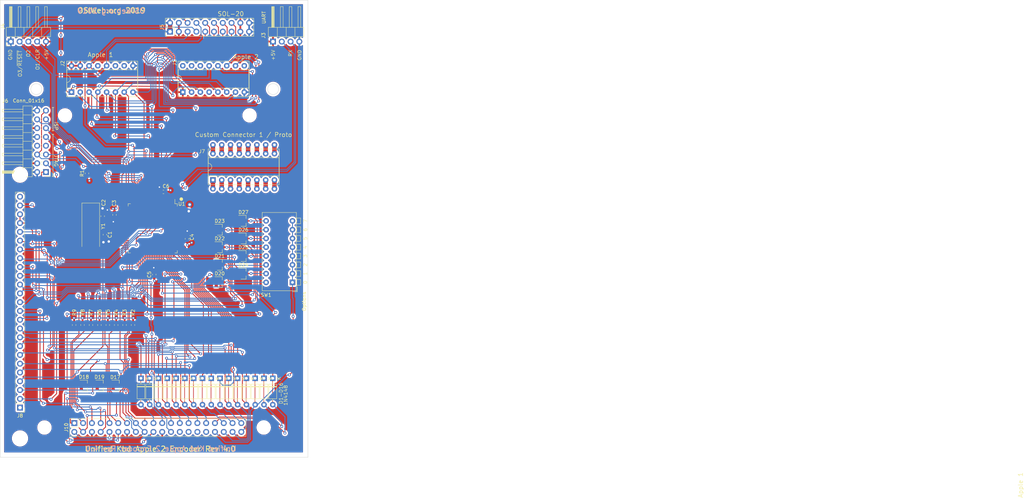
<source format=kicad_pcb>
(kicad_pcb (version 20171130) (host pcbnew "(5.1.6-0-10_14)")
  (title_block (title "Unified Retro Keyboard Apple 2 Encoder") (date 2020-06-23) (rev 4.0))
  (layers (0 F.Cu signal) (31 B.Cu signal) (34 B.Paste user) (35 F.Paste user) (36 B.SilkS user) (37 F.SilkS user) (38 B.Mask user) (39 F.Mask user) (44 Edge.Cuts user))
  (net 0 "")
  (net 1 GND)
  (net 2 /Row3)
  (net 3 /Row0)
  (net 4 /Row1)
  (net 5 /Row4)
  (net 6 /Row5)
  (net 7 /Row7)
  (net 8 /D7)
  (net 9 /D1)
  (net 10 /D2)
  (net 11 /D3)
  (net 12 /D4)
  (net 13 /D5)
  (net 14 /D6)
  (net 15 /Col0)
  (net 16 /Col1)
  (net 17 /Col2)
  (net 18 /Col3)
  (net 19 /Col4)
  (net 20 /Col5)
  (net 21 /Col6)
  (net 22 /Col7)
  (net 23 /Row6)
  (net 24 /Row2)
  (net 25 /D0)
  (net 26 /~STROBE)
  (net 27 /Row10)
  (net 28 /Row9)
  (net 29 /Row8)
  (net 30 /Row15)
  (net 31 /Row14)
  (net 32 /Row13)
  (net 33 /Row12)
  (net 34 /Row11)
  (net 35 /Tx)
  (net 36 /Rx)
  (net 37 "Net-(D11-Pad1)")
  (net 38 "Net-(D12-Pad1)")
  (net 39 "Net-(D13-Pad1)")
  (net 40 "Net-(D14-Pad1)")
  (net 41 "Net-(D15-Pad1)")
  (net 42 "Net-(D16-Pad1)")
  (net 43 "Net-(D20-Pad1)")
  (net 44 "Net-(D24-Pad1)")
  (net 45 "Net-(D25-Pad1)")
  (net 46 "Net-(D26-Pad1)")
  (net 47 "Net-(D4-Pad1)")
  (net 48 "Net-(D5-Pad1)")
  (net 49 "Net-(D6-Pad1)")
  (net 50 "Net-(D7-Pad1)")
  (net 51 "Net-(D8-Pad1)")
  (net 52 "Net-(D9-Pad1)")
  (net 53 "Net-(D10-Pad1)")
  (net 54 "Net-(D27-Pad1)")
  (net 55 /LED1)
  (net 56 /OUT1)
  (net 57 /OUT2)
  (net 58 /OUT3)
  (net 59 /LED3)
  (net 60 /LED2)
  (net 61 "Net-(C1-Pad1)")
  (net 62 "Net-(C2-Pad1)")
  (net 63 "Net-(D21-Pad1)")
  (net 64 "Net-(D22-Pad1)")
  (net 65 "Net-(D23-Pad1)")
  (net 66 "Net-(J1-Pad9)")
  (net 67 "Net-(J1-Pad4)")
  (net 68 "Net-(J1-Pad14)")
  (net 69 "Net-(J1-Pad15)")
  (net 70 "Net-(J1-Pad16)")
  (net 71 "Net-(J2-Pad10)")
  (net 72 "Net-(J2-Pad11)")
  (net 73 "Net-(J2-Pad13)")
  (net 74 "Net-(U1-Pad98)")
  (net 75 "Net-(U1-Pad97)")
  (net 76 "Net-(U1-Pad96)")
  (net 77 "Net-(U1-Pad95)")
  (net 78 "Net-(U1-Pad94)")
  (net 79 "Net-(U1-Pad89)")
  (net 80 "Net-(U1-Pad88)")
  (net 81 "Net-(U1-Pad87)")
  (net 82 "Net-(U1-Pad86)")
  (net 83 "Net-(U1-Pad85)")
  (net 84 "Net-(U1-Pad84)")
  (net 85 "Net-(U1-Pad83)")
  (net 86 "Net-(U1-Pad82)")
  (net 87 "Net-(U1-Pad70)")
  (net 88 "Net-(U1-Pad52)")
  (net 89 "Net-(U1-Pad51)")
  (net 90 "Net-(U1-Pad47)")
  (net 91 "Net-(U1-Pad46)")
  (net 92 "Net-(U1-Pad45)")
  (net 93 "Net-(U1-Pad44)")
  (net 94 "Net-(U1-Pad43)")
  (net 95 "Net-(U1-Pad42)")
  (net 96 "Net-(U1-Pad41)")
  (net 97 "Net-(U1-Pad40)")
  (net 98 "Net-(U1-Pad39)")
  (net 99 "Net-(U1-Pad38)")
  (net 100 "Net-(U1-Pad37)")
  (net 101 "Net-(U1-Pad36)")
  (net 102 "Net-(U1-Pad35)")
  (net 103 "Net-(U1-Pad29)")
  (net 104 "Net-(U1-Pad28)")
  (net 105 "Net-(U1-Pad19)")
  (net 106 "Net-(U1-Pad9)")
  (net 107 "Net-(U1-Pad8)")
  (net 108 "Net-(U1-Pad7)")
  (net 109 "Net-(U1-Pad6)")
  (net 110 "Net-(U1-Pad5)")
  (net 111 "Net-(U1-Pad4)")
  (net 112 "Net-(U1-Pad1)")
  (net 113 VCC)
  (net 114 "Net-(J8-Pad1)")
  (net 115 /TDI)
  (net 116 "Net-(J6-Pad8)")
  (net 117 "Net-(J6-Pad7)")
  (net 118 /~RESET)
  (net 119 /TMS)
  (net 120 /TDO)
  (net 121 /TCK)
  (net 122 "Net-(D1-Pad1)")
  (net 123 "Net-(D2-Pad1)")
  (net 124 "Net-(D3-Pad1)")
  (net 125 "Net-(D17-Pad2)")
  (net 126 "Net-(D18-Pad2)")
  (net 127 "Net-(D19-Pad2)")
  (net 128 "Net-(J7-Pad1)")
  (net 129 "Net-(J7-Pad9)")
  (net 130 "Net-(J7-Pad2)")
  (net 131 "Net-(J7-Pad10)")
  (net 132 "Net-(J7-Pad3)")
  (net 133 "Net-(J7-Pad11)")
  (net 134 "Net-(J7-Pad4)")
  (net 135 "Net-(J7-Pad12)")
  (net 136 "Net-(J7-Pad5)")
  (net 137 "Net-(J7-Pad13)")
  (net 138 "Net-(J7-Pad6)")
  (net 139 "Net-(J7-Pad14)")
  (net 140 "Net-(J7-Pad7)")
  (net 141 "Net-(J7-Pad15)")
  (net 142 "Net-(J7-Pad8)")
  (net 143 "Net-(J7-Pad16)")
  (net 144 "Net-(J10-Pad32)")
  (net 145 "Net-(J10-Pad30)")
  (net 146 "Net-(J10-Pad28)")
  (net 147 "Net-(J10-Pad26)")
  (net 148 "Net-(J8-Pad25)")
  (net 149 /MOSI)
  (net 150 /SCK)
  (net 151 /MISO)
  (module Diode_SMD:D_SOT-23_ANK (layer F.Cu) (at 188.2394 162.179)
    (fp_text reference D18 (at -0.254 -2.5) (layer F.SilkS))
    (fp_text value 1N4148)
    (pad 1 smd rect (at 1 0) (size 0.9 0.8) (layers F.Cu F.Paste F.Mask) (net 7 /Row7))
    (pad "" smd rect (at -1 0.95) (size 0.9 0.8) (layers F.Cu F.Paste F.Mask))
    (pad 2 smd rect (at -1 -0.95) (size 0.9 0.8) (layers F.Cu F.Paste F.Mask) (net 126 "Net-(D18-Pad2)"))
  )
  (module Diode_SMD:D_SOT-23_ANK (layer F.Cu) (at 192.8368 162.179)
    (fp_text reference D19 (at -0.3556 -2.4892) (layer F.SilkS))
    (fp_text value 1N4148)
    (pad 1 smd rect (at 1 0) (size 0.9 0.8) (layers F.Cu F.Paste F.Mask) (net 4 /Row1))
    (pad "" smd rect (at -1 0.95) (size 0.9 0.8) (layers F.Cu F.Paste F.Mask))
    (pad 2 smd rect (at -1 -0.95) (size 0.9 0.8) (layers F.Cu F.Paste F.Mask) (net 127 "Net-(D19-Pad2)"))
  )
  (module unikbd:D_DO-35_SOD27_P7.62mm_Horizontal_bypassed (layer F.Cu) (at 227.33 160.0724 270)
    (fp_text reference D15 hide)
    (fp_text value 1N4148)
    (fp_text user K (at 0 -1.8 90) (layer F.SilkS))
    (fp_poly (pts (xy 7.239 0.127) (xy 0.381 0.127) (xy 0.381 0) (xy 7.239 0)) (layer F.Cu) (width 0.0508))
    (pad 1 thru_hole rect (at 0 0 270) (size 1.6 1.6) (drill 0.8) (layers *.Cu *.Mask) (net 41 "Net-(D15-Pad1)"))
    (pad 2 thru_hole oval (at 7.62 0 270) (size 1.6 1.6) (drill 0.8) (layers *.Cu *.Mask) (net 33 /Row12))
  )
  (module unikbd:D_DO-35_SOD27_P7.62mm_Horizontal_bypassed (layer F.Cu) (at 229.87 160.0724 270)
    (fp_text reference D6 hide)
    (fp_text value 1N4148)
    (fp_text user K (at 0 -1.8 90) (layer F.SilkS))
    (fp_poly (pts (xy 7.239 0.127) (xy 0.381 0.127) (xy 0.381 0) (xy 7.239 0)) (layer F.Cu) (width 0.0508))
    (pad 1 thru_hole rect (at 0 0 270) (size 1.6 1.6) (drill 0.8) (layers *.Cu *.Mask) (net 49 "Net-(D6-Pad1)"))
    (pad 2 thru_hole oval (at 7.62 0 270) (size 1.6 1.6) (drill 0.8) (layers *.Cu *.Mask) (net 34 /Row11))
  )
  (module unikbd:D_DO-35_SOD27_P7.62mm_Horizontal_bypassed (layer F.Cu) (at 232.41 160.0724 270)
    (fp_text reference D14 hide)
    (fp_text value 1N4148)
    (fp_text user K (at 0 -1.8 90) (layer F.SilkS))
    (fp_poly (pts (xy 7.239 0.127) (xy 0.381 0.127) (xy 0.381 0) (xy 7.239 0)) (layer F.Cu) (width 0.0508))
    (pad 1 thru_hole rect (at 0 0 270) (size 1.6 1.6) (drill 0.8) (layers *.Cu *.Mask) (net 40 "Net-(D14-Pad1)"))
    (pad 2 thru_hole oval (at 7.62 0 270) (size 1.6 1.6) (drill 0.8) (layers *.Cu *.Mask) (net 27 /Row10))
  )
  (module unikbd:D_DO-35_SOD27_P7.62mm_Horizontal_bypassed (layer F.Cu) (at 234.95 160.0724 270)
    (fp_text reference D5 hide)
    (fp_text value 1N4148)
    (fp_text user K (at 0 -1.8 90) (layer F.SilkS))
    (fp_poly (pts (xy 7.239 0.127) (xy 0.381 0.127) (xy 0.381 0) (xy 7.239 0)) (layer F.Cu) (width 0.0508))
    (pad 1 thru_hole rect (at 0 0 270) (size 1.6 1.6) (drill 0.8) (layers *.Cu *.Mask) (net 48 "Net-(D5-Pad1)"))
    (pad 2 thru_hole oval (at 7.62 0 270) (size 1.6 1.6) (drill 0.8) (layers *.Cu *.Mask) (net 28 /Row9))
  )
  (module unikbd:D_DO-35_SOD27_P7.62mm_Horizontal_bypassed (layer F.Cu) (at 237.49 160.0724 270)
    (fp_text reference D13 hide)
    (fp_text value 1N4148)
    (fp_text user K (at 0 -1.8 90) (layer F.SilkS))
    (fp_poly (pts (xy 7.239 0.127) (xy 0.381 0.127) (xy 0.381 0) (xy 7.239 0)) (layer F.Cu) (width 0.0508))
    (pad 1 thru_hole rect (at 0 0 270) (size 1.6 1.6) (drill 0.8) (layers *.Cu *.Mask) (net 39 "Net-(D13-Pad1)"))
    (pad 2 thru_hole oval (at 7.62 0 270) (size 1.6 1.6) (drill 0.8) (layers *.Cu *.Mask) (net 29 /Row8))
  )
  (module unikbd:D_DO-35_SOD27_P7.62mm_Horizontal_bypassed (layer F.Cu) (at 242.57 160.0724 270)
    (fp_text reference D8 hide)
    (fp_text value 1N4148)
    (fp_text user K (at 0 -1.8 90) (layer F.SilkS))
    (fp_poly (pts (xy 7.239 0.127) (xy 0.381 0.127) (xy 0.381 0) (xy 7.239 0)) (layer F.Cu) (width 0.0508))
    (pad 1 thru_hole rect (at 0 0 270) (size 1.6 1.6) (drill 0.8) (layers *.Cu *.Mask) (net 51 "Net-(D8-Pad1)"))
    (pad 2 thru_hole oval (at 7.62 0 270) (size 1.6 1.6) (drill 0.8) (layers *.Cu *.Mask) (net 30 /Row15))
  )
  (module unikbd:D_DO-35_SOD27_P7.62mm_Horizontal_bypassed (layer F.Cu) (at 224.79 160.0724 270)
    (fp_text reference D7 hide)
    (fp_text value 1N4148)
    (fp_text user K (at 0 -1.8 90) (layer F.SilkS))
    (fp_poly (pts (xy 7.239 0.127) (xy 0.381 0.127) (xy 0.381 0) (xy 7.239 0)) (layer F.Cu) (width 0.0508))
    (pad 1 thru_hole rect (at 0 0 270) (size 1.6 1.6) (drill 0.8) (layers *.Cu *.Mask) (net 50 "Net-(D7-Pad1)"))
    (pad 2 thru_hole oval (at 7.62 0 270) (size 1.6 1.6) (drill 0.8) (layers *.Cu *.Mask) (net 32 /Row13))
  )
  (module unikbd:D_DO-35_SOD27_P7.62mm_Horizontal_bypassed (layer F.Cu) (at 222.25 160.0724 270)
    (fp_text reference D16 hide)
    (fp_text value 1N4148)
    (fp_text user K (at 0 -1.8 90) (layer F.SilkS))
    (fp_poly (pts (xy 7.239 0.127) (xy 0.381 0.127) (xy 0.381 0) (xy 7.239 0)) (layer F.Cu) (width 0.0508))
    (pad 1 thru_hole rect (at 0 0 270) (size 1.6 1.6) (drill 0.8) (layers *.Cu *.Mask) (net 42 "Net-(D16-Pad1)"))
    (pad 2 thru_hole oval (at 7.62 0 270) (size 1.6 1.6) (drill 0.8) (layers *.Cu *.Mask) (net 31 /Row14))
  )
  (module unikbd:D_DO-35_SOD27_P7.62mm_Horizontal_bypassed (layer F.Cu) (at 240.03 160.0724 270)
    (fp_text reference D4 hide)
    (fp_text value 1N4148)
    (fp_text user K (at 0 -1.8 90) (layer F.SilkS))
    (fp_poly (pts (xy 7.239 0.127) (xy 0.381 0.127) (xy 0.381 0) (xy 7.239 0)) (layer F.Cu) (width 0.0508))
    (pad 1 thru_hole rect (at 0 0 270) (size 1.6 1.6) (drill 0.8) (layers *.Cu *.Mask) (net 47 "Net-(D4-Pad1)"))
    (pad 2 thru_hole oval (at 7.62 0 270) (size 1.6 1.6) (drill 0.8) (layers *.Cu *.Mask) (net 7 /Row7))
  )
  (module unikbd:D_DO-35_SOD27_P7.62mm_Horizontal_bypassed (layer F.Cu) (at 204.47 160.0724 270)
    (fp_text reference D12 hide)
    (fp_text value 1N4148)
    (fp_text user K (at 0 -1.8 90) (layer F.SilkS))
    (fp_poly (pts (xy 7.239 0.127) (xy 0.381 0.127) (xy 0.381 0) (xy 7.239 0)) (layer F.Cu) (width 0.0508))
    (pad 1 thru_hole rect (at 0 0 270) (size 1.6 1.6) (drill 0.8) (layers *.Cu *.Mask) (net 38 "Net-(D12-Pad1)"))
    (pad 2 thru_hole oval (at 7.62 0 270) (size 1.6 1.6) (drill 0.8) (layers *.Cu *.Mask) (net 23 /Row6))
  )
  (module unikbd:D_DO-35_SOD27_P7.62mm_Horizontal_bypassed (layer F.Cu) (at 209.55 160.0724 270)
    (fp_text reference D11 hide)
    (fp_text value 1N4148)
    (fp_text user K (at 0 -1.8 90) (layer F.SilkS))
    (fp_poly (pts (xy 7.239 0.127) (xy 0.381 0.127) (xy 0.381 0) (xy 7.239 0)) (layer F.Cu) (width 0.0508))
    (pad 1 thru_hole rect (at 0 0 270) (size 1.6 1.6) (drill 0.8) (layers *.Cu *.Mask) (net 37 "Net-(D11-Pad1)"))
    (pad 2 thru_hole oval (at 7.62 0 270) (size 1.6 1.6) (drill 0.8) (layers *.Cu *.Mask) (net 5 /Row4))
  )
  (module unikbd:D_DO-35_SOD27_P7.62mm_Horizontal_bypassed (layer F.Cu) (at 214.63 160.0724 270)
    (fp_text reference D10 hide)
    (fp_text value 1N4148)
    (fp_text user K (at 0 -1.8 90) (layer F.SilkS))
    (fp_poly (pts (xy 7.239 0.127) (xy 0.381 0.127) (xy 0.381 0) (xy 7.239 0)) (layer F.Cu) (width 0.0508))
    (pad 1 thru_hole rect (at 0 0 270) (size 1.6 1.6) (drill 0.8) (layers *.Cu *.Mask) (net 53 "Net-(D10-Pad1)"))
    (pad 2 thru_hole oval (at 7.62 0 270) (size 1.6 1.6) (drill 0.8) (layers *.Cu *.Mask) (net 24 /Row2))
  )
  (module unikbd:D_DO-35_SOD27_P7.62mm_Horizontal_bypassed (layer F.Cu) (at 219.71 160.0724 270)
    (fp_text reference D9 hide)
    (fp_text value 1N4148)
    (fp_text user K (at 0 -1.8 90) (layer F.SilkS))
    (fp_poly (pts (xy 7.239 0.127) (xy 0.381 0.127) (xy 0.381 0) (xy 7.239 0)) (layer F.Cu) (width 0.0508))
    (pad 1 thru_hole rect (at 0 0 270) (size 1.6 1.6) (drill 0.8) (layers *.Cu *.Mask) (net 52 "Net-(D9-Pad1)"))
    (pad 2 thru_hole oval (at 7.62 0 270) (size 1.6 1.6) (drill 0.8) (layers *.Cu *.Mask) (net 3 /Row0))
  )
  (module unikbd:D_DO-35_SOD27_P7.62mm_Horizontal_bypassed (layer F.Cu) (at 207.01 160.0724 270)
    (fp_text reference D3 hide)
    (fp_text value 1N4148)
    (fp_text user K (at 0 -1.8 90) (layer F.SilkS))
    (fp_poly (pts (xy 7.239 0.127) (xy 0.381 0.127) (xy 0.381 0) (xy 7.239 0)) (layer F.Cu) (width 0.0508))
    (pad 1 thru_hole rect (at 0 0 270) (size 1.6 1.6) (drill 0.8) (layers *.Cu *.Mask) (net 124 "Net-(D3-Pad1)"))
    (pad 2 thru_hole oval (at 7.62 0 270) (size 1.6 1.6) (drill 0.8) (layers *.Cu *.Mask) (net 6 /Row5))
  )
  (module unikbd:D_DO-35_SOD27_P7.62mm_Horizontal_bypassed (layer F.Cu) (at 212.09 160.0724 270)
    (fp_text reference D2 hide)
    (fp_text value 1N4148)
    (fp_text user K (at 0 -1.8 90) (layer F.SilkS))
    (fp_poly (pts (xy 7.239 0.127) (xy 0.381 0.127) (xy 0.381 0) (xy 7.239 0)) (layer F.Cu) (width 0.0508))
    (pad 1 thru_hole rect (at 0 0 270) (size 1.6 1.6) (drill 0.8) (layers *.Cu *.Mask) (net 123 "Net-(D2-Pad1)"))
    (pad 2 thru_hole oval (at 7.62 0 270) (size 1.6 1.6) (drill 0.8) (layers *.Cu *.Mask) (net 2 /Row3))
  )
  (module unikbd:D_DO-35_SOD27_P7.62mm_Horizontal_bypassed (layer F.Cu) (at 217.17 160.0724 270)
    (fp_text reference D1 hide)
    (fp_text value 1N4148)
    (fp_text user K (at 0 -1.8 90) (layer F.SilkS))
    (fp_poly (pts (xy 7.239 0.127) (xy 0.381 0.127) (xy 0.381 0) (xy 7.239 0)) (layer F.Cu) (width 0.0508))
    (pad 1 thru_hole rect (at 0 0 270) (size 1.6 1.6) (drill 0.8) (layers *.Cu *.Mask) (net 122 "Net-(D1-Pad1)"))
    (pad 2 thru_hole oval (at 7.62 0 270) (size 1.6 1.6) (drill 0.8) (layers *.Cu *.Mask) (net 4 /Row1))
  )
  (module Diode_SMD:D_SOT-23_ANK (layer F.Cu) (at 197.4342 162.179)
    (fp_text reference D17 (at -0.381 -2.4384) (layer F.SilkS))
    (fp_text value 1N4148)
    (pad 1 smd rect (at 1 0) (size 0.9 0.8) (layers F.Cu F.Paste F.Mask) (net 3 /Row0))
    (pad "" smd rect (at -1 0.95) (size 0.9 0.8) (layers F.Cu F.Paste F.Mask))
    (pad 2 smd rect (at -1 -0.95) (size 0.9 0.8) (layers F.Cu F.Paste F.Mask) (net 125 "Net-(D17-Pad2)"))
  )
  (module Crystal:Crystal_SMD_HC49-SD (layer F.Cu) (at 189.9666 116.1288 270)
    (fp_text reference Y1 (at 0 -3.55 90) (layer F.SilkS))
    (fp_text value "16.000 MHz")
    (pad 1 smd rect (at -4.25 0 270) (size 4.5 2) (layers F.Cu F.Paste F.Mask) (net 62 "Net-(C2-Pad1)"))
    (pad 2 smd rect (at 4.25 0 270) (size 4.5 2) (layers F.Cu F.Paste F.Mask) (net 61 "Net-(C1-Pad1)"))
  )
  (module Capacitor_SMD:C_0603_1608Metric (layer F.Cu) (at 196.8246 112.8522 270)
    (fp_text reference C3 (at -3.3274 0.1016 90) (layer F.SilkS))
    (fp_text value "0.1 uF")
    (pad 1 smd roundrect (at -0.7875 0 270) (size 0.875 0.95) (layers F.Cu F.Paste F.Mask) (net 113 VCC))
    (pad 2 smd roundrect (at 0.7875 0 270) (size 0.875 0.95) (layers F.Cu F.Paste F.Mask) (net 1 GND))
  )
  (module Resistor_SMD:R_0603_1608Metric (layer F.Cu) (at 188.8744 100.8634 90)
    (fp_text reference R1 (at 0 -1.43 90) (layer F.SilkS))
    (fp_text value 10k)
    (pad 2 smd roundrect (at 0.7875 0 90) (size 0.875 0.95) (layers F.Cu F.Paste F.Mask) (net 118 /~RESET))
    (pad 1 smd roundrect (at -0.7875 0 90) (size 0.875 0.95) (layers F.Cu F.Paste F.Mask) (net 113 VCC))
  )
  (module Capacitor_SMD:C_0603_1608Metric (layer F.Cu) (at 210.9724 106.1974 180)
    (fp_text reference C6 (at -0.7366 1.6256) (layer F.SilkS))
    (fp_text value "0.1 uF")
    (pad 2 smd roundrect (at 0.7875 0 180) (size 0.875 0.95) (layers F.Cu F.Paste F.Mask) (net 1 GND))
    (pad 1 smd roundrect (at -0.7875 0 180) (size 0.875 0.95) (layers F.Cu F.Paste F.Mask) (net 113 VCC))
  )
  (module Capacitor_SMD:C_0603_1608Metric (layer F.Cu) (at 208.3054 130.0988 90)
    (fp_text reference C5 (at 0 -1.43 90) (layer F.SilkS))
    (fp_text value "0.1 uF")
    (pad 2 smd roundrect (at 0.7875 0 90) (size 0.875 0.95) (layers F.Cu F.Paste F.Mask) (net 1 GND))
    (pad 1 smd roundrect (at -0.7875 0 90) (size 0.875 0.95) (layers F.Cu F.Paste F.Mask) (net 113 VCC))
  )
  (module Capacitor_SMD:C_0603_1608Metric (layer F.Cu) (at 217.7542 119.761 90)
    (fp_text reference C4 (at 0.4826 1.4478 90) (layer F.SilkS))
    (fp_text value "0.1 uF")
    (pad 2 smd roundrect (at 0.7875 0 90) (size 0.875 0.95) (layers F.Cu F.Paste F.Mask) (net 1 GND))
    (pad 1 smd roundrect (at -0.7875 0 90) (size 0.875 0.95) (layers F.Cu F.Paste F.Mask) (net 113 VCC))
  )
  (module Capacitor_SMD:C_0603_1608Metric (layer F.Cu) (at 193.421 113.2331 90)
    (fp_text reference C2 (at 3.8861 0.254 90) (layer F.SilkS))
    (fp_text value 36pf)
    (pad 2 smd roundrect (at 0.7875 0 90) (size 0.875 0.95) (layers F.Cu F.Paste F.Mask) (net 1 GND))
    (pad 1 smd roundrect (at -0.7875 0 90) (size 0.875 0.95) (layers F.Cu F.Paste F.Mask) (net 62 "Net-(C2-Pad1)"))
  )
  (module Capacitor_SMD:C_0603_1608Metric (layer F.Cu) (at 194.056 118.5672 270)
    (fp_text reference C1 (at 0 -1.43 90) (layer F.SilkS))
    (fp_text value 36pf)
    (pad 2 smd roundrect (at 0.7875 0 270) (size 0.875 0.95) (layers F.Cu F.Paste F.Mask) (net 1 GND))
    (pad 1 smd roundrect (at -0.7875 0 270) (size 0.875 0.95) (layers F.Cu F.Paste F.Mask) (net 61 "Net-(C1-Pad1)"))
  )
  (module Resistor_SMD:R_0603_1608Metric (layer F.Cu) (at 185.166 144.6784 270)
    (fp_text reference R9 (at -3.6068 -0.0508 90) (layer F.SilkS))
    (fp_text value 10k)
    (pad 2 smd roundrect (at 0.7875 0 270) (size 0.875 0.95) (layers F.Cu F.Paste F.Mask) (net 22 /Col7))
    (pad 1 smd roundrect (at -0.7875 0 270) (size 0.875 0.95) (layers F.Cu F.Paste F.Mask) (net 113 VCC))
  )
  (module Resistor_SMD:R_0603_1608Metric (layer F.Cu) (at 187.597142 144.6784 270)
    (fp_text reference R8 (at -3.6068 -0.043543 90) (layer F.SilkS))
    (fp_text value 10k)
    (pad 2 smd roundrect (at 0.7875 0 270) (size 0.875 0.95) (layers F.Cu F.Paste F.Mask) (net 21 /Col6))
    (pad 1 smd roundrect (at -0.7875 0 270) (size 0.875 0.95) (layers F.Cu F.Paste F.Mask) (net 113 VCC))
  )
  (module Resistor_SMD:R_0603_1608Metric (layer F.Cu) (at 190.028284 144.6784 270)
    (fp_text reference R7 (at -3.6068 -0.036286 90) (layer F.SilkS))
    (fp_text value 10k)
    (pad 2 smd roundrect (at 0.7875 0 270) (size 0.875 0.95) (layers F.Cu F.Paste F.Mask) (net 20 /Col5))
    (pad 1 smd roundrect (at -0.7875 0 270) (size 0.875 0.95) (layers F.Cu F.Paste F.Mask) (net 113 VCC))
  )
  (module Resistor_SMD:R_0603_1608Metric (layer F.Cu) (at 192.459426 144.6784 270)
    (fp_text reference R6 (at -3.6068 -0.029029 90) (layer F.SilkS))
    (fp_text value 10k)
    (pad 2 smd roundrect (at 0.7875 0 270) (size 0.875 0.95) (layers F.Cu F.Paste F.Mask) (net 19 /Col4))
    (pad 1 smd roundrect (at -0.7875 0 270) (size 0.875 0.95) (layers F.Cu F.Paste F.Mask) (net 113 VCC))
  )
  (module Resistor_SMD:R_0603_1608Metric (layer F.Cu) (at 194.890568 144.6784 270)
    (fp_text reference R5 (at -3.6068 -0.021772 90) (layer F.SilkS))
    (fp_text value 10k)
    (pad 2 smd roundrect (at 0.7875 0 270) (size 0.875 0.95) (layers F.Cu F.Paste F.Mask) (net 18 /Col3))
    (pad 1 smd roundrect (at -0.7875 0 270) (size 0.875 0.95) (layers F.Cu F.Paste F.Mask) (net 113 VCC))
  )
  (module Resistor_SMD:R_0603_1608Metric (layer F.Cu) (at 197.32171 144.6784 270)
    (fp_text reference R4 (at -3.6068 -0.014515 90) (layer F.SilkS))
    (fp_text value 10k)
    (pad 2 smd roundrect (at 0.7875 0 270) (size 0.875 0.95) (layers F.Cu F.Paste F.Mask) (net 17 /Col2))
    (pad 1 smd roundrect (at -0.7875 0 270) (size 0.875 0.95) (layers F.Cu F.Paste F.Mask) (net 113 VCC))
  )
  (module Resistor_SMD:R_0603_1608Metric (layer F.Cu) (at 199.752852 144.6784 270)
    (fp_text reference R3 (at -3.6068 -0.007258 90) (layer F.SilkS))
    (fp_text value 10k)
    (pad 2 smd roundrect (at 0.7875 0 270) (size 0.875 0.95) (layers F.Cu F.Paste F.Mask) (net 16 /Col1))
    (pad 1 smd roundrect (at -0.7875 0 270) (size 0.875 0.95) (layers F.Cu F.Paste F.Mask) (net 113 VCC))
  )
  (module Resistor_SMD:R_0603_1608Metric (layer F.Cu) (at 202.184 144.6784 270)
    (fp_text reference R2 (at -3.6068 0 90) (layer F.SilkS))
    (fp_text value 10k)
    (pad 2 smd roundrect (at 0.7875 0 270) (size 0.875 0.95) (layers F.Cu F.Paste F.Mask) (net 15 /Col0))
    (pad 1 smd roundrect (at -0.7875 0 270) (size 0.875 0.95) (layers F.Cu F.Paste F.Mask) (net 113 VCC))
  )
  (module Diode_SMD:D_SOT-23_ANK (layer F.Cu) (at 234.0888 114.581)
    (fp_text reference D27 (at 0 -2.5) (layer F.SilkS))
    (fp_text value 1N4148)
    (pad 2 smd rect (at -1 -0.95) (size 0.9 0.8) (layers F.Cu F.Paste F.Mask) (net 22 /Col7))
    (pad "" smd rect (at -1 0.95) (size 0.9 0.8) (layers F.Cu F.Paste F.Mask))
    (pad 1 smd rect (at 1 0) (size 0.9 0.8) (layers F.Cu F.Paste F.Mask) (net 54 "Net-(D27-Pad1)"))
  )
  (module Diode_SMD:D_SOT-23_ANK (layer F.Cu) (at 234.0888 119.661)
    (fp_text reference D26 (at 0 -2.5) (layer F.SilkS))
    (fp_text value 1N4148)
    (pad 2 smd rect (at -1 -0.95) (size 0.9 0.8) (layers F.Cu F.Paste F.Mask) (net 20 /Col5))
    (pad "" smd rect (at -1 0.95) (size 0.9 0.8) (layers F.Cu F.Paste F.Mask))
    (pad 1 smd rect (at 1 0) (size 0.9 0.8) (layers F.Cu F.Paste F.Mask) (net 46 "Net-(D26-Pad1)"))
  )
  (module Diode_SMD:D_SOT-23_ANK (layer F.Cu) (at 234.0888 124.741)
    (fp_text reference D25 (at 0 -2.5) (layer F.SilkS))
    (fp_text value 1N4148)
    (pad 2 smd rect (at -1 -0.95) (size 0.9 0.8) (layers F.Cu F.Paste F.Mask) (net 18 /Col3))
    (pad "" smd rect (at -1 0.95) (size 0.9 0.8) (layers F.Cu F.Paste F.Mask))
    (pad 1 smd rect (at 1 0) (size 0.9 0.8) (layers F.Cu F.Paste F.Mask) (net 45 "Net-(D25-Pad1)"))
  )
  (module Diode_SMD:D_SOT-23_ANK (layer F.Cu) (at 234.0888 129.821)
    (fp_text reference D24 (at 0 -2.5) (layer F.SilkS))
    (fp_text value 1N4148)
    (pad 2 smd rect (at -1 -0.95) (size 0.9 0.8) (layers F.Cu F.Paste F.Mask) (net 16 /Col1))
    (pad "" smd rect (at -1 0.95) (size 0.9 0.8) (layers F.Cu F.Paste F.Mask))
    (pad 1 smd rect (at 1 0) (size 0.9 0.8) (layers F.Cu F.Paste F.Mask) (net 44 "Net-(D24-Pad1)"))
  )
  (module Diode_SMD:D_SOT-23_ANK (layer F.Cu) (at 227.2308 117.121)
    (fp_text reference D23 (at 0 -2.5) (layer F.SilkS))
    (fp_text value 1N4148)
    (pad 2 smd rect (at -1 -0.95) (size 0.9 0.8) (layers F.Cu F.Paste F.Mask) (net 21 /Col6))
    (pad "" smd rect (at -1 0.95) (size 0.9 0.8) (layers F.Cu F.Paste F.Mask))
    (pad 1 smd rect (at 1 0) (size 0.9 0.8) (layers F.Cu F.Paste F.Mask) (net 65 "Net-(D23-Pad1)"))
  )
  (module Diode_SMD:D_SOT-23_ANK (layer F.Cu) (at 227.2308 122.184066)
    (fp_text reference D22 (at 0 -2.5) (layer F.SilkS))
    (fp_text value 1N4148)
    (pad 2 smd rect (at -1 -0.95) (size 0.9 0.8) (layers F.Cu F.Paste F.Mask) (net 19 /Col4))
    (pad "" smd rect (at -1 0.95) (size 0.9 0.8) (layers F.Cu F.Paste F.Mask))
    (pad 1 smd rect (at 1 0) (size 0.9 0.8) (layers F.Cu F.Paste F.Mask) (net 64 "Net-(D22-Pad1)"))
  )
  (module Diode_SMD:D_SOT-23_ANK (layer F.Cu) (at 227.2308 127.247132)
    (fp_text reference D21 (at 0 -2.5) (layer F.SilkS))
    (fp_text value 1N4148)
    (pad 2 smd rect (at -1 -0.95) (size 0.9 0.8) (layers F.Cu F.Paste F.Mask) (net 17 /Col2))
    (pad "" smd rect (at -1 0.95) (size 0.9 0.8) (layers F.Cu F.Paste F.Mask))
    (pad 1 smd rect (at 1 0) (size 0.9 0.8) (layers F.Cu F.Paste F.Mask) (net 63 "Net-(D21-Pad1)"))
  )
  (module Diode_SMD:D_SOT-23_ANK (layer F.Cu) (at 227.2308 132.3102)
    (fp_text reference D20 (at 0 -2.5) (layer F.SilkS))
    (fp_text value 1N4148)
    (pad 2 smd rect (at -1 -0.95) (size 0.9 0.8) (layers F.Cu F.Paste F.Mask) (net 15 /Col0))
    (pad "" smd rect (at -1 0.95) (size 0.9 0.8) (layers F.Cu F.Paste F.Mask))
    (pad 1 smd rect (at 1 0) (size 0.9 0.8) (layers F.Cu F.Paste F.Mask) (net 43 "Net-(D20-Pad1)"))
  )
  (module unikbd:kbd_header_and_mounting_holes (layer F.Cu) (at 185.397 175.5918 90)
    (fp_text reference J10 (at 1.2954 -2.5078 90) (layer F.SilkS))
    (fp_text value Keyboard)
    (pad 1 thru_hole rect (at 2.5654 -0.1778 90) (size 1.7 1.7) (drill 1) (layers *.Cu *.Mask) (net 22 /Col7))
    (pad 2 thru_hole oval (at 0.0254 -0.1778 90) (size 1.7 1.7) (drill 1) (layers *.Cu *.Mask) (net 15 /Col0))
    (pad 3 thru_hole oval (at 2.5654 2.3622 90) (size 1.7 1.7) (drill 1) (layers *.Cu *.Mask) (net 21 /Col6))
    (pad 4 thru_hole oval (at 0.0254 2.3622 90) (size 1.7 1.7) (drill 1) (layers *.Cu *.Mask) (net 125 "Net-(D17-Pad2)"))
    (pad 5 thru_hole oval (at 2.5654 4.9022 90) (size 1.7 1.7) (drill 1) (layers *.Cu *.Mask) (net 20 /Col5))
    (pad 6 thru_hole oval (at 0.0254 4.9022 90) (size 1.7 1.7) (drill 1) (layers *.Cu *.Mask) (net 113 VCC))
    (pad 7 thru_hole oval (at 2.5654 7.4422 90) (size 1.7 1.7) (drill 1) (layers *.Cu *.Mask) (net 19 /Col4))
    (pad 8 thru_hole oval (at 0.0254 7.4422 90) (size 1.7 1.7) (drill 1) (layers *.Cu *.Mask) (net 55 /LED1))
    (pad 9 thru_hole oval (at 2.5654 9.9822 90) (size 1.7 1.7) (drill 1) (layers *.Cu *.Mask) (net 18 /Col3))
    (pad 10 thru_hole oval (at 0.0254 9.9822 90) (size 1.7 1.7) (drill 1) (layers *.Cu *.Mask) (net 15 /Col0))
    (pad 11 thru_hole oval (at 2.5654 12.5222 90) (size 1.7 1.7) (drill 1) (layers *.Cu *.Mask) (net 17 /Col2))
    (pad 12 thru_hole oval (at 0.0254 12.5222 90) (size 1.7 1.7) (drill 1) (layers *.Cu *.Mask) (net 126 "Net-(D18-Pad2)"))
    (pad 13 thru_hole oval (at 2.5654 15.0622 90) (size 1.7 1.7) (drill 1) (layers *.Cu *.Mask) (net 16 /Col1))
    (pad 14 thru_hole oval (at 0.0254 15.0622 90) (size 1.7 1.7) (drill 1) (layers *.Cu *.Mask) (net 113 VCC))
    (pad 15 thru_hole oval (at 2.5654 17.6022 90) (size 1.7 1.7) (drill 1) (layers *.Cu *.Mask) (net 15 /Col0))
    (pad 16 thru_hole oval (at 0.0254 17.6022 90) (size 1.7 1.7) (drill 1) (layers *.Cu *.Mask) (net 60 /LED2))
    (pad 17 thru_hole oval (at 2.5654 20.1422 90) (size 1.7 1.7) (drill 1) (layers *.Cu *.Mask) (net 7 /Row7))
    (pad 18 thru_hole oval (at 0.0254 20.1422 90) (size 1.7 1.7) (drill 1) (layers *.Cu *.Mask) (net 15 /Col0))
    (pad 19 thru_hole oval (at 2.5654 22.6822 90) (size 1.7 1.7) (drill 1) (layers *.Cu *.Mask) (net 23 /Row6))
    (pad 20 thru_hole oval (at 0.0254 22.6822 90) (size 1.7 1.7) (drill 1) (layers *.Cu *.Mask) (net 127 "Net-(D19-Pad2)"))
    (pad 21 thru_hole oval (at 2.5654 25.2222 90) (size 1.7 1.7) (drill 1) (layers *.Cu *.Mask) (net 6 /Row5))
    (pad 22 thru_hole oval (at 0.0254 25.2222 90) (size 1.7 1.7) (drill 1) (layers *.Cu *.Mask) (net 113 VCC))
    (pad 23 thru_hole oval (at 2.5654 27.7622 90) (size 1.7 1.7) (drill 1) (layers *.Cu *.Mask) (net 5 /Row4))
    (pad 24 thru_hole oval (at 0.0254 27.7622 90) (size 1.7 1.7) (drill 1) (layers *.Cu *.Mask) (net 59 /LED3))
    (pad 25 thru_hole oval (at 2.5654 30.3022 90) (size 1.7 1.7) (drill 1) (layers *.Cu *.Mask) (net 2 /Row3))
    (pad 26 thru_hole oval (at 0.0254 30.3022 90) (size 1.7 1.7) (drill 1) (layers *.Cu *.Mask) (net 147 "Net-(J10-Pad26)"))
    (pad 27 thru_hole oval (at 2.5654 32.8422 90) (size 1.7 1.7) (drill 1) (layers *.Cu *.Mask) (net 24 /Row2))
    (pad 28 thru_hole oval (at 0.0254 32.8422 90) (size 1.7 1.7) (drill 1) (layers *.Cu *.Mask) (net 146 "Net-(J10-Pad28)"))
    (pad 29 thru_hole oval (at 2.5654 35.3822 90) (size 1.7 1.7) (drill 1) (layers *.Cu *.Mask) (net 4 /Row1))
    (pad 30 thru_hole oval (at 0.0254 35.3822 90) (size 1.7 1.7) (drill 1) (layers *.Cu *.Mask) (net 145 "Net-(J10-Pad30)"))
    (pad 31 thru_hole oval (at 2.5654 37.9222 90) (size 1.7 1.7) (drill 1) (layers *.Cu *.Mask) (net 3 /Row0))
    (pad 32 thru_hole oval (at 0.0254 37.9222 90) (size 1.7 1.7) (drill 1) (layers *.Cu *.Mask) (net 144 "Net-(J10-Pad32)"))
    (pad 33 thru_hole oval (at 2.5654 40.4622 90) (size 1.7 1.7) (drill 1) (layers *.Cu *.Mask) (net 30 /Row15))
    (pad 34 thru_hole oval (at 0.0254 40.4622 90) (size 1.7 1.7) (drill 1) (layers *.Cu *.Mask) (net 29 /Row8))
    (pad 35 thru_hole oval (at 2.5654 43.0022 90) (size 1.7 1.7) (drill 1) (layers *.Cu *.Mask) (net 31 /Row14))
    (pad 36 thru_hole oval (at 0.0254 43.0022 90) (size 1.7 1.7) (drill 1) (layers *.Cu *.Mask) (net 28 /Row9))
    (pad 37 thru_hole oval (at 2.5654 45.5422 90) (size 1.7 1.7) (drill 1) (layers *.Cu *.Mask) (net 32 /Row13))
    (pad 38 thru_hole oval (at 0.0254 45.5422 90) (size 1.7 1.7) (drill 1) (layers *.Cu *.Mask) (net 27 /Row10))
    (pad 39 thru_hole oval (at 2.5654 48.0822 90) (size 1.7 1.7) (drill 1) (layers *.Cu *.Mask) (net 33 /Row12))
    (pad 40 thru_hole oval (at 0.0254 48.0822 90) (size 1.7 1.7) (drill 1) (layers *.Cu *.Mask) (net 34 /Row11))
    (pad "" np_thru_hole circle (at 1.2954 54.5606 90) (size 3.175 3.175) (drill 3.175) (layers *.Cu *.Mask))
    (pad "" np_thru_hole circle (at 1.2954 -8.8124 90) (size 3.175 3.175) (drill 3.175) (layers *.Cu *.Mask))
    (pad "" np_thru_hole circle (at 91.4924 -2.8688 90) (size 3.175 3.175) (drill 3.175) (layers *.Cu *.Mask))
    (pad "" np_thru_hole circle (at 91.4924 50.4712 90) (size 3.175 3.175) (drill 3.175) (layers *.Cu *.Mask))
  )
  (module Connector_PinHeader_2.54mm:PinHeader_1x25_P2.54mm_Vertical (layer F.Cu) (at 169.522 168.556 180)
    (fp_text reference J8 (at 0 -2.33) (layer F.SilkS))
    (fp_text value Conn_01x25)
    (pad 25 thru_hole oval (at 0 60.96 180) (size 1.7 1.7) (drill 1) (layers *.Cu *.Mask) (net 148 "Net-(J8-Pad25)"))
    (pad 24 thru_hole oval (at 0 58.42 180) (size 1.7 1.7) (drill 1) (layers *.Cu *.Mask) (net 16 /Col1))
    (pad 23 thru_hole oval (at 0 55.88 180) (size 1.7 1.7) (drill 1) (layers *.Cu *.Mask) (net 34 /Row11))
    (pad 22 thru_hole oval (at 0 53.34 180) (size 1.7 1.7) (drill 1) (layers *.Cu *.Mask) (net 34 /Row11))
    (pad 21 thru_hole oval (at 0 50.8 180) (size 1.7 1.7) (drill 1) (layers *.Cu *.Mask) (net 17 /Col2))
    (pad 20 thru_hole oval (at 0 48.26 180) (size 1.7 1.7) (drill 1) (layers *.Cu *.Mask) (net 34 /Row11))
    (pad 19 thru_hole oval (at 0 45.72 180) (size 1.7 1.7) (drill 1) (layers *.Cu *.Mask) (net 18 /Col3))
    (pad 18 thru_hole oval (at 0 43.18 180) (size 1.7 1.7) (drill 1) (layers *.Cu *.Mask) (net 27 /Row10))
    (pad 17 thru_hole oval (at 0 40.64 180) (size 1.7 1.7) (drill 1) (layers *.Cu *.Mask) (net 15 /Col0))
    (pad 16 thru_hole oval (at 0 38.1 180) (size 1.7 1.7) (drill 1) (layers *.Cu *.Mask) (net 28 /Row9))
    (pad 15 thru_hole oval (at 0 35.56 180) (size 1.7 1.7) (drill 1) (layers *.Cu *.Mask) (net 7 /Row7))
    (pad 14 thru_hole oval (at 0 33.02 180) (size 1.7 1.7) (drill 1) (layers *.Cu *.Mask) (net 16 /Col1))
    (pad 13 thru_hole oval (at 0 30.48 180) (size 1.7 1.7) (drill 1) (layers *.Cu *.Mask) (net 17 /Col2))
    (pad 12 thru_hole oval (at 0 27.94 180) (size 1.7 1.7) (drill 1) (layers *.Cu *.Mask) (net 23 /Row6))
    (pad 11 thru_hole oval (at 0 25.4 180) (size 1.7 1.7) (drill 1) (layers *.Cu *.Mask) (net 18 /Col3))
    (pad 10 thru_hole oval (at 0 22.86 180) (size 1.7 1.7) (drill 1) (layers *.Cu *.Mask) (net 6 /Row5))
    (pad 9 thru_hole oval (at 0 20.32 180) (size 1.7 1.7) (drill 1) (layers *.Cu *.Mask) (net 5 /Row4))
    (pad 8 thru_hole oval (at 0 17.78 180) (size 1.7 1.7) (drill 1) (layers *.Cu *.Mask) (net 2 /Row3))
    (pad 7 thru_hole oval (at 0 15.24 180) (size 1.7 1.7) (drill 1) (layers *.Cu *.Mask) (net 24 /Row2))
    (pad 6 thru_hole oval (at 0 12.7 180) (size 1.7 1.7) (drill 1) (layers *.Cu *.Mask) (net 4 /Row1))
    (pad 5 thru_hole oval (at 0 10.16 180) (size 1.7 1.7) (drill 1) (layers *.Cu *.Mask) (net 3 /Row0))
    (pad 4 thru_hole oval (at 0 7.62 180) (size 1.7 1.7) (drill 1) (layers *.Cu *.Mask) (net 55 /LED1))
    (pad 3 thru_hole oval (at 0 5.08 180) (size 1.7 1.7) (drill 1) (layers *.Cu *.Mask) (net 15 /Col0))
    (pad 2 thru_hole oval (at 0 2.54 180) (size 1.7 1.7) (drill 1) (layers *.Cu *.Mask) (net 19 /Col4))
    (pad 1 thru_hole rect (at 0 0 180) (size 1.7 1.7) (drill 1) (layers *.Cu *.Mask) (net 114 "Net-(J8-Pad1)"))
  )
  (module MountingHole:MountingHole_3.7mm (layer F.Cu) (at 169.522 177.446)
    (fp_text reference MH2 hide)
    (fp_text value "Apple II" hide)
    (pad 1 np_thru_hole circle (at 0 0) (size 3.7 3.7) (drill 3.7) (layers *.Cu *.Mask))
  )
  (module MountingHole:MountingHole_3.7mm (layer F.Cu) (at 169.522 101.246)
    (fp_text reference MH1 hide)
    (fp_text value "Apple II" hide)
    (pad 1 np_thru_hole circle (at 0 0) (size 3.7 3.7) (drill 3.7) (layers *.Cu *.Mask))
  )
  (module Connector_PinHeader_2.54mm:PinHeader_2x08_P2.54mm_Horizontal (layer F.Cu) (at 177.015 100.484 180)
    (fp_text reference J6 (at 11.7475 20.574) (layer F.SilkS))
    (fp_text value Conn_01x16 (at 5.0165 20.6375) (layer F.SilkS))
    (pad 16 thru_hole oval (at 2.54 17.78 180) (size 1.7 1.7) (drill 1) (layers *.Cu *.Mask) (net 1 GND))
    (pad 15 thru_hole oval (at 0 17.78 180) (size 1.7 1.7) (drill 1) (layers *.Cu *.Mask) (net 118 /~RESET))
    (pad 14 thru_hole oval (at 2.54 15.24 180) (size 1.7 1.7) (drill 1) (layers *.Cu *.Mask) (net 149 /MOSI))
    (pad 13 thru_hole oval (at 0 15.24 180) (size 1.7 1.7) (drill 1) (layers *.Cu *.Mask) (net 150 /SCK))
    (pad 12 thru_hole oval (at 2.54 12.7 180) (size 1.7 1.7) (drill 1) (layers *.Cu *.Mask) (net 113 VCC))
    (pad 11 thru_hole oval (at 0 12.7 180) (size 1.7 1.7) (drill 1) (layers *.Cu *.Mask) (net 151 /MISO))
    (pad 10 thru_hole oval (at 2.54 10.16 180) (size 1.7 1.7) (drill 1) (layers *.Cu *.Mask) (net 1 GND))
    (pad 9 thru_hole oval (at 0 10.16 180) (size 1.7 1.7) (drill 1) (layers *.Cu *.Mask) (net 115 /TDI))
    (pad 8 thru_hole oval (at 2.54 7.62 180) (size 1.7 1.7) (drill 1) (layers *.Cu *.Mask) (net 116 "Net-(J6-Pad8)"))
    (pad 7 thru_hole oval (at 0 7.62 180) (size 1.7 1.7) (drill 1) (layers *.Cu *.Mask) (net 117 "Net-(J6-Pad7)"))
    (pad 6 thru_hole oval (at 2.54 5.08 180) (size 1.7 1.7) (drill 1) (layers *.Cu *.Mask) (net 118 /~RESET))
    (pad 5 thru_hole oval (at 0 5.08 180) (size 1.7 1.7) (drill 1) (layers *.Cu *.Mask) (net 119 /TMS))
    (pad 4 thru_hole oval (at 2.54 2.54 180) (size 1.7 1.7) (drill 1) (layers *.Cu *.Mask) (net 113 VCC))
    (pad 3 thru_hole oval (at 0 2.54 180) (size 1.7 1.7) (drill 1) (layers *.Cu *.Mask) (net 120 /TDO))
    (pad 2 thru_hole oval (at 2.54 0 180) (size 1.7 1.7) (drill 1) (layers *.Cu *.Mask) (net 1 GND))
    (pad 1 thru_hole rect (at 0 0 180) (size 1.7 1.7) (drill 1) (layers *.Cu *.Mask) (net 121 /TCK))
  )
  (module "" (layer F.Cu) (at 230.355 88.165)
    (fp_text reference "" (at 225.275 102.77) (layer F.SilkS) (effects (font (size 1.27 1.27))))
    (fp_text value "" (at 225.275 102.77) (layer F.SilkS) (effects (font (size 1.27 1.27))))
    (fp_text user "Apple 1" (at 228.323 102.77 90) (layer F.SilkS) (effects (font (size 1.27 1.27))))
  )
  (module unikbd:DIP-16_W7.62mm_Proto (layer F.Cu) (at 225.275 102.77 90)
    (fp_text reference J7 (at 8.255 -3.175 180) (layer F.SilkS))
    (fp_text value "Custom Connector 1 / Proto" (at 13.081 8.8265) (layer F.SilkS) (effects (font (size 1.27 1.27))))
    (fp_line (start 0 17.78) (end -2.54 17.78) (layer F.Cu) (width 1.27))
    (fp_line (start 0 15.24) (end -2.54 15.24) (layer F.Cu) (width 1.27))
    (fp_line (start 0 12.7) (end -2.54 12.7) (layer F.Cu) (width 1.27))
    (fp_line (start 0 10.16) (end -2.54 10.16) (layer F.Cu) (width 1.27))
    (fp_line (start 0 7.62) (end -2.54 7.62) (layer F.Cu) (width 1.27))
    (fp_line (start 0 5.08) (end -2.54 5.08) (layer F.Cu) (width 1.27))
    (fp_line (start 0 2.54) (end -2.54 2.54) (layer F.Cu) (width 1.27))
    (fp_line (start 0 0) (end -2.54 0) (layer F.Cu) (width 1.27))
    (fp_line (start 10.16 0) (end 7.62 0) (layer F.Cu) (width 1.27))
    (fp_line (start 10.16 2.54) (end 7.62 2.54) (layer F.Cu) (width 1.27))
    (fp_line (start 10.16 5.08) (end 7.62 5.08) (layer F.Cu) (width 1.27))
    (fp_line (start 10.16 7.62) (end 7.62 7.62) (layer F.Cu) (width 1.27))
    (fp_line (start 10.16 10.16) (end 7.62 10.16) (layer F.Cu) (width 1.27))
    (fp_line (start 10.16 12.7) (end 7.62 12.7) (layer F.Cu) (width 1.27))
    (fp_line (start 10.16 15.24) (end 7.62 15.24) (layer F.Cu) (width 1.27))
    (fp_line (start 10.16 17.78) (end 7.62 17.78) (layer F.Cu) (width 1.27))
    (pad 16 thru_hole oval (at 7.62 0 90) (size 1.6 1.6) (drill 0.8) (layers *.Cu *.Mask) (net 143 "Net-(J7-Pad16)"))
    (pad 8 thru_hole oval (at 0 17.78 90) (size 1.6 1.6) (drill 0.8) (layers *.Cu *.Mask) (net 142 "Net-(J7-Pad8)"))
    (pad 15 thru_hole oval (at 7.62 2.54 90) (size 1.6 1.6) (drill 0.8) (layers *.Cu *.Mask) (net 141 "Net-(J7-Pad15)"))
    (pad 7 thru_hole oval (at 0 15.24 90) (size 1.6 1.6) (drill 0.8) (layers *.Cu *.Mask) (net 140 "Net-(J7-Pad7)"))
    (pad 14 thru_hole oval (at 7.62 5.08 90) (size 1.6 1.6) (drill 0.8) (layers *.Cu *.Mask) (net 139 "Net-(J7-Pad14)"))
    (pad 6 thru_hole oval (at 0 12.7 90) (size 1.6 1.6) (drill 0.8) (layers *.Cu *.Mask) (net 138 "Net-(J7-Pad6)"))
    (pad 13 thru_hole oval (at 7.62 7.62 90) (size 1.6 1.6) (drill 0.8) (layers *.Cu *.Mask) (net 137 "Net-(J7-Pad13)"))
    (pad 5 thru_hole oval (at 0 10.16 90) (size 1.6 1.6) (drill 0.8) (layers *.Cu *.Mask) (net 136 "Net-(J7-Pad5)"))
    (pad 12 thru_hole oval (at 7.62 10.16 90) (size 1.6 1.6) (drill 0.8) (layers *.Cu *.Mask) (net 135 "Net-(J7-Pad12)"))
    (pad 4 thru_hole oval (at 0 7.62 90) (size 1.6 1.6) (drill 0.8) (layers *.Cu *.Mask) (net 134 "Net-(J7-Pad4)"))
    (pad 11 thru_hole oval (at 7.62 12.7 90) (size 1.6 1.6) (drill 0.8) (layers *.Cu *.Mask) (net 133 "Net-(J7-Pad11)"))
    (pad 3 thru_hole oval (at 0 5.08 90) (size 1.6 1.6) (drill 0.8) (layers *.Cu *.Mask) (net 132 "Net-(J7-Pad3)"))
    (pad 10 thru_hole oval (at 7.62 15.24 90) (size 1.6 1.6) (drill 0.8) (layers *.Cu *.Mask) (net 131 "Net-(J7-Pad10)"))
    (pad 2 thru_hole oval (at 0 2.54 90) (size 1.6 1.6) (drill 0.8) (layers *.Cu *.Mask) (net 130 "Net-(J7-Pad2)"))
    (pad 9 thru_hole oval (at 7.62 17.78 90) (size 1.6 1.6) (drill 0.8) (layers *.Cu *.Mask) (net 129 "Net-(J7-Pad9)"))
    (pad 1 thru_hole rect (at 0 0 90) (size 1.6 1.6) (drill 0.8) (layers *.Cu *.Mask) (net 128 "Net-(J7-Pad1)"))
    (pad 17 thru_hole oval (at -2.54 0 90) (size 1.6 1.6) (drill 0.8) (layers *.Cu *.Mask))
    (pad 18 thru_hole oval (at 10.16 0 90) (size 1.6 1.6) (drill 0.8) (layers *.Cu *.Mask))
    (pad 21 thru_hole oval (at -2.54 2.54 90) (size 1.6 1.6) (drill 0.8) (layers *.Cu *.Mask))
    (pad 22 thru_hole oval (at 10.16 2.54 90) (size 1.6 1.6) (drill 0.8) (layers *.Cu *.Mask))
    (pad 25 thru_hole oval (at -2.54 5.08 90) (size 1.6 1.6) (drill 0.8) (layers *.Cu *.Mask))
    (pad 26 thru_hole oval (at 10.16 5.08 90) (size 1.6 1.6) (drill 0.8) (layers *.Cu *.Mask))
    (pad 29 thru_hole oval (at -2.54 7.62 90) (size 1.6 1.6) (drill 0.8) (layers *.Cu *.Mask))
    (pad 30 thru_hole oval (at 10.16 7.62 90) (size 1.6 1.6) (drill 0.8) (layers *.Cu *.Mask))
    (pad 33 thru_hole oval (at -2.54 10.16 90) (size 1.6 1.6) (drill 0.8) (layers *.Cu *.Mask))
    (pad 34 thru_hole oval (at 10.16 10.16 90) (size 1.6 1.6) (drill 0.8) (layers *.Cu *.Mask))
    (pad 37 thru_hole oval (at -2.54 12.7 90) (size 1.6 1.6) (drill 0.8) (layers *.Cu *.Mask))
    (pad 38 thru_hole oval (at 10.16 12.7 90) (size 1.6 1.6) (drill 0.8) (layers *.Cu *.Mask))
    (pad 41 thru_hole oval (at -2.54 15.24 90) (size 1.6 1.6) (drill 0.8) (layers *.Cu *.Mask))
    (pad 42 thru_hole oval (at 10.16 15.24 90) (size 1.6 1.6) (drill 0.8) (layers *.Cu *.Mask))
    (pad 45 thru_hole oval (at -2.54 17.78 90) (size 1.6 1.6) (drill 0.8) (layers *.Cu *.Mask))
    (pad 46 thru_hole oval (at 10.16 17.78 90) (size 1.6 1.6) (drill 0.8) (layers *.Cu *.Mask))
  )
  (module Package_QFP:TQFP-100_14x14mm_P0.5mm (layer F.Cu) (at 207.876 116.74 270)
    (fp_text reference U1 (at -7.0628 -8.3796 180) (layer F.SilkS))
    (fp_text value ATmega2560-16AU)
    (pad 100 smd roundrect (at -6 -7.6625 270) (size 0.3 1.475) (layers F.Cu F.Paste F.Mask) (net 113 VCC))
    (pad 99 smd roundrect (at -5.5 -7.6625 270) (size 0.3 1.475) (layers F.Cu F.Paste F.Mask) (net 1 GND))
    (pad 98 smd roundrect (at -5 -7.6625 270) (size 0.3 1.475) (layers F.Cu F.Paste F.Mask) (net 74 "Net-(U1-Pad98)"))
    (pad 97 smd roundrect (at -4.5 -7.6625 270) (size 0.3 1.475) (layers F.Cu F.Paste F.Mask) (net 75 "Net-(U1-Pad97)"))
    (pad 96 smd roundrect (at -4 -7.6625 270) (size 0.3 1.475) (layers F.Cu F.Paste F.Mask) (net 76 "Net-(U1-Pad96)"))
    (pad 95 smd roundrect (at -3.5 -7.6625 270) (size 0.3 1.475) (layers F.Cu F.Paste F.Mask) (net 77 "Net-(U1-Pad95)"))
    (pad 94 smd roundrect (at -3 -7.6625 270) (size 0.3 1.475) (layers F.Cu F.Paste F.Mask) (net 78 "Net-(U1-Pad94)"))
    (pad 93 smd roundrect (at -2.5 -7.6625 270) (size 0.3 1.475) (layers F.Cu F.Paste F.Mask) (net 121 /TCK))
    (pad 92 smd roundrect (at -2 -7.6625 270) (size 0.3 1.475) (layers F.Cu F.Paste F.Mask) (net 119 /TMS))
    (pad 91 smd roundrect (at -1.5 -7.6625 270) (size 0.3 1.475) (layers F.Cu F.Paste F.Mask) (net 120 /TDO))
    (pad 90 smd roundrect (at -1 -7.6625 270) (size 0.3 1.475) (layers F.Cu F.Paste F.Mask) (net 115 /TDI))
    (pad 89 smd roundrect (at -0.5 -7.6625 270) (size 0.3 1.475) (layers F.Cu F.Paste F.Mask) (net 79 "Net-(U1-Pad89)"))
    (pad 88 smd roundrect (at 0 -7.6625 270) (size 0.3 1.475) (layers F.Cu F.Paste F.Mask) (net 80 "Net-(U1-Pad88)"))
    (pad 87 smd roundrect (at 0.5 -7.6625 270) (size 0.3 1.475) (layers F.Cu F.Paste F.Mask) (net 81 "Net-(U1-Pad87)"))
    (pad 86 smd roundrect (at 1 -7.6625 270) (size 0.3 1.475) (layers F.Cu F.Paste F.Mask) (net 82 "Net-(U1-Pad86)"))
    (pad 85 smd roundrect (at 1.5 -7.6625 270) (size 0.3 1.475) (layers F.Cu F.Paste F.Mask) (net 83 "Net-(U1-Pad85)"))
    (pad 84 smd roundrect (at 2 -7.6625 270) (size 0.3 1.475) (layers F.Cu F.Paste F.Mask) (net 84 "Net-(U1-Pad84)"))
    (pad 83 smd roundrect (at 2.5 -7.6625 270) (size 0.3 1.475) (layers F.Cu F.Paste F.Mask) (net 85 "Net-(U1-Pad83)"))
    (pad 82 smd roundrect (at 3 -7.6625 270) (size 0.3 1.475) (layers F.Cu F.Paste F.Mask) (net 86 "Net-(U1-Pad82)"))
    (pad 81 smd roundrect (at 3.5 -7.6625 270) (size 0.3 1.475) (layers F.Cu F.Paste F.Mask) (net 1 GND))
    (pad 80 smd roundrect (at 4 -7.6625 270) (size 0.3 1.475) (layers F.Cu F.Paste F.Mask) (net 113 VCC))
    (pad 79 smd roundrect (at 4.5 -7.6625 270) (size 0.3 1.475) (layers F.Cu F.Paste F.Mask) (net 47 "Net-(D4-Pad1)"))
    (pad 78 smd roundrect (at 5 -7.6625 270) (size 0.3 1.475) (layers F.Cu F.Paste F.Mask) (net 39 "Net-(D13-Pad1)"))
    (pad 77 smd roundrect (at 5.5 -7.6625 270) (size 0.3 1.475) (layers F.Cu F.Paste F.Mask) (net 48 "Net-(D5-Pad1)"))
    (pad 76 smd roundrect (at 6 -7.6625 270) (size 0.3 1.475) (layers F.Cu F.Paste F.Mask) (net 40 "Net-(D14-Pad1)"))
    (pad 75 smd roundrect (at 7.6625 -6 270) (size 1.475 0.3) (layers F.Cu F.Paste F.Mask) (net 49 "Net-(D6-Pad1)"))
    (pad 74 smd roundrect (at 7.6625 -5.5 270) (size 1.475 0.3) (layers F.Cu F.Paste F.Mask) (net 41 "Net-(D15-Pad1)"))
    (pad 73 smd roundrect (at 7.6625 -5 270) (size 1.475 0.3) (layers F.Cu F.Paste F.Mask) (net 50 "Net-(D7-Pad1)"))
    (pad 72 smd roundrect (at 7.6625 -4.5 270) (size 1.475 0.3) (layers F.Cu F.Paste F.Mask) (net 42 "Net-(D16-Pad1)"))
    (pad 71 smd roundrect (at 7.6625 -4 270) (size 1.475 0.3) (layers F.Cu F.Paste F.Mask) (net 51 "Net-(D8-Pad1)"))
    (pad 70 smd roundrect (at 7.6625 -3.5 270) (size 1.475 0.3) (layers F.Cu F.Paste F.Mask) (net 87 "Net-(U1-Pad70)"))
    (pad 69 smd roundrect (at 7.6625 -3 270) (size 1.475 0.3) (layers F.Cu F.Paste F.Mask) (net 38 "Net-(D12-Pad1)"))
    (pad 68 smd roundrect (at 7.6625 -2.5 270) (size 1.475 0.3) (layers F.Cu F.Paste F.Mask) (net 124 "Net-(D3-Pad1)"))
    (pad 67 smd roundrect (at 7.6625 -2 270) (size 1.475 0.3) (layers F.Cu F.Paste F.Mask) (net 37 "Net-(D11-Pad1)"))
    (pad 66 smd roundrect (at 7.6625 -1.5 270) (size 1.475 0.3) (layers F.Cu F.Paste F.Mask) (net 123 "Net-(D2-Pad1)"))
    (pad 65 smd roundrect (at 7.6625 -1 270) (size 1.475 0.3) (layers F.Cu F.Paste F.Mask) (net 53 "Net-(D10-Pad1)"))
    (pad 64 smd roundrect (at 7.6625 -0.5 270) (size 1.475 0.3) (layers F.Cu F.Paste F.Mask) (net 122 "Net-(D1-Pad1)"))
    (pad 63 smd roundrect (at 7.6625 0 270) (size 1.475 0.3) (layers F.Cu F.Paste F.Mask) (net 52 "Net-(D9-Pad1)"))
    (pad 62 smd roundrect (at 7.6625 0.5 270) (size 1.475 0.3) (layers F.Cu F.Paste F.Mask) (net 1 GND))
    (pad 61 smd roundrect (at 7.6625 1 270) (size 1.475 0.3) (layers F.Cu F.Paste F.Mask) (net 113 VCC))
    (pad 60 smd roundrect (at 7.6625 1.5 270) (size 1.475 0.3) (layers F.Cu F.Paste F.Mask) (net 22 /Col7))
    (pad 59 smd roundrect (at 7.6625 2 270) (size 1.475 0.3) (layers F.Cu F.Paste F.Mask) (net 21 /Col6))
    (pad 58 smd roundrect (at 7.6625 2.5 270) (size 1.475 0.3) (layers F.Cu F.Paste F.Mask) (net 20 /Col5))
    (pad 57 smd roundrect (at 7.6625 3 270) (size 1.475 0.3) (layers F.Cu F.Paste F.Mask) (net 19 /Col4))
    (pad 56 smd roundrect (at 7.6625 3.5 270) (size 1.475 0.3) (layers F.Cu F.Paste F.Mask) (net 18 /Col3))
    (pad 55 smd roundrect (at 7.6625 4 270) (size 1.475 0.3) (layers F.Cu F.Paste F.Mask) (net 17 /Col2))
    (pad 54 smd roundrect (at 7.6625 4.5 270) (size 1.475 0.3) (layers F.Cu F.Paste F.Mask) (net 16 /Col1))
    (pad 53 smd roundrect (at 7.6625 5 270) (size 1.475 0.3) (layers F.Cu F.Paste F.Mask) (net 15 /Col0))
    (pad 52 smd roundrect (at 7.6625 5.5 270) (size 1.475 0.3) (layers F.Cu F.Paste F.Mask) (net 88 "Net-(U1-Pad52)"))
    (pad 51 smd roundrect (at 7.6625 6 270) (size 1.475 0.3) (layers F.Cu F.Paste F.Mask) (net 89 "Net-(U1-Pad51)"))
    (pad 50 smd roundrect (at 6 7.6625 270) (size 0.3 1.475) (layers F.Cu F.Paste F.Mask) (net 59 /LED3))
    (pad 49 smd roundrect (at 5.5 7.6625 270) (size 0.3 1.475) (layers F.Cu F.Paste F.Mask) (net 60 /LED2))
    (pad 48 smd roundrect (at 5 7.6625 270) (size 0.3 1.475) (layers F.Cu F.Paste F.Mask) (net 55 /LED1))
    (pad 47 smd roundrect (at 4.5 7.6625 270) (size 0.3 1.475) (layers F.Cu F.Paste F.Mask) (net 90 "Net-(U1-Pad47)"))
    (pad 46 smd roundrect (at 4 7.6625 270) (size 0.3 1.475) (layers F.Cu F.Paste F.Mask) (net 91 "Net-(U1-Pad46)"))
    (pad 45 smd roundrect (at 3.5 7.6625 270) (size 0.3 1.475) (layers F.Cu F.Paste F.Mask) (net 92 "Net-(U1-Pad45)"))
    (pad 44 smd roundrect (at 3 7.6625 270) (size 0.3 1.475) (layers F.Cu F.Paste F.Mask) (net 93 "Net-(U1-Pad44)"))
    (pad 43 smd roundrect (at 2.5 7.6625 270) (size 0.3 1.475) (layers F.Cu F.Paste F.Mask) (net 94 "Net-(U1-Pad43)"))
    (pad 42 smd roundrect (at 2 7.6625 270) (size 0.3 1.475) (layers F.Cu F.Paste F.Mask) (net 95 "Net-(U1-Pad42)"))
    (pad 41 smd roundrect (at 1.5 7.6625 270) (size 0.3 1.475) (layers F.Cu F.Paste F.Mask) (net 96 "Net-(U1-Pad41)"))
    (pad 40 smd roundrect (at 1 7.6625 270) (size 0.3 1.475) (layers F.Cu F.Paste F.Mask) (net 97 "Net-(U1-Pad40)"))
    (pad 39 smd roundrect (at 0.5 7.6625 270) (size 0.3 1.475) (layers F.Cu F.Paste F.Mask) (net 98 "Net-(U1-Pad39)"))
    (pad 38 smd roundrect (at 0 7.6625 270) (size 0.3 1.475) (layers F.Cu F.Paste F.Mask) (net 99 "Net-(U1-Pad38)"))
    (pad 37 smd roundrect (at -0.5 7.6625 270) (size 0.3 1.475) (layers F.Cu F.Paste F.Mask) (net 100 "Net-(U1-Pad37)"))
    (pad 36 smd roundrect (at -1 7.6625 270) (size 0.3 1.475) (layers F.Cu F.Paste F.Mask) (net 101 "Net-(U1-Pad36)"))
    (pad 35 smd roundrect (at -1.5 7.6625 270) (size 0.3 1.475) (layers F.Cu F.Paste F.Mask) (net 102 "Net-(U1-Pad35)"))
    (pad 34 smd roundrect (at -2 7.6625 270) (size 0.3 1.475) (layers F.Cu F.Paste F.Mask) (net 61 "Net-(C1-Pad1)"))
    (pad 33 smd roundrect (at -2.5 7.6625 270) (size 0.3 1.475) (layers F.Cu F.Paste F.Mask) (net 62 "Net-(C2-Pad1)"))
    (pad 32 smd roundrect (at -3 7.6625 270) (size 0.3 1.475) (layers F.Cu F.Paste F.Mask) (net 1 GND))
    (pad 31 smd roundrect (at -3.5 7.6625 270) (size 0.3 1.475) (layers F.Cu F.Paste F.Mask) (net 113 VCC))
    (pad 30 smd roundrect (at -4 7.6625 270) (size 0.3 1.475) (layers F.Cu F.Paste F.Mask) (net 118 /~RESET))
    (pad 29 smd roundrect (at -4.5 7.6625 270) (size 0.3 1.475) (layers F.Cu F.Paste F.Mask) (net 103 "Net-(U1-Pad29)"))
    (pad 28 smd roundrect (at -5 7.6625 270) (size 0.3 1.475) (layers F.Cu F.Paste F.Mask) (net 104 "Net-(U1-Pad28)"))
    (pad 27 smd roundrect (at -5.5 7.6625 270) (size 0.3 1.475) (layers F.Cu F.Paste F.Mask) (net 8 /D7))
    (pad 26 smd roundrect (at -6 7.6625 270) (size 0.3 1.475) (layers F.Cu F.Paste F.Mask) (net 58 /OUT3))
    (pad 25 smd roundrect (at -7.6625 6 270) (size 1.475 0.3) (layers F.Cu F.Paste F.Mask) (net 57 /OUT2))
    (pad 24 smd roundrect (at -7.6625 5.5 270) (size 1.475 0.3) (layers F.Cu F.Paste F.Mask) (net 56 /OUT1))
    (pad 23 smd roundrect (at -7.6625 5 270) (size 1.475 0.3) (layers F.Cu F.Paste F.Mask) (net 26 /~STROBE))
    (pad 22 smd roundrect (at -7.6625 4.5 270) (size 1.475 0.3) (layers F.Cu F.Paste F.Mask) (net 151 /MISO))
    (pad 21 smd roundrect (at -7.6625 4 270) (size 1.475 0.3) (layers F.Cu F.Paste F.Mask) (net 149 /MOSI))
    (pad 20 smd roundrect (at -7.6625 3.5 270) (size 1.475 0.3) (layers F.Cu F.Paste F.Mask) (net 150 /SCK))
    (pad 19 smd roundrect (at -7.6625 3 270) (size 1.475 0.3) (layers F.Cu F.Paste F.Mask) (net 105 "Net-(U1-Pad19)"))
    (pad 18 smd roundrect (at -7.6625 2.5 270) (size 1.475 0.3) (layers F.Cu F.Paste F.Mask) (net 14 /D6))
    (pad 17 smd roundrect (at -7.6625 2 270) (size 1.475 0.3) (layers F.Cu F.Paste F.Mask) (net 13 /D5))
    (pad 16 smd roundrect (at -7.6625 1.5 270) (size 1.475 0.3) (layers F.Cu F.Paste F.Mask) (net 12 /D4))
    (pad 15 smd roundrect (at -7.6625 1 270) (size 1.475 0.3) (layers F.Cu F.Paste F.Mask) (net 11 /D3))
    (pad 14 smd roundrect (at -7.6625 0.5 270) (size 1.475 0.3) (layers F.Cu F.Paste F.Mask) (net 10 /D2))
    (pad 13 smd roundrect (at -7.6625 0 270) (size 1.475 0.3) (layers F.Cu F.Paste F.Mask) (net 9 /D1))
    (pad 12 smd roundrect (at -7.6625 -0.5 270) (size 1.475 0.3) (layers F.Cu F.Paste F.Mask) (net 25 /D0))
    (pad 11 smd roundrect (at -7.6625 -1 270) (size 1.475 0.3) (layers F.Cu F.Paste F.Mask) (net 1 GND))
    (pad 10 smd roundrect (at -7.6625 -1.5 270) (size 1.475 0.3) (layers F.Cu F.Paste F.Mask) (net 113 VCC))
    (pad 9 smd roundrect (at -7.6625 -2 270) (size 1.475 0.3) (layers F.Cu F.Paste F.Mask) (net 106 "Net-(U1-Pad9)"))
    (pad 8 smd roundrect (at -7.6625 -2.5 270) (size 1.475 0.3) (layers F.Cu F.Paste F.Mask) (net 107 "Net-(U1-Pad8)"))
    (pad 7 smd roundrect (at -7.6625 -3 270) (size 1.475 0.3) (layers F.Cu F.Paste F.Mask) (net 108 "Net-(U1-Pad7)"))
    (pad 6 smd roundrect (at -7.6625 -3.5 270) (size 1.475 0.3) (layers F.Cu F.Paste F.Mask) (net 109 "Net-(U1-Pad6)"))
    (pad 5 smd roundrect (at -7.6625 -4 270) (size 1.475 0.3) (layers F.Cu F.Paste F.Mask) (net 110 "Net-(U1-Pad5)"))
    (pad 4 smd roundrect (at -7.6625 -4.5 270) (size 1.475 0.3) (layers F.Cu F.Paste F.Mask) (net 111 "Net-(U1-Pad4)"))
    (pad 3 smd roundrect (at -7.6625 -5 270) (size 1.475 0.3) (layers F.Cu F.Paste F.Mask) (net 35 /Tx))
    (pad 2 smd roundrect (at -7.6625 -5.5 270) (size 1.475 0.3) (layers F.Cu F.Paste F.Mask) (net 36 /Rx))
    (pad 1 smd roundrect (at -7.6625 -6 270) (size 1.475 0.3) (layers F.Cu F.Paste F.Mask) (net 112 "Net-(U1-Pad1)"))
  )
  (module unikbd:SOL20-header-vertical (layer F.Cu) (at 212.8798 59.8948 90)
    (fp_text reference J5 (at 1.27 -2.33 90) (layer F.SilkS))
    (fp_text value SOL-20 (at 5.1308 17.5514 180) (layer F.SilkS) (effects (font (size 1.27 1.27) (thickness 0.1524))))
    (pad 20 thru_hole oval (at 2.54 22.86 90) (size 1.7 1.7) (drill 1) (layers *.Cu *.Mask) (net 1 GND))
    (pad 10 thru_hole oval (at 0 22.86 90) (size 1.7 1.7) (drill 1) (layers *.Cu *.Mask) (net 1 GND))
    (pad 19 thru_hole oval (at 2.54 20.32 90) (size 1.7 1.7) (drill 1) (layers *.Cu *.Mask) (net 113 VCC))
    (pad 9 thru_hole oval (at 0 20.32 90) (size 1.7 1.7) (drill 1) (layers *.Cu *.Mask) (net 113 VCC))
    (pad 18 thru_hole oval (at 2.54 17.78 90) (size 1.7 1.7) (drill 1) (layers *.Cu *.Mask) (net 8 /D7))
    (pad 8 thru_hole oval (at 0 17.78 90) (size 1.7 1.7) (drill 1) (layers *.Cu *.Mask) (net 11 /D3))
    (pad 17 thru_hole oval (at 2.54 15.24 90) (size 1.7 1.7) (drill 1) (layers *.Cu *.Mask) (net 14 /D6))
    (pad 7 thru_hole oval (at 0 15.24 90) (size 1.7 1.7) (drill 1) (layers *.Cu *.Mask) (net 10 /D2))
    (pad 16 thru_hole oval (at 2.54 12.7 90) (size 1.7 1.7) (drill 1) (layers *.Cu *.Mask) (net 13 /D5))
    (pad 6 thru_hole oval (at 0 12.7 90) (size 1.7 1.7) (drill 1) (layers *.Cu *.Mask) (net 9 /D1))
    (pad 15 thru_hole oval (at 2.54 10.16 90) (size 1.7 1.7) (drill 1) (layers *.Cu *.Mask) (net 12 /D4))
    (pad 5 thru_hole oval (at 0 10.16 90) (size 1.7 1.7) (drill 1) (layers *.Cu *.Mask) (net 25 /D0))
    (pad 14 thru_hole oval (at 2.54 7.62 90) (size 1.7 1.7) (drill 1) (layers *.Cu *.Mask) (net 56 /OUT1))
    (pad 4 thru_hole oval (at 0 7.62 90) (size 1.7 1.7) (drill 1) (layers *.Cu *.Mask) (net 57 /OUT2))
    (pad 13 thru_hole oval (at 2.54 5.08 90) (size 1.7 1.7) (drill 1) (layers *.Cu *.Mask) (net 58 /OUT3))
    (pad 3 thru_hole oval (at 0 5.08 90) (size 1.7 1.7) (drill 1) (layers *.Cu *.Mask) (net 26 /~STROBE))
    (pad 12 thru_hole oval (at 2.54 2.54 90) (size 1.7 1.7) (drill 1) (layers *.Cu *.Mask) (net 113 VCC))
    (pad 2 thru_hole oval (at 0 2.54 90) (size 1.7 1.7) (drill 1) (layers *.Cu *.Mask) (net 113 VCC))
    (pad 11 thru_hole oval (at 2.54 0 90) (size 1.7 1.7) (drill 1) (layers *.Cu *.Mask) (net 1 GND))
    (pad 1 thru_hole rect (at 0 0 90) (size 1.7 1.7) (drill 1) (layers *.Cu *.Mask) (net 1 GND))
  )
  (module Connector_PinHeader_2.54mm:PinHeader_1x05_P2.54mm_Horizontal (layer F.Cu) (at 166.855 62.765 90)
    (fp_text reference J4 (at 4.385 -2.27 90) (layer F.SilkS))
    (fp_text value Conn_01x05)
    (pad 5 thru_hole oval (at 0 10.16 90) (size 1.7 1.7) (drill 1) (layers *.Cu *.Mask) (net 113 VCC))
    (pad 4 thru_hole oval (at 0 7.62 90) (size 1.7 1.7) (drill 1) (layers *.Cu *.Mask) (net 56 /OUT1))
    (pad 3 thru_hole oval (at 0 5.08 90) (size 1.7 1.7) (drill 1) (layers *.Cu *.Mask) (net 57 /OUT2))
    (pad 2 thru_hole oval (at 0 2.54 90) (size 1.7 1.7) (drill 1) (layers *.Cu *.Mask) (net 58 /OUT3))
    (pad 1 thru_hole rect (at 0 0 90) (size 1.7 1.7) (drill 1) (layers *.Cu *.Mask) (net 1 GND))
  )
  (module Connector_PinHeader_2.54mm:PinHeader_1x04_P2.54mm_Horizontal (layer F.Cu) (at 242.62828 62.765 90)
    (fp_text reference J3 (at 1.76276 -2.74828 90) (layer F.SilkS))
    (fp_text value UART (at 6.96976 -2.62128 90) (layer F.SilkS))
    (pad 4 thru_hole oval (at 0 7.62 90) (size 1.7 1.7) (drill 1) (layers *.Cu *.Mask) (net 1 GND))
    (pad 3 thru_hole oval (at 0 5.08 90) (size 1.7 1.7) (drill 1) (layers *.Cu *.Mask) (net 36 /Rx))
    (pad 2 thru_hole oval (at 0 2.54 90) (size 1.7 1.7) (drill 1) (layers *.Cu *.Mask) (net 35 /Tx))
    (pad 1 thru_hole rect (at 0 0 90) (size 1.7 1.7) (drill 1) (layers *.Cu *.Mask) (net 113 VCC))
  )
  (module Button_Switch_THT:SW_DIP_SPSTx08_Piano_CTS_Series194-8MSTN_W7.62mm_P2.54mm (layer F.Cu) (at 248.262 132.361 180)
    (fp_text reference SW1 (at 7.6224 -3.6306) (layer F.SilkS))
    (fp_text value Options (at -3.3782 -5.4864 90) (layer F.SilkS))
    (pad 1 thru_hole rect (at 0 0 180) (size 1.6 1.6) (drill 0.8) (layers *.Cu *.Mask) (net 29 /Row8))
    (pad 9 thru_hole oval (at 7.62 17.78 180) (size 1.6 1.6) (drill 0.8) (layers *.Cu *.Mask) (net 54 "Net-(D27-Pad1)"))
    (pad 2 thru_hole oval (at 0 2.54 180) (size 1.6 1.6) (drill 0.8) (layers *.Cu *.Mask) (net 29 /Row8))
    (pad 10 thru_hole oval (at 7.62 15.24 180) (size 1.6 1.6) (drill 0.8) (layers *.Cu *.Mask) (net 65 "Net-(D23-Pad1)"))
    (pad 3 thru_hole oval (at 0 5.08 180) (size 1.6 1.6) (drill 0.8) (layers *.Cu *.Mask) (net 29 /Row8))
    (pad 11 thru_hole oval (at 7.62 12.7 180) (size 1.6 1.6) (drill 0.8) (layers *.Cu *.Mask) (net 46 "Net-(D26-Pad1)"))
    (pad 4 thru_hole oval (at 0 7.62 180) (size 1.6 1.6) (drill 0.8) (layers *.Cu *.Mask) (net 29 /Row8))
    (pad 12 thru_hole oval (at 7.62 10.16 180) (size 1.6 1.6) (drill 0.8) (layers *.Cu *.Mask) (net 64 "Net-(D22-Pad1)"))
    (pad 5 thru_hole oval (at 0 10.16 180) (size 1.6 1.6) (drill 0.8) (layers *.Cu *.Mask) (net 29 /Row8))
    (pad 13 thru_hole oval (at 7.62 7.62 180) (size 1.6 1.6) (drill 0.8) (layers *.Cu *.Mask) (net 45 "Net-(D25-Pad1)"))
    (pad 6 thru_hole oval (at 0 12.7 180) (size 1.6 1.6) (drill 0.8) (layers *.Cu *.Mask) (net 29 /Row8))
    (pad 14 thru_hole oval (at 7.62 5.08 180) (size 1.6 1.6) (drill 0.8) (layers *.Cu *.Mask) (net 63 "Net-(D21-Pad1)"))
    (pad 7 thru_hole oval (at 0 15.24 180) (size 1.6 1.6) (drill 0.8) (layers *.Cu *.Mask) (net 29 /Row8))
    (pad 15 thru_hole oval (at 7.62 2.54 180) (size 1.6 1.6) (drill 0.8) (layers *.Cu *.Mask) (net 44 "Net-(D24-Pad1)"))
    (pad 8 thru_hole oval (at 0 17.78 180) (size 1.6 1.6) (drill 0.8) (layers *.Cu *.Mask) (net 29 /Row8))
    (pad 16 thru_hole oval (at 7.62 0 180) (size 1.6 1.6) (drill 0.8) (layers *.Cu *.Mask) (net 43 "Net-(D20-Pad1)"))
  )
  (module Package_DIP:DIP-16_W7.62mm_Socket (layer F.Cu) (at 216.561832 77.37 90)
    (fp_text reference J1 (at 8.509 -2.335832 90) (layer F.SilkS))
    (fp_text value "Apple 2" (at 10.16 18.238168) (layer F.SilkS) (effects (font (size 1.27 1.27))))
    (pad 1 thru_hole rect (at 0 0 90) (size 1.6 1.6) (drill 0.8) (layers *.Cu *.Mask) (net 113 VCC))
    (pad 9 thru_hole oval (at 7.62 17.78 90) (size 1.6 1.6) (drill 0.8) (layers *.Cu *.Mask) (net 66 "Net-(J1-Pad9)"))
    (pad 2 thru_hole oval (at 0 2.54 90) (size 1.6 1.6) (drill 0.8) (layers *.Cu *.Mask) (net 26 /~STROBE))
    (pad 10 thru_hole oval (at 7.62 15.24 90) (size 1.6 1.6) (drill 0.8) (layers *.Cu *.Mask) (net 10 /D2))
    (pad 3 thru_hole oval (at 0 5.08 90) (size 1.6 1.6) (drill 0.8) (layers *.Cu *.Mask) (net 58 /OUT3))
    (pad 11 thru_hole oval (at 7.62 12.7 90) (size 1.6 1.6) (drill 0.8) (layers *.Cu *.Mask) (net 11 /D3))
    (pad 4 thru_hole oval (at 0 7.62 90) (size 1.6 1.6) (drill 0.8) (layers *.Cu *.Mask) (net 67 "Net-(J1-Pad4)"))
    (pad 12 thru_hole oval (at 7.62 10.16 90) (size 1.6 1.6) (drill 0.8) (layers *.Cu *.Mask) (net 25 /D0))
    (pad 5 thru_hole oval (at 0 10.16 90) (size 1.6 1.6) (drill 0.8) (layers *.Cu *.Mask) (net 13 /D5))
    (pad 13 thru_hole oval (at 7.62 7.62 90) (size 1.6 1.6) (drill 0.8) (layers *.Cu *.Mask) (net 9 /D1))
    (pad 6 thru_hole oval (at 0 12.7 90) (size 1.6 1.6) (drill 0.8) (layers *.Cu *.Mask) (net 12 /D4))
    (pad 14 thru_hole oval (at 7.62 5.08 90) (size 1.6 1.6) (drill 0.8) (layers *.Cu *.Mask) (net 68 "Net-(J1-Pad14)"))
    (pad 7 thru_hole oval (at 0 15.24 90) (size 1.6 1.6) (drill 0.8) (layers *.Cu *.Mask) (net 14 /D6))
    (pad 15 thru_hole oval (at 7.62 2.54 90) (size 1.6 1.6) (drill 0.8) (layers *.Cu *.Mask) (net 69 "Net-(J1-Pad15)"))
    (pad 8 thru_hole oval (at 0 17.78 90) (size 1.6 1.6) (drill 0.8) (layers *.Cu *.Mask) (net 1 GND))
    (pad 16 thru_hole oval (at 7.62 0 90) (size 1.6 1.6) (drill 0.8) (layers *.Cu *.Mask) (net 70 "Net-(J1-Pad16)"))
  )
  (module Package_DIP:DIP-16_W7.62mm_Socket (layer F.Cu) (at 184.390166 77.37 90)
    (fp_text reference J2 (at 8.255 -2.549166 270) (layer F.SilkS))
    (fp_text value "Apple 1" (at 10.795 8.372834 180) (layer F.SilkS) (effects (font (size 1.27 1.27) (thickness 0.1524))))
    (pad 1 thru_hole rect (at 0 0 90) (size 1.6 1.6) (drill 0.8) (layers *.Cu *.Mask) (net 58 /OUT3))
    (pad 9 thru_hole oval (at 7.62 17.78 90) (size 1.6 1.6) (drill 0.8) (layers *.Cu *.Mask) (net 1 GND))
    (pad 2 thru_hole oval (at 0 2.54 90) (size 1.6 1.6) (drill 0.8) (layers *.Cu *.Mask) (net 11 /D3))
    (pad 10 thru_hole oval (at 7.62 15.24 90) (size 1.6 1.6) (drill 0.8) (layers *.Cu *.Mask) (net 71 "Net-(J2-Pad10)"))
    (pad 3 thru_hole oval (at 0 5.08 90) (size 1.6 1.6) (drill 0.8) (layers *.Cu *.Mask) (net 10 /D2))
    (pad 11 thru_hole oval (at 7.62 12.7 90) (size 1.6 1.6) (drill 0.8) (layers *.Cu *.Mask) (net 72 "Net-(J2-Pad11)"))
    (pad 4 thru_hole oval (at 0 7.62 90) (size 1.6 1.6) (drill 0.8) (layers *.Cu *.Mask) (net 9 /D1))
    (pad 12 thru_hole oval (at 7.62 10.16 90) (size 1.6 1.6) (drill 0.8) (layers *.Cu *.Mask) (net 56 /OUT1))
    (pad 5 thru_hole oval (at 0 10.16 90) (size 1.6 1.6) (drill 0.8) (layers *.Cu *.Mask) (net 25 /D0))
    (pad 13 thru_hole oval (at 7.62 7.62 90) (size 1.6 1.6) (drill 0.8) (layers *.Cu *.Mask) (net 73 "Net-(J2-Pad13)"))
    (pad 6 thru_hole oval (at 0 12.7 90) (size 1.6 1.6) (drill 0.8) (layers *.Cu *.Mask) (net 12 /D4))
    (pad 14 thru_hole oval (at 7.62 5.08 90) (size 1.6 1.6) (drill 0.8) (layers *.Cu *.Mask) (net 26 /~STROBE))
    (pad 7 thru_hole oval (at 0 15.24 90) (size 1.6 1.6) (drill 0.8) (layers *.Cu *.Mask) (net 13 /D5))
    (pad 15 thru_hole oval (at 7.62 2.54 90) (size 1.6 1.6) (drill 0.8) (layers *.Cu *.Mask) (net 113 VCC))
    (pad 8 thru_hole oval (at 0 17.78 90) (size 1.6 1.6) (drill 0.8) (layers *.Cu *.Mask) (net 14 /D6))
    (pad 16 thru_hole oval (at 7.62 0 90) (size 1.6 1.6) (drill 0.8) (layers *.Cu *.Mask) (net 113 VCC))
  )
  (gr_line (start 178.793 81.815) (end 179.301 81.815) (layer F.SilkS) (width 0.15))
  (gr_line (start 178.793 88.546) (end 179.301 88.546) (layer F.SilkS) (width 0.15))
  (gr_line (start 178.793 89.562) (end 179.301 89.562) (layer F.SilkS) (width 0.15))
  (gr_line (start 179.047 81.815) (end 179.047 88.546) (layer F.SilkS) (width 0.15))
  (gr_line (start 178.793 101.754) (end 179.301 101.754) (layer F.SilkS) (width 0.15))
  (gr_line (start 179.047 101.754) (end 179.047 89.562) (layer F.SilkS) (width 0.15))
  (gr_text JTAG (at 179.936 97.182 270) (layer F.SilkS) (effects (font (size 1.016 1.016) (thickness 0.1524))))
  (gr_text ISP (at 179.936 87.149 270) (layer F.SilkS) (effects (font (size 1.016 1.016) (thickness 0.1524))))
  (gr_circle (center 174.2224 76.5048) (end 175.8099 76.5048) (layer Edge.Cuts) (width 0.1))
  (gr_circle (center 242.6754 76.5048) (end 244.2629 76.5048) (layer Edge.Cuts) (width 0.1))
  (gr_text "Unified Kbd Apple 2 Encoder Rev 4.0\n" (at 210.289 180.4305) (layer B.SilkS) (effects (font (size 1.524 1.524) (thickness 0.254)) (justify mirror)))
  (gr_circle (center 216.131 108.2945) (end 216.385 108.2945) (layer F.SilkS) (width 0.508))
  (gr_text O2 (at 171.935 66.194 90) (layer F.SilkS) (effects (font (size 1.016 1.016) (thickness 0.127))))
  (gr_text 1N4148 (at 246.3062 165 90) (layer F.SilkS) (effects (font (size 1.016 1.016) (thickness 0.127))))
  (gr_text "D1-D16\n" (at 244.9346 164.4158 90) (layer F.SilkS) (effects (font (size 1.016 1.016) (thickness 0.127))))
  (gr_text 7 (at 251.9704 114.581 90) (layer F.SilkS) (effects (font (size 1.016 1.016) (thickness 0.127))))
  (gr_text 6 (at 251.9704 117.121 90) (layer F.SilkS) (effects (font (size 1.016 1.016) (thickness 0.127))))
  (gr_text 5 (at 251.9704 119.661 90) (layer F.SilkS) (effects (font (size 1.016 1.016) (thickness 0.127))))
  (gr_text 4 (at 251.9704 122.201 90) (layer F.SilkS) (effects (font (size 1.016 1.016) (thickness 0.127))))
  (gr_text 3 (at 251.9704 124.741 90) (layer F.SilkS) (effects (font (size 1.016 1.016) (thickness 0.127))))
  (gr_text 2 (at 251.9704 127.281 90) (layer F.SilkS) (effects (font (size 1.016 1.016) (thickness 0.127))))
  (gr_text 1 (at 251.9704 129.821 90) (layer F.SilkS) (effects (font (size 1.016 1.016) (thickness 0.127))))
  (gr_text 0 (at 251.9704 132.361 90) (layer F.SilkS) (effects (font (size 1.016 1.016) (thickness 0.127))))
  (gr_text +5V (at 242.674 66.68168 90) (layer F.SilkS) (effects (font (size 1.016 1.016) (thickness 0.127))))
  (gr_text GND (at 250.294 66.68168 90) (layer F.SilkS) (effects (font (size 1.016 1.016) (thickness 0.127))))
  (gr_text RX (at 247.6778 66.125299 90) (layer F.SilkS) (effects (font (size 1.016 1.016) (thickness 0.127))))
  (gr_text "OSIWeb.org 2019" (at 195.8618 53.9004) (layer B.SilkS) (effects (font (size 1.524 1.524) (thickness 0.254)) (justify mirror)))
  (gr_text "OSIWeb.org 2019" (at 195.9888 53.7734) (layer F.SilkS) (effects (font (size 1.524 1.524) (thickness 0.254))))
  (gr_text "Unified Kbd Apple 2 Encoder Rev 4.0" (at 210.035 180.494) (layer F.SilkS) (effects (font (size 1.524 1.524) (thickness 0.254))))
  (gr_text +5V (at 177.142 66.575 90) (layer F.SilkS) (effects (font (size 1.016 1.016) (thickness 0.127))))
  (gr_text O1/CLR (at 174.602 67.972 90) (layer F.SilkS) (effects (font (size 1.016 1.016) (thickness 0.127))))
  (gr_text O3/~RESET (at 169.522 69.115 90) (layer F.SilkS) (effects (font (size 1.016 1.016) (thickness 0.127))))
  (gr_text GND (at 166.728 66.575 90) (layer F.SilkS) (effects (font (size 1.016 1.016) (thickness 0.127))))
  (gr_line (start 163.83 50.8) (end 252.73 50.8) (layer Edge.Cuts) (width 0.1))
  (gr_line (start 252.73 50.8) (end 252.73 182.88) (layer Edge.Cuts) (width 0.1))
  (gr_line (start 252.73 182.88) (end 163.83 182.88) (layer Edge.Cuts) (width 0.1))
  (gr_line (start 163.83 182.88) (end 163.83 50.8) (layer Edge.Cuts) (width 0.1))
  (segment (start 212.8798 59.8948) (end 212.8798 57.3548) (width 1.27) (layer F.Cu) (net 1))
  (via (at 218.29 111.787) (size 1.27) (drill 0.7112) (layers F.Cu B.Cu) (net 1))
  (segment (start 215.5385 111.24) (end 217.743 111.24) (width 0.254) (layer F.Cu) (net 1))
  (segment (start 217.743 111.24) (end 218.29 111.787) (width 0.254) (layer F.Cu) (net 1))
  (segment (start 208.876 107.271) (end 209.948 106.199) (width 0.254) (layer F.Cu) (net 1))
  (segment (start 208.876 109.0775) (end 208.876 107.271) (width 0.254) (layer F.Cu) (net 1))
  (segment (start 194.056 119.3547) (end 194.056 119.8626) (width 0.254) (layer F.Cu) (net 1))
  (via (at 193.6242 120.7516) (size 1.27) (drill 0.7112) (layers F.Cu B.Cu) (net 1))
  (segment (start 194.056 120.3198) (end 193.6242 120.7516) (width 0.254) (layer F.Cu) (net 1))
  (segment (start 194.056 119.8626) (end 194.056 120.3198) (width 0.508) (layer F.Cu) (net 1))
  (via (at 195.1736 120.5484) (size 1.27) (drill 0.7112) (layers F.Cu B.Cu) (net 1))
  (segment (start 194.056 119.4308) (end 195.1736 120.5484) (width 0.508) (layer F.Cu) (net 1))
  (segment (start 194.056 119.3547) (end 194.056 119.4308) (width 0.254) (layer F.Cu) (net 1))
  (via (at 193.3702 110.9726) (size 1.27) (drill 0.7112) (layers F.Cu B.Cu) (net 1))
  (segment (start 193.421 111.0234) (end 193.3702 110.9726) (width 0.254) (layer F.Cu) (net 1))
  (segment (start 193.421 112.4456) (end 193.421 111.0234) (width 0.508) (layer F.Cu) (net 1))
  (segment (start 193.7514 112.4456) (end 194.7672 111.4298) (width 0.508) (layer F.Cu) (net 1))
  (via (at 194.7672 111.4298) (size 0.8128) (drill 0.4064) (layers F.Cu B.Cu) (net 1))
  (segment (start 193.421 112.4456) (end 193.7514 112.4456) (width 0.254) (layer F.Cu) (net 1))
  (segment (start 196.9249 113.74) (end 196.8246 113.6397) (width 0.254) (layer F.Cu) (net 1))
  (segment (start 200.2135 113.74) (end 196.9249 113.74) (width 0.254) (layer F.Cu) (net 1))
  (segment (start 196.8246 113.9444) (end 196.824599 114.020601) (width 0.508) (layer F.Cu) (net 1))
  (segment (start 196.8246 113.6397) (end 196.8246 113.9444) (width 0.254) (layer F.Cu) (net 1))
  (via (at 217.8558 117.5258) (size 0.8128) (drill 0.4064) (layers F.Cu B.Cu) (net 1))
  (segment (start 217.7542 117.6274) (end 217.8558 117.5258) (width 0.254) (layer F.Cu) (net 1))
  (segment (start 217.7542 118.9735) (end 217.7542 117.6274) (width 0.508) (layer F.Cu) (net 1))
  (via (at 196.4944 114.8334) (size 0.8128) (drill 0.4064) (layers F.Cu B.Cu) (net 1))
  (segment (start 196.8246 114.5032) (end 196.4944 114.8334) (width 0.254) (layer F.Cu) (net 1))
  (segment (start 196.8246 113.9444) (end 196.8246 114.5032) (width 0.508) (layer F.Cu) (net 1))
  (via (at 209.804 104.8258) (size 0.8128) (drill 0.4064) (layers F.Cu B.Cu) (net 1))
  (segment (start 210.1849 105.2067) (end 209.804 104.8258) (width 0.254) (layer F.Cu) (net 1))
  (segment (start 210.1849 106.1974) (end 210.1849 105.2067) (width 0.508) (layer F.Cu) (net 1))
  (segment (start 216.4877 120.24) (end 217.7542 118.9735) (width 0.254) (layer F.Cu) (net 1))
  (segment (start 215.5385 120.24) (end 216.4877 120.24) (width 0.254) (layer F.Cu) (net 1))
  (segment (start 207.376 128.3819) (end 208.3054 129.3113) (width 0.254) (layer F.Cu) (net 1))
  (segment (start 207.376 124.4025) (end 207.376 128.3819) (width 0.254) (layer F.Cu) (net 1))
  (via (at 208.178398 128.1176) (size 0.8128) (drill 0.4064) (layers F.Cu B.Cu) (net 1))
  (segment (start 208.3054 129.3113) (end 208.3054 128.244602) (width 0.254) (layer F.Cu) (net 1))
  (segment (start 208.3054 128.244602) (end 208.178398 128.1176) (width 0.254) (layer F.Cu) (net 1))
  (segment (start 215.6992 171.3246) (end 212.1432 167.7686) (width 0.254) (layer B.Cu) (net 2))
  (segment (start 215.6992 173.0264) (end 215.6992 171.3246) (width 0.254) (layer B.Cu) (net 2))
  (via (at 210.670002 149.988589) (size 0.8128) (drill 0.4064) (layers F.Cu B.Cu) (net 2))
  (segment (start 212.09 167.6924) (end 210.670002 166.272402) (width 0.254) (layer F.Cu) (net 2))
  (segment (start 210.670002 166.272402) (end 210.670002 149.988589) (width 0.254) (layer F.Cu) (net 2))
  (segment (start 204.204685 149.594889) (end 204.598385 149.988589) (width 0.254) (layer B.Cu) (net 2))
  (segment (start 204.598385 149.988589) (end 210.670002 149.988589) (width 0.254) (layer B.Cu) (net 2))
  (segment (start 170.703111 149.594889) (end 204.204685 149.594889) (width 0.254) (layer B.Cu) (net 2))
  (segment (start 169.522 150.776) (end 170.703111 149.594889) (width 0.254) (layer B.Cu) (net 2))
  (segment (start 223.3192 171.3016) (end 219.71 167.6924) (width 0.254) (layer B.Cu) (net 3))
  (segment (start 223.3192 173.0264) (end 223.3192 171.3016) (width 0.254) (layer B.Cu) (net 3))
  (via (at 218.4654 156.4132) (size 0.8128) (drill 0.4064) (layers F.Cu B.Cu) (net 3))
  (segment (start 218.4654 166.4478) (end 218.4654 156.4132) (width 0.254) (layer F.Cu) (net 3))
  (segment (start 219.71 167.6924) (end 218.4654 166.4478) (width 0.254) (layer F.Cu) (net 3))
  (via (at 198.7136 158.2514) (size 0.8128) (drill 0.4064) (layers F.Cu B.Cu) (net 3))
  (segment (start 198.7136 162.3568) (end 198.7136 158.2514) (width 0.254) (layer F.Cu) (net 3))
  (segment (start 200.5518 156.4132) (end 198.7136 158.2514) (width 0.254) (layer B.Cu) (net 3))
  (segment (start 218.4654 156.4132) (end 200.5518 156.4132) (width 0.254) (layer B.Cu) (net 3))
  (segment (start 197.9676 157.5054) (end 198.7136 158.2514) (width 0.254) (layer B.Cu) (net 3))
  (segment (start 170.4126 157.5054) (end 197.9676 157.5054) (width 0.254) (layer B.Cu) (net 3))
  (segment (start 169.522 158.396) (end 170.4126 157.5054) (width 0.254) (layer B.Cu) (net 3))
  (segment (start 220.7792 171.35) (end 220.7792 173.0264) (width 0.254) (layer B.Cu) (net 4))
  (segment (start 217.1978 167.7686) (end 220.7792 171.35) (width 0.254) (layer B.Cu) (net 4))
  (via (at 215.9508 155.549594) (size 0.8128) (drill 0.4064) (layers F.Cu B.Cu) (net 4))
  (segment (start 217.17 167.6924) (end 215.9508 166.4732) (width 0.254) (layer F.Cu) (net 4))
  (segment (start 215.9508 166.4732) (end 215.9508 155.549594) (width 0.254) (layer F.Cu) (net 4))
  (segment (start 169.522 155.856) (end 194.15759 155.856) (width 0.254) (layer B.Cu) (net 4))
  (segment (start 193.8368 162.179) (end 193.8368 161.525) (width 0.254) (layer F.Cu) (net 4))
  (segment (start 194.437 160.9248) (end 194.437 156.10843) (width 0.254) (layer F.Cu) (net 4))
  (via (at 194.18297 155.8544) (size 0.8128) (drill 0.4064) (layers F.Cu B.Cu) (net 4))
  (segment (start 193.8368 161.525) (end 194.437 160.9248) (width 0.254) (layer F.Cu) (net 4))
  (segment (start 194.437 156.10843) (end 194.18297 155.8544) (width 0.254) (layer F.Cu) (net 4))
  (segment (start 215.645994 155.8544) (end 194.18297 155.8544) (width 0.254) (layer B.Cu) (net 4))
  (segment (start 215.9508 155.549594) (end 215.645994 155.8544) (width 0.254) (layer B.Cu) (net 4))
  (segment (start 210.428599 168.568599) (end 210.428599 168.593999) (width 0.254) (layer B.Cu) (net 5))
  (segment (start 209.6286 167.7686) (end 210.428599 168.568599) (width 0.254) (layer B.Cu) (net 5))
  (segment (start 213.1592 171.3246) (end 213.1592 173.0264) (width 0.254) (layer B.Cu) (net 5))
  (segment (start 210.428599 168.593999) (end 213.1592 171.3246) (width 0.254) (layer B.Cu) (net 5))
  (via (at 208.638 148.56619) (size 0.8128) (drill 0.4064) (layers F.Cu B.Cu) (net 5))
  (segment (start 208.307801 149.471125) (end 208.638 149.140926) (width 0.254) (layer F.Cu) (net 5))
  (segment (start 208.638 149.140926) (end 208.638 148.56619) (width 0.254) (layer F.Cu) (net 5))
  (segment (start 209.55 167.6924) (end 208.307801 166.450201) (width 0.254) (layer F.Cu) (net 5))
  (segment (start 208.307801 166.450201) (end 208.307801 149.471125) (width 0.254) (layer F.Cu) (net 5))
  (segment (start 172.324271 148.56619) (end 208.063264 148.56619) (width 0.254) (layer B.Cu) (net 5))
  (segment (start 171.994081 148.236) (end 172.324271 148.56619) (width 0.254) (layer B.Cu) (net 5))
  (segment (start 208.063264 148.56619) (end 208.638 148.56619) (width 0.254) (layer B.Cu) (net 5))
  (segment (start 169.522 148.236) (end 171.994081 148.236) (width 0.254) (layer B.Cu) (net 5))
  (segment (start 210.6192 171.3016) (end 210.6192 173.0264) (width 0.254) (layer B.Cu) (net 6))
  (segment (start 207.01 167.6924) (end 210.6192 171.3016) (width 0.254) (layer B.Cu) (net 6))
  (segment (start 205.930599 166.612999) (end 205.930599 155.832901) (width 0.254) (layer F.Cu) (net 6))
  (segment (start 207.01 167.6924) (end 205.930599 166.612999) (width 0.254) (layer F.Cu) (net 6))
  (segment (start 205.930599 155.832901) (end 205.971 155.7925) (width 0.254) (layer F.Cu) (net 6))
  (via (at 205.971 147.7915) (size 0.8128) (drill 0.4064) (layers F.Cu B.Cu) (net 6))
  (segment (start 205.971 155.7925) (end 205.971 147.7915) (width 0.254) (layer F.Cu) (net 6))
  (segment (start 170.932599 147.106599) (end 169.522 145.696) (width 0.254) (layer B.Cu) (net 6))
  (segment (start 205.286099 147.106599) (end 170.932599 147.106599) (width 0.254) (layer B.Cu) (net 6))
  (segment (start 205.971 147.7915) (end 205.286099 147.106599) (width 0.254) (layer B.Cu) (net 6))
  (via (at 176.3165 134.44381) (size 0.8128) (drill 0.4064) (layers F.Cu B.Cu) (net 7))
  (via (at 200.8275 154.6495) (size 0.8128) (drill 0.4064) (layers F.Cu B.Cu) (net 7))
  (segment (start 170.5262 134.0002) (end 175.87289 134.0002) (width 0.254) (layer B.Cu) (net 7))
  (segment (start 175.87289 134.0002) (end 176.3165 134.44381) (width 0.254) (layer B.Cu) (net 7))
  (segment (start 169.522 132.996) (end 170.5262 134.0002) (width 0.254) (layer B.Cu) (net 7))
  (segment (start 200.8275 154.6495) (end 192.365255 154.6495) (width 0.254) (layer B.Cu) (net 7))
  (via (at 192.123975 154.89078) (size 0.8128) (drill 0.4064) (layers F.Cu B.Cu) (net 7))
  (segment (start 192.365255 154.6495) (end 192.123975 154.89078) (width 0.254) (layer B.Cu) (net 7))
  (segment (start 191.62 155.394755) (end 192.123975 154.89078) (width 0.254) (layer F.Cu) (net 7))
  (via (at 245.1632 174.017) (size 0.8128) (drill 0.4064) (layers F.Cu B.Cu) (net 7))
  (segment (start 245.1632 172.8256) (end 240.03 167.6924) (width 0.254) (layer B.Cu) (net 7))
  (segment (start 245.1632 174.017) (end 245.1632 172.8256) (width 0.254) (layer B.Cu) (net 7))
  (segment (start 190.2808 156.733955) (end 192.123975 154.89078) (width 0.254) (layer F.Cu) (net 7))
  (via (at 177.368198 154.6606) (size 0.8128) (drill 0.4064) (layers F.Cu B.Cu) (net 7))
  (segment (start 176.3165 134.44381) (end 176.3165 153.608902) (width 0.254) (layer F.Cu) (net 7))
  (segment (start 176.3165 153.608902) (end 177.368198 154.6606) (width 0.254) (layer F.Cu) (net 7))
  (segment (start 191.893795 154.6606) (end 192.123975 154.89078) (width 0.254) (layer B.Cu) (net 7))
  (segment (start 177.368198 154.6606) (end 191.893795 154.6606) (width 0.254) (layer B.Cu) (net 7))
  (segment (start 189.8904 157.124355) (end 192.123975 154.89078) (width 0.254) (layer F.Cu) (net 7))
  (segment (start 189.8904 161.528) (end 189.8904 157.124355) (width 0.254) (layer F.Cu) (net 7))
  (segment (start 189.2394 162.179) (end 189.8904 161.528) (width 0.254) (layer F.Cu) (net 7))
  (segment (start 205.5265 173.0137) (end 205.5392 173.0264) (width 0.254) (layer F.Cu) (net 7))
  (segment (start 205.5384 173.0256) (end 205.5392 173.0264) (width 0.254) (layer F.Cu) (net 7))
  (segment (start 200.8275 169.6355) (end 202.8198 171.6278) (width 0.254) (layer F.Cu) (net 7))
  (segment (start 200.8275 154.6495) (end 200.8275 169.6355) (width 0.254) (layer F.Cu) (net 7))
  (segment (start 205.5876 171.6278) (end 205.5876 172.978) (width 0.254) (layer F.Cu) (net 7))
  (segment (start 205.5876 172.978) (end 205.5392 173.0264) (width 0.254) (layer F.Cu) (net 7))
  (segment (start 202.8198 171.6278) (end 205.5876 171.6278) (width 0.254) (layer F.Cu) (net 7))
  (segment (start 242.4438 171.2976) (end 245.1632 174.017) (width 0.254) (layer F.Cu) (net 7))
  (segment (start 227.013249 171.2976) (end 242.4438 171.2976) (width 0.254) (layer F.Cu) (net 7))
  (segment (start 205.5876 171.6278) (end 226.683049 171.6278) (width 0.254) (layer F.Cu) (net 7))
  (segment (start 226.683049 171.6278) (end 227.013249 171.2976) (width 0.254) (layer F.Cu) (net 7))
  (via (at 209.753328 70.693375) (size 0.8128) (drill 0.4064) (layers F.Cu B.Cu) (net 8))
  (segment (start 210.328064 70.693375) (end 209.753328 70.693375) (width 0.254) (layer F.Cu) (net 8))
  (segment (start 213.303439 67.718) (end 210.328064 70.693375) (width 0.254) (layer F.Cu) (net 8))
  (segment (start 230.6598 57.3548) (end 231.836801 58.531801) (width 0.254) (layer F.Cu) (net 8))
  (segment (start 229.9105 67.718) (end 213.303439 67.718) (width 0.254) (layer F.Cu) (net 8))
  (segment (start 231.836801 65.791699) (end 229.9105 67.718) (width 0.254) (layer F.Cu) (net 8))
  (segment (start 231.836801 58.531801) (end 231.836801 65.791699) (width 0.254) (layer F.Cu) (net 8))
  (segment (start 209.958603 81.586401) (end 209.753328 81.381126) (width 0.254) (layer B.Cu) (net 8))
  (segment (start 220.3474 81.9928) (end 219.941001 81.586401) (width 0.254) (layer B.Cu) (net 8))
  (segment (start 219.941001 81.586401) (end 209.958603 81.586401) (width 0.254) (layer B.Cu) (net 8))
  (segment (start 209.753328 81.381126) (end 209.753328 71.268111) (width 0.254) (layer B.Cu) (net 8))
  (segment (start 209.753328 71.268111) (end 209.753328 70.693375) (width 0.254) (layer B.Cu) (net 8))
  (segment (start 220.3728 81.9674) (end 220.3474 81.9928) (width 0.254) (layer F.Cu) (net 8))
  (via (at 220.3474 81.9928) (size 0.8128) (drill 0.4064) (layers F.Cu B.Cu) (net 8))
  (via (at 200.736597 95.556388) (size 0.8128) (drill 0.4064) (layers F.Cu B.Cu) (net 8))
  (segment (start 199.367 96.925985) (end 200.736597 95.556388) (width 0.254) (layer F.Cu) (net 8))
  (segment (start 198.960601 111.175601) (end 198.960601 101.398399) (width 0.254) (layer F.Cu) (net 8))
  (segment (start 198.960601 101.398399) (end 199.367 100.992) (width 0.254) (layer F.Cu) (net 8))
  (segment (start 200.2135 111.24) (end 199.025 111.24) (width 0.254) (layer F.Cu) (net 8))
  (segment (start 199.025 111.24) (end 198.960601 111.175601) (width 0.254) (layer F.Cu) (net 8))
  (segment (start 199.367 100.992) (end 199.367 96.925985) (width 0.254) (layer F.Cu) (net 8))
  (via (at 220.195 95.531) (size 0.8128) (drill 0.4064) (layers F.Cu B.Cu) (net 8))
  (segment (start 220.3474 95.3786) (end 220.195 95.531) (width 0.254) (layer F.Cu) (net 8))
  (segment (start 220.3474 81.9928) (end 220.3474 95.3786) (width 0.254) (layer F.Cu) (net 8))
  (segment (start 220.169612 95.556388) (end 220.195 95.531) (width 0.254) (layer B.Cu) (net 8))
  (segment (start 200.736597 95.556388) (end 220.169612 95.556388) (width 0.254) (layer B.Cu) (net 8))
  (via (at 206.4028 66.3718) (size 0.8128) (drill 0.4064) (layers F.Cu B.Cu) (net 9))
  (segment (start 192.010166 77.37) (end 196.048766 73.3314) (width 0.254) (layer B.Cu) (net 9))
  (segment (start 196.048766 73.3314) (end 205.8694 73.3314) (width 0.254) (layer B.Cu) (net 9))
  (segment (start 205.593199 67.181401) (end 206.4028 66.3718) (width 0.254) (layer B.Cu) (net 9))
  (segment (start 205.593199 67.892233) (end 205.593199 67.181401) (width 0.254) (layer B.Cu) (net 9))
  (segment (start 205.8694 73.3314) (end 205.8694 68.168434) (width 0.254) (layer B.Cu) (net 9))
  (segment (start 205.8694 68.168434) (end 205.593199 67.892233) (width 0.254) (layer B.Cu) (net 9))
  (segment (start 206.809199 65.965401) (end 206.4028 66.3718) (width 0.254) (layer F.Cu) (net 9))
  (segment (start 207.088655 65.685945) (end 206.809199 65.965401) (width 0.254) (layer F.Cu) (net 9))
  (segment (start 224.259055 65.685945) (end 207.088655 65.685945) (width 0.254) (layer F.Cu) (net 9))
  (segment (start 225.5798 64.3652) (end 224.259055 65.685945) (width 0.254) (layer F.Cu) (net 9))
  (segment (start 225.5798 59.8948) (end 225.5798 64.3652) (width 0.254) (layer F.Cu) (net 9))
  (via (at 191.747 84.609) (size 0.8128) (drill 0.4064) (layers F.Cu B.Cu) (net 9))
  (segment (start 191.747 77.633166) (end 192.010166 77.37) (width 0.254) (layer F.Cu) (net 9))
  (segment (start 191.747 84.609) (end 191.747 77.633166) (width 0.254) (layer F.Cu) (net 9))
  (segment (start 224.181832 69.75) (end 224.181832 73.306968) (width 0.254) (layer B.Cu) (net 9))
  (segment (start 214.8864 73.3314) (end 224.1574 73.3314) (width 0.254) (layer B.Cu) (net 9))
  (segment (start 213.8196 72.2646) (end 214.8864 73.3314) (width 0.254) (layer B.Cu) (net 9))
  (segment (start 211.78134 65.04474) (end 213.8196 67.083) (width 0.254) (layer B.Cu) (net 9))
  (segment (start 213.8196 67.083) (end 213.8196 72.2646) (width 0.254) (layer B.Cu) (net 9))
  (segment (start 207.72986 65.04474) (end 211.78134 65.04474) (width 0.254) (layer B.Cu) (net 9))
  (segment (start 206.4028 66.3718) (end 207.72986 65.04474) (width 0.254) (layer B.Cu) (net 9))
  (segment (start 192.128 84.99) (end 191.747 84.609) (width 0.254) (layer B.Cu) (net 9))
  (segment (start 211.813 84.99) (end 192.128 84.99) (width 0.254) (layer B.Cu) (net 9))
  (via (at 211.813 84.99) (size 0.8128) (drill 0.4064) (layers F.Cu B.Cu) (net 9))
  (segment (start 211.813 95.658) (end 211.813 84.99) (width 0.254) (layer F.Cu) (net 9))
  (segment (start 207.876 99.595) (end 211.813 95.658) (width 0.254) (layer F.Cu) (net 9))
  (segment (start 207.876 109.0775) (end 207.876 99.595) (width 0.254) (layer F.Cu) (net 9))
  (via (at 209.250618 69.242208) (size 0.8128) (drill 0.4064) (layers F.Cu B.Cu) (net 10))
  (segment (start 226.037 80.43702) (end 211.530411 80.43702) (width 0.254) (layer B.Cu) (net 10))
  (segment (start 210.615633 68.965799) (end 209.527027 68.965799) (width 0.254) (layer B.Cu) (net 10))
  (segment (start 209.527027 68.965799) (end 209.250618 69.242208) (width 0.254) (layer B.Cu) (net 10))
  (segment (start 211.530411 80.43702) (end 211.530411 69.880577) (width 0.254) (layer B.Cu) (net 10))
  (segment (start 211.530411 69.880577) (end 210.615633 68.965799) (width 0.254) (layer B.Cu) (net 10))
  (segment (start 228.1198 65.2542) (end 226.875233 66.498767) (width 0.254) (layer F.Cu) (net 10))
  (segment (start 209.250618 68.667472) (end 209.250618 69.242208) (width 0.254) (layer F.Cu) (net 10))
  (segment (start 228.1198 59.8948) (end 228.1198 65.2542) (width 0.254) (layer F.Cu) (net 10))
  (segment (start 209.882633 66.498767) (end 209.250618 67.130782) (width 0.254) (layer F.Cu) (net 10))
  (segment (start 209.250618 67.130782) (end 209.250618 68.667472) (width 0.254) (layer F.Cu) (net 10))
  (segment (start 226.875233 66.498767) (end 209.882633 66.498767) (width 0.254) (layer F.Cu) (net 10))
  (via (at 237.721 69.242) (size 0.8128) (drill 0.4064) (layers F.Cu B.Cu) (net 10))
  (segment (start 237.594 69.136204) (end 237.615204 69.136204) (width 0.254) (layer B.Cu) (net 10))
  (segment (start 234.087832 67.464) (end 235.921796 67.464) (width 0.254) (layer B.Cu) (net 10))
  (segment (start 237.615204 69.136204) (end 237.721 69.242) (width 0.254) (layer B.Cu) (net 10))
  (segment (start 235.921796 67.464) (end 237.594 69.136204) (width 0.254) (layer B.Cu) (net 10))
  (segment (start 231.801832 69.75) (end 234.087832 67.464) (width 0.254) (layer B.Cu) (net 10))
  (segment (start 237.263784 79.435069) (end 237.670183 79.02867) (width 0.254) (layer B.Cu) (net 10))
  (segment (start 237.594 69.136204) (end 237.670183 69.212387) (width 0.254) (layer F.Cu) (net 10))
  (via (at 237.670183 79.02867) (size 0.8128) (drill 0.4064) (layers F.Cu B.Cu) (net 10))
  (segment (start 237.670183 78.453934) (end 237.670183 79.02867) (width 0.254) (layer F.Cu) (net 10))
  (segment (start 236.261833 80.43702) (end 237.263784 79.435069) (width 0.254) (layer B.Cu) (net 10))
  (segment (start 226.056326 80.43702) (end 236.261833 80.43702) (width 0.254) (layer B.Cu) (net 10))
  (segment (start 237.670183 69.212387) (end 237.670183 78.453934) (width 0.254) (layer F.Cu) (net 10))
  (via (at 190.223 86.514) (size 0.8128) (drill 0.4064) (layers F.Cu B.Cu) (net 10))
  (segment (start 190.223 78.122834) (end 189.470166 77.37) (width 0.254) (layer F.Cu) (net 10))
  (segment (start 190.223 86.514) (end 190.223 78.122834) (width 0.254) (layer F.Cu) (net 10))
  (segment (start 208.844219 69.648607) (end 209.250618 69.242208) (width 0.254) (layer B.Cu) (net 10))
  (segment (start 208.22522 80.034825) (end 208.22522 70.267606) (width 0.254) (layer B.Cu) (net 10))
  (segment (start 189.470166 77.37) (end 192.645166 80.545) (width 0.254) (layer B.Cu) (net 10))
  (segment (start 208.22522 70.267606) (end 208.844219 69.648607) (width 0.254) (layer B.Cu) (net 10))
  (segment (start 207.715045 80.545) (end 208.22522 80.034825) (width 0.254) (layer B.Cu) (net 10))
  (segment (start 192.645166 80.545) (end 207.715045 80.545) (width 0.254) (layer B.Cu) (net 10))
  (via (at 210.416 87.149) (size 0.8128) (drill 0.4064) (layers F.Cu B.Cu) (net 10))
  (segment (start 210.416 87.149) (end 190.731 87.149) (width 0.254) (layer B.Cu) (net 10))
  (segment (start 190.731 87.149) (end 190.223 86.641) (width 0.254) (layer B.Cu) (net 10))
  (segment (start 190.223 86.641) (end 190.223 86.514) (width 0.254) (layer B.Cu) (net 10))
  (segment (start 210.416 87.723736) (end 210.416 87.149) (width 0.254) (layer F.Cu) (net 10))
  (segment (start 207.376 99.52025) (end 210.416 96.48025) (width 0.254) (layer F.Cu) (net 10))
  (segment (start 210.416 96.48025) (end 210.416 87.723736) (width 0.254) (layer F.Cu) (net 10))
  (segment (start 207.376 109.0775) (end 207.376 99.52025) (width 0.254) (layer F.Cu) (net 10))
  (via (at 210.2636 69.6992) (size 0.8128) (drill 0.4064) (layers F.Cu B.Cu) (net 11))
  (segment (start 212.651211 67.311589) (end 210.669999 69.292801) (width 0.254) (layer F.Cu) (net 11))
  (segment (start 210.669999 69.292801) (end 210.2636 69.6992) (width 0.254) (layer F.Cu) (net 11))
  (segment (start 228.983411 67.311589) (end 212.651211 67.311589) (width 0.254) (layer F.Cu) (net 11))
  (segment (start 230.6598 65.6352) (end 228.983411 67.311589) (width 0.254) (layer F.Cu) (net 11))
  (segment (start 230.6598 59.8948) (end 230.6598 65.6352) (width 0.254) (layer F.Cu) (net 11))
  (via (at 238.524104 68.706597) (size 0.8128) (drill 0.4064) (layers F.Cu B.Cu) (net 11))
  (segment (start 238.117705 68.300198) (end 238.524104 68.706597) (width 0.254) (layer B.Cu) (net 11))
  (segment (start 236.773507 66.956) (end 238.117705 68.300198) (width 0.254) (layer B.Cu) (net 11))
  (segment (start 232.055832 66.956) (end 236.773507 66.956) (width 0.254) (layer B.Cu) (net 11))
  (segment (start 229.261832 69.75) (end 232.055832 66.956) (width 0.254) (layer B.Cu) (net 11))
  (via (at 238.483004 79.91) (size 0.8128) (drill 0.4064) (layers F.Cu B.Cu) (net 11))
  (segment (start 238.524104 79.8689) (end 238.483004 79.91) (width 0.254) (layer F.Cu) (net 11))
  (segment (start 238.524104 68.706597) (end 238.524104 79.8689) (width 0.254) (layer F.Cu) (net 11))
  (via (at 207.622 81.561) (size 0.8128) (drill 0.4064) (layers F.Cu B.Cu) (net 11))
  (segment (start 210.482445 69.975609) (end 209.159285 69.975609) (width 0.254) (layer B.Cu) (net 11))
  (segment (start 211.0764 80.891031) (end 211.0764 70.569564) (width 0.254) (layer B.Cu) (net 11))
  (segment (start 238.483004 79.91) (end 237.501973 80.891031) (width 0.254) (layer B.Cu) (net 11))
  (segment (start 237.501973 80.891031) (end 211.0764 80.891031) (width 0.254) (layer B.Cu) (net 11))
  (segment (start 209.159285 69.975609) (end 208.774569 70.360325) (width 0.254) (layer B.Cu) (net 11))
  (segment (start 208.774569 70.360325) (end 208.774569 80.408431) (width 0.254) (layer B.Cu) (net 11))
  (segment (start 211.0764 70.569564) (end 210.482445 69.975609) (width 0.254) (layer B.Cu) (net 11))
  (segment (start 208.774569 80.408431) (end 207.622 81.561) (width 0.254) (layer B.Cu) (net 11))
  (segment (start 189.969 81.561) (end 207.622 81.561) (width 0.254) (layer B.Cu) (net 11))
  (segment (start 186.930166 78.522166) (end 189.969 81.561) (width 0.254) (layer B.Cu) (net 11))
  (segment (start 186.930166 77.37) (end 186.930166 78.522166) (width 0.254) (layer B.Cu) (net 11))
  (segment (start 207.622 98.699498) (end 207.622 82.135736) (width 0.254) (layer F.Cu) (net 11))
  (segment (start 206.876 99.445498) (end 207.622 98.699498) (width 0.254) (layer F.Cu) (net 11))
  (segment (start 207.622 82.135736) (end 207.622 81.561) (width 0.254) (layer F.Cu) (net 11))
  (segment (start 206.876 109.0775) (end 206.876 99.445498) (width 0.254) (layer F.Cu) (net 11))
  (segment (start 226.236033 74.344201) (end 229.261832 77.37) (width 0.254) (layer B.Cu) (net 12))
  (segment (start 226.213832 74.322) (end 226.236033 74.344201) (width 0.254) (layer B.Cu) (net 12))
  (segment (start 214.0482 74.322) (end 226.213832 74.322) (width 0.254) (layer B.Cu) (net 12))
  (segment (start 213.352833 73.626633) (end 214.0482 74.322) (width 0.254) (layer B.Cu) (net 12))
  (segment (start 211.07689 65.49875) (end 213.352833 67.774693) (width 0.254) (layer B.Cu) (net 12))
  (segment (start 208.39345 65.49875) (end 211.07689 65.49875) (width 0.254) (layer B.Cu) (net 12))
  (segment (start 213.352833 67.774693) (end 213.352833 73.626633) (width 0.254) (layer B.Cu) (net 12))
  (segment (start 200.115965 74.344201) (end 206.329799 74.344201) (width 0.254) (layer B.Cu) (net 12))
  (segment (start 206.329799 67.562401) (end 208.39345 65.49875) (width 0.254) (layer B.Cu) (net 12))
  (segment (start 206.329799 74.344201) (end 206.329799 67.562401) (width 0.254) (layer B.Cu) (net 12))
  (segment (start 197.090166 77.37) (end 200.115965 74.344201) (width 0.254) (layer B.Cu) (net 12))
  (via (at 206.3266 67.5402) (size 0.8128) (drill 0.4064) (layers F.Cu B.Cu) (net 12))
  (segment (start 223.889799 58.204799) (end 223.0398 57.3548) (width 0.254) (layer F.Cu) (net 12))
  (segment (start 224.3098 58.6248) (end 223.889799 58.204799) (width 0.254) (layer F.Cu) (net 12))
  (segment (start 205.386811 66.193255) (end 206.300532 65.279534) (width 0.254) (layer F.Cu) (net 12))
  (segment (start 206.300532 65.279534) (end 222.887466 65.279534) (width 0.254) (layer F.Cu) (net 12))
  (segment (start 224.3098 63.8572) (end 224.3098 58.6248) (width 0.254) (layer F.Cu) (net 12))
  (segment (start 206.3266 67.5402) (end 205.386811 66.600411) (width 0.254) (layer F.Cu) (net 12))
  (segment (start 205.386811 66.600411) (end 205.386811 66.193255) (width 0.254) (layer F.Cu) (net 12))
  (segment (start 222.887466 65.279534) (end 224.3098 63.8572) (width 0.254) (layer F.Cu) (net 12))
  (segment (start 197.090166 89.806834) (end 196.827 90.07) (width 0.254) (layer F.Cu) (net 12))
  (segment (start 197.090166 77.37) (end 197.090166 89.806834) (width 0.254) (layer F.Cu) (net 12))
  (via (at 196.827 90.07) (size 0.8128) (drill 0.4064) (layers F.Cu B.Cu) (net 12))
  (segment (start 196.827 90.07) (end 206.479 90.07) (width 0.254) (layer B.Cu) (net 12))
  (segment (start 206.479 90.07) (end 206.606 89.943) (width 0.254) (layer B.Cu) (net 12))
  (via (at 206.606 89.943) (size 0.8128) (drill 0.4064) (layers F.Cu B.Cu) (net 12))
  (segment (start 207.012399 90.349399) (end 206.606 89.943) (width 0.254) (layer F.Cu) (net 12))
  (segment (start 207.012399 98.734348) (end 207.012399 90.349399) (width 0.254) (layer F.Cu) (net 12))
  (segment (start 206.376 99.370747) (end 207.012399 98.734348) (width 0.254) (layer F.Cu) (net 12))
  (segment (start 206.376 109.0775) (end 206.376 99.370747) (width 0.254) (layer F.Cu) (net 12))
  (segment (start 206.790188 74.798212) (end 206.790188 68.422833) (width 0.254) (layer B.Cu) (net 13))
  (segment (start 209.263536 66.524221) (end 208.6888 66.524221) (width 0.254) (layer B.Cu) (net 13))
  (segment (start 199.630166 77.37) (end 202.201954 74.798212) (width 0.254) (layer B.Cu) (net 13))
  (segment (start 206.790188 68.422833) (end 208.6888 66.524221) (width 0.254) (layer B.Cu) (net 13))
  (segment (start 226.721832 77.37) (end 224.150044 74.798212) (width 0.254) (layer B.Cu) (net 13))
  (segment (start 213.343388 74.798212) (end 212.898822 74.353642) (width 0.254) (layer B.Cu) (net 13))
  (segment (start 211.203421 66.524221) (end 209.263536 66.524221) (width 0.254) (layer B.Cu) (net 13))
  (via (at 208.6888 66.524221) (size 0.8128) (drill 0.4064) (layers F.Cu B.Cu) (net 13))
  (segment (start 212.898822 74.353642) (end 212.898822 68.219622) (width 0.254) (layer B.Cu) (net 13))
  (segment (start 224.150044 74.798212) (end 213.343388 74.798212) (width 0.254) (layer B.Cu) (net 13))
  (segment (start 202.201954 74.798212) (end 206.790188 74.798212) (width 0.254) (layer B.Cu) (net 13))
  (segment (start 212.898822 68.219622) (end 211.203421 66.524221) (width 0.254) (layer B.Cu) (net 13))
  (segment (start 226.8498 58.6248) (end 226.8498 64.6192) (width 0.254) (layer F.Cu) (net 13))
  (segment (start 225.376644 66.092356) (end 209.120665 66.092356) (width 0.254) (layer F.Cu) (net 13))
  (segment (start 209.120665 66.092356) (end 209.095199 66.117822) (width 0.254) (layer F.Cu) (net 13))
  (segment (start 209.095199 66.117822) (end 208.6888 66.524221) (width 0.254) (layer F.Cu) (net 13))
  (segment (start 225.5798 57.3548) (end 226.8498 58.6248) (width 0.254) (layer F.Cu) (net 13))
  (segment (start 226.8498 64.6192) (end 225.376644 66.092356) (width 0.254) (layer F.Cu) (net 13))
  (segment (start 200.891 78.630834) (end 200.891 94.515) (width 0.254) (layer F.Cu) (net 13))
  (segment (start 199.630166 77.37) (end 200.891 78.630834) (width 0.254) (layer F.Cu) (net 13))
  (via (at 200.891 94.515) (size 0.8128) (drill 0.4064) (layers F.Cu B.Cu) (net 13))
  (segment (start 200.891 94.515) (end 205.93481 94.515) (width 0.254) (layer B.Cu) (net 13))
  (segment (start 205.93481 94.515) (end 206.06181 94.388) (width 0.254) (layer B.Cu) (net 13))
  (via (at 206.06181 94.388) (size 0.8128) (drill 0.4064) (layers F.Cu B.Cu) (net 13))
  (segment (start 205.876 109.0775) (end 205.869356 109.070856) (width 0.254) (layer F.Cu) (net 13))
  (segment (start 205.869356 99.30264) (end 205.876 99.295996) (width 0.254) (layer F.Cu) (net 13))
  (segment (start 205.876 99.295996) (end 205.876 94.57381) (width 0.254) (layer F.Cu) (net 13))
  (segment (start 205.876 94.57381) (end 206.06181 94.388) (width 0.254) (layer F.Cu) (net 13))
  (segment (start 205.869356 109.070856) (end 205.869356 99.30264) (width 0.254) (layer F.Cu) (net 13))
  (segment (start 202.170166 77.37) (end 202.170166 78.141166) (width 0.254) (layer F.Cu) (net 14))
  (segment (start 212.460765 79.465565) (end 212.444811 79.449611) (width 0.254) (layer B.Cu) (net 14))
  (segment (start 229.706267 79.465565) (end 212.460765 79.465565) (width 0.254) (layer B.Cu) (net 14))
  (segment (start 206.573532 77.37) (end 207.279165 76.664367) (width 0.254) (layer B.Cu) (net 14))
  (segment (start 231.801832 77.37) (end 229.706267 79.465565) (width 0.254) (layer B.Cu) (net 14))
  (segment (start 212.444811 69.111854) (end 211.076399 67.743442) (width 0.254) (layer B.Cu) (net 14))
  (segment (start 212.444811 79.449611) (end 212.444811 69.111854) (width 0.254) (layer B.Cu) (net 14))
  (via (at 210.67 67.337043) (size 0.8128) (drill 0.4064) (layers F.Cu B.Cu) (net 14))
  (segment (start 211.076399 67.743442) (end 210.67 67.337043) (width 0.254) (layer B.Cu) (net 14))
  (segment (start 208.866557 67.337043) (end 210.095264 67.337043) (width 0.254) (layer B.Cu) (net 14))
  (segment (start 207.279165 68.924435) (end 208.866557 67.337043) (width 0.254) (layer B.Cu) (net 14))
  (segment (start 207.279165 76.664367) (end 207.279165 68.924435) (width 0.254) (layer B.Cu) (net 14))
  (segment (start 210.095264 67.337043) (end 210.67 67.337043) (width 0.254) (layer B.Cu) (net 14))
  (segment (start 202.170166 77.37) (end 206.573532 77.37) (width 0.254) (layer B.Cu) (net 14))
  (segment (start 211.101865 66.905178) (end 211.076399 66.930644) (width 0.254) (layer F.Cu) (net 14))
  (segment (start 228.1198 57.3548) (end 229.3898 58.6248) (width 0.254) (layer F.Cu) (net 14))
  (segment (start 229.3898 58.6248) (end 229.3898 65.2542) (width 0.254) (layer F.Cu) (net 14))
  (segment (start 229.3898 65.2542) (end 227.738822 66.905178) (width 0.254) (layer F.Cu) (net 14))
  (segment (start 227.738822 66.905178) (end 211.101865 66.905178) (width 0.254) (layer F.Cu) (net 14))
  (segment (start 211.076399 66.930644) (end 210.67 67.337043) (width 0.254) (layer F.Cu) (net 14))
  (segment (start 205.376 80.575834) (end 203.939 79.138834) (width 0.254) (layer F.Cu) (net 14))
  (segment (start 205.376 109.0775) (end 205.376 80.575834) (width 0.254) (layer F.Cu) (net 14))
  (segment (start 203.939 79.138834) (end 202.170166 77.37) (width 0.254) (layer F.Cu) (net 14))
  (segment (start 202.9992 173.0264) (end 205.5392 175.5664) (width 0.254) (layer B.Cu) (net 15))
  (segment (start 173.078 127.916) (end 173.205 127.789) (width 0.254) (layer B.Cu) (net 15))
  (segment (start 172.951 127.916) (end 173.078 127.916) (width 0.254) (layer B.Cu) (net 15))
  (via (at 173.205 127.789) (size 0.8128) (drill 0.4064) (layers F.Cu B.Cu) (net 15))
  (segment (start 172.951 127.916) (end 173.1415 127.916) (width 0.254) (layer B.Cu) (net 15))
  (via (at 173.47169 133.26269) (size 0.8128) (drill 0.4064) (layers F.Cu B.Cu) (net 15))
  (segment (start 173.205 127.789) (end 173.205 132.996) (width 0.254) (layer F.Cu) (net 15))
  (segment (start 173.205 132.996) (end 173.47169 133.26269) (width 0.254) (layer F.Cu) (net 15))
  (segment (start 203.837401 177.268199) (end 204.689201 176.416399) (width 0.254) (layer B.Cu) (net 15))
  (segment (start 204.689201 176.416399) (end 205.5392 175.5664) (width 0.254) (layer B.Cu) (net 15))
  (segment (start 195.480801 177.268199) (end 203.837401 177.268199) (width 0.254) (layer B.Cu) (net 15))
  (segment (start 186.9083 177.2555) (end 195.3665 177.2555) (width 0.254) (layer B.Cu) (net 15))
  (segment (start 185.2192 175.5664) (end 186.9083 177.2555) (width 0.254) (layer B.Cu) (net 15))
  (segment (start 195.3792 175.5664) (end 195.3792 177.2428) (width 0.254) (layer F.Cu) (net 15))
  (via (at 195.3792 177.2428) (size 0.8128) (drill 0.4064) (layers F.Cu B.Cu) (net 15))
  (segment (start 173.47169 133.26269) (end 201.872124 133.26269) (width 0.254) (layer B.Cu) (net 15))
  (segment (start 202.876 124.4025) (end 202.876 125.931) (width 0.254) (layer F.Cu) (net 15))
  (segment (start 201.927388 126.879612) (end 201.927388 133.207426) (width 0.254) (layer F.Cu) (net 15))
  (segment (start 201.872124 133.26269) (end 201.927388 133.207426) (width 0.254) (layer B.Cu) (net 15))
  (via (at 201.927388 133.207426) (size 0.8128) (drill 0.4064) (layers F.Cu B.Cu) (net 15))
  (segment (start 202.876 125.931) (end 201.927388 126.879612) (width 0.254) (layer F.Cu) (net 15))
  (segment (start 201.549059 171.576259) (end 201.549059 171.326941) (width 0.254) (layer B.Cu) (net 15))
  (via (at 201.549059 171.326941) (size 0.8128) (drill 0.4064) (layers F.Cu B.Cu) (net 15))
  (segment (start 202.9992 173.0264) (end 201.549059 171.576259) (width 0.254) (layer B.Cu) (net 15))
  (segment (start 169.522 127.916) (end 172.951 127.916) (width 0.254) (layer B.Cu) (net 15))
  (segment (start 224.3582 130.2766) (end 224.3582 130.0988) (width 0.254) (layer B.Cu) (net 15))
  (via (at 224.3582 130.0988) (size 0.8128) (drill 0.4064) (layers F.Cu B.Cu) (net 15))
  (segment (start 224.9694 130.0988) (end 226.2308 131.3602) (width 0.254) (layer F.Cu) (net 15))
  (segment (start 224.3582 130.0988) (end 224.9694 130.0988) (width 0.254) (layer F.Cu) (net 15))
  (segment (start 224.3074 130.0988) (end 224.3582 130.0988) (width 0.254) (layer B.Cu) (net 15))
  (segment (start 221.226495 133.179705) (end 224.3074 130.0988) (width 0.254) (layer B.Cu) (net 15))
  (segment (start 201.955109 133.179705) (end 221.226495 133.179705) (width 0.254) (layer B.Cu) (net 15))
  (segment (start 201.927388 133.207426) (end 201.955109 133.179705) (width 0.254) (layer B.Cu) (net 15))
  (segment (start 201.142611 133.992203) (end 201.927388 133.207426) (width 0.254) (layer F.Cu) (net 15))
  (segment (start 201.142611 145.516589) (end 202.133311 145.516589) (width 0.254) (layer F.Cu) (net 15))
  (segment (start 202.133311 145.516589) (end 202.184 145.4659) (width 0.254) (layer F.Cu) (net 15))
  (segment (start 201.142611 145.516589) (end 201.142611 133.992203) (width 0.254) (layer F.Cu) (net 15))
  (via (at 200.14169 163.787395) (size 0.8128) (drill 0.4064) (layers F.Cu B.Cu) (net 15))
  (segment (start 199.830295 163.476) (end 200.14169 163.787395) (width 0.254) (layer B.Cu) (net 15))
  (segment (start 169.522 163.476) (end 199.830295 163.476) (width 0.254) (layer B.Cu) (net 15))
  (segment (start 200.141699 147.905801) (end 200.141699 154.978685) (width 0.254) (layer F.Cu) (net 15))
  (segment (start 201.549059 171.326941) (end 200.14169 169.919572) (width 0.254) (layer F.Cu) (net 15))
  (segment (start 200.14169 169.919572) (end 200.14169 163.787395) (width 0.254) (layer F.Cu) (net 15))
  (segment (start 200.421089 155.258075) (end 200.421089 163.507996) (width 0.254) (layer F.Cu) (net 15))
  (segment (start 200.141699 154.978685) (end 200.421089 155.258075) (width 0.254) (layer F.Cu) (net 15))
  (segment (start 201.142611 146.904889) (end 200.141699 147.905801) (width 0.254) (layer F.Cu) (net 15))
  (segment (start 200.421089 163.507996) (end 200.14169 163.787395) (width 0.254) (layer F.Cu) (net 15))
  (segment (start 201.142611 145.516589) (end 201.142611 146.904889) (width 0.254) (layer F.Cu) (net 15))
  (segment (start 203.376 124.4025) (end 203.376 127.59) (width 0.254) (layer F.Cu) (net 16))
  (segment (start 203.376 127.59) (end 203.05 127.916) (width 0.254) (layer F.Cu) (net 16))
  (via (at 203.05 127.916) (size 0.8128) (drill 0.4064) (layers F.Cu B.Cu) (net 16))
  (segment (start 199.1638 128.347802) (end 199.112998 128.398604) (width 0.254) (layer F.Cu) (net 16))
  (via (at 199.113 127.9795) (size 0.8128) (drill 0.4064) (layers F.Cu B.Cu) (net 16))
  (segment (start 199.1765 127.916) (end 199.113 127.9795) (width 0.254) (layer B.Cu) (net 16))
  (segment (start 203.05 127.916) (end 199.1765 127.916) (width 0.254) (layer B.Cu) (net 16))
  (segment (start 199.112998 127.979502) (end 199.112998 128.551002) (width 0.254) (layer F.Cu) (net 16))
  (segment (start 199.113 127.9795) (end 199.112998 127.979502) (width 0.254) (layer F.Cu) (net 16))
  (segment (start 199.112998 128.398604) (end 199.112998 128.551002) (width 0.254) (layer F.Cu) (net 16))
  (segment (start 199.24 128.678004) (end 199.24 134.3295) (width 0.254) (layer F.Cu) (net 16))
  (segment (start 199.112998 128.551002) (end 199.24 128.678004) (width 0.254) (layer F.Cu) (net 16))
  (via (at 173.0145 109.9455) (size 0.8128) (drill 0.4064) (layers F.Cu B.Cu) (net 16))
  (segment (start 172.824 110.136) (end 173.0145 109.9455) (width 0.254) (layer B.Cu) (net 16))
  (segment (start 170.792 110.136) (end 172.824 110.136) (width 0.254) (layer B.Cu) (net 16))
  (segment (start 173.0145 109.9455) (end 174.1575 111.0885) (width 0.254) (layer F.Cu) (net 16))
  (segment (start 174.1575 134.647) (end 174.196501 134.686001) (width 0.254) (layer F.Cu) (net 16))
  (segment (start 174.1575 111.0885) (end 174.1575 134.647) (width 0.254) (layer F.Cu) (net 16))
  (via (at 174.196501 134.686001) (size 0.8128) (drill 0.4064) (layers F.Cu B.Cu) (net 16))
  (segment (start 175.020989 134.686001) (end 175.489988 135.155) (width 0.254) (layer B.Cu) (net 16))
  (segment (start 175.489988 135.155) (end 181.577248 135.155) (width 0.254) (layer B.Cu) (net 16))
  (segment (start 199.24 134.3295) (end 199.24 134.113546) (width 0.254) (layer F.Cu) (net 16))
  (via (at 199.24 134.113546) (size 0.8128) (drill 0.4064) (layers F.Cu B.Cu) (net 16))
  (segment (start 182.923457 133.808791) (end 198.935245 133.808791) (width 0.254) (layer B.Cu) (net 16))
  (segment (start 174.196501 134.686001) (end 175.020989 134.686001) (width 0.254) (layer B.Cu) (net 16))
  (segment (start 181.577248 135.155) (end 182.923457 133.808791) (width 0.254) (layer B.Cu) (net 16))
  (segment (start 198.935245 133.808791) (end 199.24 134.113546) (width 0.254) (layer B.Cu) (net 16))
  (segment (start 170.792 110.136) (end 169.522 110.136) (width 0.254) (layer B.Cu) (net 16))
  (segment (start 170.371999 134.686001) (end 174.196501 134.686001) (width 0.254) (layer B.Cu) (net 16))
  (segment (start 169.522 135.536) (end 170.371999 134.686001) (width 0.254) (layer B.Cu) (net 16))
  (segment (start 233.0888 128.871) (end 231.4956 127.2778) (width 0.254) (layer F.Cu) (net 16))
  (segment (start 203.05 127.916) (end 205.8456 125.1204) (width 0.254) (layer B.Cu) (net 16))
  (segment (start 205.8456 125.1204) (end 231.4956 125.1204) (width 0.254) (layer B.Cu) (net 16))
  (segment (start 231.4956 127.2778) (end 231.4956 125.1204) (width 0.254) (layer F.Cu) (net 16))
  (via (at 231.4956 125.1204) (size 0.8128) (drill 0.4064) (layers F.Cu B.Cu) (net 16))
  (segment (start 199.24 137.2846) (end 198.440001 138.084599) (width 0.254) (layer F.Cu) (net 16))
  (segment (start 199.24 134.3295) (end 199.24 137.2846) (width 0.254) (layer F.Cu) (net 16))
  (segment (start 198.4755 145.4659) (end 198.440001 145.501399) (width 0.254) (layer F.Cu) (net 16))
  (segment (start 199.752852 145.4659) (end 198.4755 145.4659) (width 0.254) (layer F.Cu) (net 16))
  (segment (start 198.440001 138.084599) (end 198.440001 145.501399) (width 0.254) (layer F.Cu) (net 16))
  (segment (start 198.440001 154.548801) (end 198.440001 145.501399) (width 0.254) (layer F.Cu) (net 16))
  (segment (start 198.440001 171.007201) (end 198.440001 163.899345) (width 0.254) (layer F.Cu) (net 16))
  (segment (start 199.517 162.822346) (end 199.517 155.6258) (width 0.254) (layer F.Cu) (net 16))
  (segment (start 198.440001 163.899345) (end 199.517 162.822346) (width 0.254) (layer F.Cu) (net 16))
  (segment (start 199.517 155.6258) (end 198.440001 154.548801) (width 0.254) (layer F.Cu) (net 16))
  (segment (start 200.4592 173.0264) (end 198.440001 171.007201) (width 0.254) (layer F.Cu) (net 16))
  (via (at 175.0465 135.7265) (size 0.8128) (drill 0.4064) (layers F.Cu B.Cu) (net 17))
  (segment (start 175.0465 135.7265) (end 175.0465 117.95919) (width 0.254) (layer F.Cu) (net 17))
  (segment (start 175.0465 117.95919) (end 174.97031 117.883) (width 0.254) (layer F.Cu) (net 17))
  (via (at 174.97031 117.883) (size 0.8128) (drill 0.4064) (layers F.Cu B.Cu) (net 17))
  (via (at 196.7 134.519957) (size 0.8128) (drill 0.4064) (layers F.Cu B.Cu) (net 17))
  (segment (start 188.490312 134.291388) (end 188.541134 134.240566) (width 0.254) (layer B.Cu) (net 17))
  (segment (start 175.0465 135.7265) (end 181.580498 135.7265) (width 0.254) (layer B.Cu) (net 17))
  (segment (start 181.580498 135.7265) (end 183.01561 134.291388) (width 0.254) (layer B.Cu) (net 17))
  (segment (start 183.01561 134.291388) (end 188.490312 134.291388) (width 0.254) (layer B.Cu) (net 17))
  (segment (start 188.541134 134.240566) (end 196.420609 134.240566) (width 0.254) (layer B.Cu) (net 17))
  (segment (start 196.420609 134.240566) (end 196.7 134.519957) (width 0.254) (layer B.Cu) (net 17))
  (via (at 201.917752 134.201178) (size 0.8128) (drill 0.4064) (layers F.Cu B.Cu) (net 17))
  (segment (start 203.876 124.4025) (end 203.876 132.24293) (width 0.254) (layer F.Cu) (net 17))
  (segment (start 203.876 132.24293) (end 201.917752 134.201178) (width 0.254) (layer F.Cu) (net 17))
  (segment (start 196.7 134.519957) (end 197.106399 134.926356) (width 0.254) (layer B.Cu) (net 17))
  (segment (start 201.192574 134.926356) (end 201.917752 134.201178) (width 0.254) (layer B.Cu) (net 17))
  (segment (start 197.106399 134.926356) (end 201.192574 134.926356) (width 0.254) (layer B.Cu) (net 17))
  (segment (start 173.459 135.663) (end 171.046 138.076) (width 0.254) (layer B.Cu) (net 17))
  (segment (start 171.046 138.076) (end 169.522 138.076) (width 0.254) (layer B.Cu) (net 17))
  (segment (start 175.0465 135.7265) (end 173.459 135.663) (width 0.254) (layer B.Cu) (net 17))
  (segment (start 174.84331 117.756) (end 174.97031 117.883) (width 0.254) (layer B.Cu) (net 17))
  (segment (start 169.522 117.756) (end 174.84331 117.756) (width 0.254) (layer B.Cu) (net 17))
  (via (at 229.6414 134.3406) (size 0.8128) (drill 0.4064) (layers F.Cu B.Cu) (net 17))
  (segment (start 205.333892 134.00966) (end 204.910348 133.586116) (width 0.254) (layer B.Cu) (net 17))
  (segment (start 229.6414 134.3406) (end 228.995288 133.694488) (width 0.254) (layer B.Cu) (net 17))
  (segment (start 202.532814 133.586116) (end 201.917752 134.201178) (width 0.254) (layer B.Cu) (net 17))
  (segment (start 204.910348 133.586116) (end 202.532814 133.586116) (width 0.254) (layer B.Cu) (net 17))
  (segment (start 228.995288 133.694488) (end 218.821928 133.694488) (width 0.254) (layer B.Cu) (net 17))
  (segment (start 218.506756 134.00966) (end 205.333892 134.00966) (width 0.254) (layer B.Cu) (net 17))
  (segment (start 218.821928 133.694488) (end 218.506756 134.00966) (width 0.254) (layer B.Cu) (net 17))
  (segment (start 229.971602 134.010398) (end 229.971602 132.004814) (width 0.254) (layer F.Cu) (net 17))
  (segment (start 229.6414 134.3406) (end 229.971602 134.010398) (width 0.254) (layer F.Cu) (net 17))
  (segment (start 229.6414 131.674612) (end 229.6414 128.497588) (width 0.254) (layer F.Cu) (net 17))
  (segment (start 229.971602 132.004814) (end 229.6414 131.674612) (width 0.254) (layer F.Cu) (net 17))
  (segment (start 230.124002 128.014986) (end 230.124002 127.356614) (width 0.254) (layer F.Cu) (net 17))
  (segment (start 229.6414 128.497588) (end 230.124002 128.014986) (width 0.254) (layer F.Cu) (net 17))
  (segment (start 230.124002 127.356614) (end 229.06452 126.297132) (width 0.254) (layer F.Cu) (net 17))
  (segment (start 229.06452 126.297132) (end 226.2308 126.297132) (width 0.254) (layer F.Cu) (net 17))
  (segment (start 196.7 138.0768) (end 196.255599 138.521201) (width 0.254) (layer F.Cu) (net 17))
  (segment (start 196.7 134.519957) (end 196.7 138.0768) (width 0.254) (layer F.Cu) (net 17))
  (segment (start 196.255599 145.425201) (end 197.281011 145.425201) (width 0.254) (layer F.Cu) (net 17))
  (segment (start 197.281011 145.425201) (end 197.32171 145.4659) (width 0.254) (layer F.Cu) (net 17))
  (segment (start 196.255599 138.521201) (end 196.255599 145.425201) (width 0.254) (layer F.Cu) (net 17))
  (segment (start 197.069201 172.176401) (end 197.9192 173.0264) (width 0.254) (layer F.Cu) (net 17))
  (segment (start 195.5038 170.611) (end 197.069201 172.176401) (width 0.254) (layer F.Cu) (net 17))
  (segment (start 195.298388 147.296812) (end 195.298388 163.920861) (width 0.254) (layer F.Cu) (net 17))
  (segment (start 195.5038 164.126273) (end 195.5038 170.611) (width 0.254) (layer F.Cu) (net 17))
  (segment (start 195.298388 163.920861) (end 195.5038 164.126273) (width 0.254) (layer F.Cu) (net 17))
  (segment (start 196.255599 146.339601) (end 195.298388 147.296812) (width 0.254) (layer F.Cu) (net 17))
  (segment (start 196.255599 145.425201) (end 196.255599 146.339601) (width 0.254) (layer F.Cu) (net 17))
  (via (at 177.396 136.679) (size 0.8128) (drill 0.4064) (layers F.Cu B.Cu) (net 18))
  (via (at 177.269 142.775) (size 0.8128) (drill 0.4064) (layers F.Cu B.Cu) (net 18))
  (segment (start 177.396 142.648) (end 177.269 142.775) (width 0.254) (layer F.Cu) (net 18))
  (segment (start 177.396 136.679) (end 177.396 142.648) (width 0.254) (layer F.Cu) (net 18))
  (via (at 176.4435 123.1535) (size 0.8128) (drill 0.4064) (layers F.Cu B.Cu) (net 18))
  (segment (start 177.396 124.106) (end 176.4435 123.1535) (width 0.254) (layer F.Cu) (net 18))
  (segment (start 177.396 136.679) (end 177.396 124.106) (width 0.254) (layer F.Cu) (net 18))
  (via (at 194.2235 134.926368) (size 0.8128) (drill 0.4064) (layers F.Cu B.Cu) (net 18))
  (segment (start 181.202749 136.679) (end 183.13316 134.748589) (width 0.254) (layer B.Cu) (net 18))
  (segment (start 188.709474 134.646977) (end 193.944109 134.646977) (width 0.254) (layer B.Cu) (net 18))
  (segment (start 193.944109 134.646977) (end 194.2235 134.926368) (width 0.254) (layer B.Cu) (net 18))
  (segment (start 188.607862 134.748589) (end 188.709474 134.646977) (width 0.254) (layer B.Cu) (net 18))
  (segment (start 183.13316 134.748589) (end 188.607862 134.748589) (width 0.254) (layer B.Cu) (net 18))
  (segment (start 177.396 136.679) (end 181.202749 136.679) (width 0.254) (layer B.Cu) (net 18))
  (via (at 202.91235 134.271926) (size 0.8128) (drill 0.4064) (layers F.Cu B.Cu) (net 18))
  (segment (start 202.346799 134.837477) (end 202.91235 134.271926) (width 0.254) (layer B.Cu) (net 18))
  (segment (start 194.2235 134.926368) (end 194.629899 135.332767) (width 0.254) (layer B.Cu) (net 18))
  (segment (start 194.629899 135.332767) (end 201.678312 135.332767) (width 0.254) (layer B.Cu) (net 18))
  (segment (start 201.678312 135.332767) (end 202.173602 134.837477) (width 0.254) (layer B.Cu) (net 18))
  (segment (start 204.376 132.808276) (end 202.91235 134.271926) (width 0.254) (layer F.Cu) (net 18))
  (segment (start 202.173602 134.837477) (end 202.346799 134.837477) (width 0.254) (layer B.Cu) (net 18))
  (segment (start 204.376 124.4025) (end 204.376 132.808276) (width 0.254) (layer F.Cu) (net 18))
  (segment (start 169.61725 122.93125) (end 169.522 122.836) (width 0.254) (layer B.Cu) (net 18))
  (segment (start 169.8395 123.1535) (end 169.522 122.836) (width 0.254) (layer B.Cu) (net 18))
  (segment (start 176.4435 123.1535) (end 169.8395 123.1535) (width 0.254) (layer B.Cu) (net 18))
  (segment (start 169.903 142.775) (end 169.522 143.156) (width 0.254) (layer B.Cu) (net 18))
  (segment (start 177.269 142.775) (end 169.903 142.775) (width 0.254) (layer B.Cu) (net 18))
  (segment (start 207.695159 136.945678) (end 204.742008 133.992527) (width 0.254) (layer B.Cu) (net 18))
  (segment (start 230.745734 136.945678) (end 207.695159 136.945678) (width 0.254) (layer B.Cu) (net 18))
  (segment (start 203.191749 133.992527) (end 202.91235 134.271926) (width 0.254) (layer B.Cu) (net 18))
  (segment (start 204.742008 133.992527) (end 203.191749 133.992527) (width 0.254) (layer B.Cu) (net 18))
  (segment (start 231.786705 135.904707) (end 230.745734 136.945678) (width 0.254) (layer B.Cu) (net 18))
  (segment (start 194.2235 134.926368) (end 194.056 135.093868) (width 0.254) (layer F.Cu) (net 18))
  (segment (start 194.056 145.5928) (end 194.763668 145.5928) (width 0.254) (layer F.Cu) (net 18))
  (segment (start 194.056 135.093868) (end 194.056 145.5928) (width 0.254) (layer F.Cu) (net 18))
  (segment (start 194.763668 145.5928) (end 194.890568 145.4659) (width 0.254) (layer F.Cu) (net 18))
  (segment (start 231.8004 135.9154) (end 236.127843 135.9154) (width 0.254) (layer B.Cu) (net 18))
  (via (at 236.702579 135.9154) (size 0.8128) (drill 0.4064) (layers F.Cu B.Cu) (net 18))
  (segment (start 236.127843 135.9154) (end 236.702579 135.9154) (width 0.254) (layer B.Cu) (net 18))
  (segment (start 233.0888 123.791) (end 236.235788 123.791) (width 0.254) (layer F.Cu) (net 18))
  (segment (start 236.235788 123.791) (end 237.1852 124.740412) (width 0.254) (layer F.Cu) (net 18))
  (segment (start 237.1852 135.432779) (end 236.702579 135.9154) (width 0.254) (layer F.Cu) (net 18))
  (segment (start 237.1852 124.740412) (end 237.1852 135.432779) (width 0.254) (layer F.Cu) (net 18))
  (segment (start 195.3792 171.824319) (end 195.3792 173.0264) (width 0.254) (layer F.Cu) (net 18))
  (segment (start 194.86878 171.313899) (end 195.3792 171.824319) (width 0.254) (layer F.Cu) (net 18))
  (segment (start 194.056 145.5928) (end 194.056 150.114) (width 0.254) (layer F.Cu) (net 18))
  (segment (start 194.056 150.114) (end 194.86878 150.92678) (width 0.254) (layer F.Cu) (net 18))
  (segment (start 194.86878 150.92678) (end 194.86878 171.313899) (width 0.254) (layer F.Cu) (net 18))
  (segment (start 192.8392 173.0264) (end 193.105812 172.759788) (width 0.254) (layer B.Cu) (net 19))
  (segment (start 192.7884 173.0264) (end 192.8392 173.0264) (width 0.254) (layer F.Cu) (net 19))
  (via (at 192.597007 168.69569) (size 0.8128) (drill 0.4064) (layers F.Cu B.Cu) (net 19))
  (segment (start 192.8392 173.0264) (end 192.8392 168.937883) (width 0.254) (layer F.Cu) (net 19))
  (segment (start 192.8392 168.937883) (end 192.597007 168.69569) (width 0.254) (layer F.Cu) (net 19))
  (via (at 180.11381 138.3935) (size 0.8128) (drill 0.4064) (layers F.Cu B.Cu) (net 19))
  (via (at 192.1915 135.332779) (size 0.8128) (drill 0.4064) (layers F.Cu B.Cu) (net 19))
  (segment (start 180.11381 138.3935) (end 183.35231 135.155) (width 0.254) (layer B.Cu) (net 19))
  (segment (start 191.912109 135.053388) (end 192.1915 135.332779) (width 0.254) (layer B.Cu) (net 19))
  (segment (start 183.35231 135.155) (end 188.776202 135.155) (width 0.254) (layer B.Cu) (net 19))
  (segment (start 188.776202 135.155) (end 188.877814 135.053388) (width 0.254) (layer B.Cu) (net 19))
  (segment (start 188.877814 135.053388) (end 191.912109 135.053388) (width 0.254) (layer B.Cu) (net 19))
  (via (at 204.025882 134.678337) (size 0.8128) (drill 0.4064) (layers F.Cu B.Cu) (net 19))
  (segment (start 204.876 133.828219) (end 204.025882 134.678337) (width 0.254) (layer F.Cu) (net 19))
  (segment (start 202.341942 135.243888) (end 202.782179 135.243888) (width 0.254) (layer B.Cu) (net 19))
  (segment (start 204.876 124.4025) (end 204.876 133.828219) (width 0.254) (layer F.Cu) (net 19))
  (segment (start 192.1915 135.332779) (end 192.649726 135.791005) (width 0.254) (layer B.Cu) (net 19))
  (segment (start 201.794825 135.791005) (end 202.341942 135.243888) (width 0.254) (layer B.Cu) (net 19))
  (segment (start 203.619483 135.084736) (end 204.025882 134.678337) (width 0.254) (layer B.Cu) (net 19))
  (segment (start 192.649726 135.791005) (end 201.794825 135.791005) (width 0.254) (layer B.Cu) (net 19))
  (segment (start 202.782179 135.243888) (end 202.941331 135.084736) (width 0.254) (layer B.Cu) (net 19))
  (segment (start 202.941331 135.084736) (end 203.619483 135.084736) (width 0.254) (layer B.Cu) (net 19))
  (via (at 178.4755 166.143) (size 0.8128) (drill 0.4064) (layers F.Cu B.Cu) (net 19))
  (segment (start 178.3485 166.016) (end 178.4755 166.143) (width 0.254) (layer B.Cu) (net 19))
  (segment (start 169.522 166.016) (end 178.3485 166.016) (width 0.254) (layer B.Cu) (net 19))
  (segment (start 207.469185 137.363199) (end 231.546401 137.363199) (width 0.254) (layer B.Cu) (net 19))
  (segment (start 231.546401 137.363199) (end 231.8512 137.0584) (width 0.254) (layer B.Cu) (net 19))
  (segment (start 204.025882 134.678337) (end 204.784323 134.678337) (width 0.254) (layer B.Cu) (net 19))
  (via (at 231.8512 137.0584) (size 0.8128) (drill 0.4064) (layers F.Cu B.Cu) (net 19))
  (segment (start 204.784323 134.678337) (end 207.469185 137.363199) (width 0.254) (layer B.Cu) (net 19))
  (segment (start 226.2308 121.234066) (end 229.641266 121.234066) (width 0.254) (layer F.Cu) (net 19))
  (segment (start 230.0224 121.6152) (end 230.0224 126.680261) (width 0.254) (layer F.Cu) (net 19))
  (segment (start 230.378011 128.335728) (end 230.378011 135.585211) (width 0.254) (layer F.Cu) (net 19))
  (segment (start 230.530413 127.188274) (end 230.530413 128.183326) (width 0.254) (layer F.Cu) (net 19))
  (segment (start 229.641266 121.234066) (end 230.0224 121.6152) (width 0.254) (layer F.Cu) (net 19))
  (segment (start 230.378011 135.585211) (end 231.8512 137.0584) (width 0.254) (layer F.Cu) (net 19))
  (segment (start 230.530413 128.183326) (end 230.378011 128.335728) (width 0.254) (layer F.Cu) (net 19))
  (segment (start 230.0224 126.680261) (end 230.530413 127.188274) (width 0.254) (layer F.Cu) (net 19))
  (segment (start 192.1915 135.332779) (end 191.62 135.904279) (width 0.254) (layer F.Cu) (net 19))
  (segment (start 192.406326 145.519) (end 192.459426 145.4659) (width 0.254) (layer F.Cu) (net 19))
  (segment (start 191.62 135.904279) (end 191.62 145.519) (width 0.254) (layer F.Cu) (net 19))
  (segment (start 191.62 145.519) (end 192.406326 145.519) (width 0.254) (layer F.Cu) (net 19))
  (segment (start 180.11381 164.50469) (end 179.1105 165.508) (width 0.254) (layer F.Cu) (net 19))
  (segment (start 179.1105 165.508) (end 178.4755 166.143) (width 0.254) (layer F.Cu) (net 19))
  (segment (start 180.11381 138.3935) (end 180.11381 164.50469) (width 0.254) (layer F.Cu) (net 19))
  (segment (start 186.1566 169.0878) (end 186.0804 169.164) (width 0.254) (layer B.Cu) (net 19))
  (segment (start 191.630161 169.0878) (end 186.1566 169.0878) (width 0.254) (layer B.Cu) (net 19))
  (segment (start 192.597007 168.69569) (end 192.022271 168.69569) (width 0.254) (layer B.Cu) (net 19))
  (segment (start 192.022271 168.69569) (end 191.630161 169.0878) (width 0.254) (layer B.Cu) (net 19))
  (via (at 186.0804 169.164) (size 0.8128) (drill 0.4064) (layers F.Cu B.Cu) (net 19))
  (segment (start 185.064386 167.045327) (end 186.0804 168.061341) (width 0.254) (layer F.Cu) (net 19))
  (segment (start 186.0804 168.061341) (end 186.0804 169.164) (width 0.254) (layer F.Cu) (net 19))
  (segment (start 185.064386 152.074614) (end 185.064386 167.045327) (width 0.254) (layer F.Cu) (net 19))
  (segment (start 191.62 145.519) (end 185.064386 152.074614) (width 0.254) (layer F.Cu) (net 19))
  (via (at 189.842 168.37821) (size 0.8128) (drill 0.4064) (layers F.Cu B.Cu) (net 20))
  (segment (start 190.2992 173.0264) (end 190.2992 168.83541) (width 0.254) (layer F.Cu) (net 20))
  (segment (start 190.2992 168.83541) (end 189.842 168.37821) (width 0.254) (layer F.Cu) (net 20))
  (via (at 189.207 135.73919) (size 0.8128) (drill 0.4064) (layers F.Cu B.Cu) (net 20))
  (via (at 202.671128 135.92969) (size 0.8128) (drill 0.4064) (layers F.Cu B.Cu) (net 20))
  (segment (start 202.391729 136.209089) (end 202.671128 135.92969) (width 0.254) (layer B.Cu) (net 20))
  (segment (start 189.676899 136.209089) (end 202.391729 136.209089) (width 0.254) (layer B.Cu) (net 20))
  (segment (start 189.207 135.73919) (end 189.676899 136.209089) (width 0.254) (layer B.Cu) (net 20))
  (segment (start 205.376 134.343205) (end 204.195914 135.523291) (width 0.254) (layer F.Cu) (net 20))
  (segment (start 203.077527 135.523291) (end 202.671128 135.92969) (width 0.254) (layer F.Cu) (net 20))
  (segment (start 204.195914 135.523291) (end 203.077527 135.523291) (width 0.254) (layer F.Cu) (net 20))
  (segment (start 205.376 124.4025) (end 205.376 134.343205) (width 0.254) (layer F.Cu) (net 20))
  (segment (start 189.207 135.73919) (end 189.08 135.86619) (width 0.254) (layer F.Cu) (net 20))
  (segment (start 190.025984 145.4682) (end 190.028284 145.4659) (width 0.254) (layer F.Cu) (net 20))
  (segment (start 189.08 145.4682) (end 190.025984 145.4682) (width 0.254) (layer F.Cu) (net 20))
  (segment (start 189.08 135.86619) (end 189.08 145.4682) (width 0.254) (layer F.Cu) (net 20))
  (segment (start 207.290019 137.808531) (end 236.810407 137.808531) (width 0.254) (layer B.Cu) (net 20))
  (via (at 237.216806 137.402132) (size 0.8128) (drill 0.4064) (layers F.Cu B.Cu) (net 20))
  (segment (start 203.077527 135.523291) (end 205.004779 135.523291) (width 0.254) (layer B.Cu) (net 20))
  (segment (start 236.810407 137.808531) (end 237.216806 137.402132) (width 0.254) (layer B.Cu) (net 20))
  (segment (start 202.671128 135.92969) (end 203.077527 135.523291) (width 0.254) (layer B.Cu) (net 20))
  (segment (start 205.004779 135.523291) (end 207.290019 137.808531) (width 0.254) (layer B.Cu) (net 20))
  (segment (start 237.623205 136.995733) (end 237.216806 137.402132) (width 0.254) (layer F.Cu) (net 20))
  (segment (start 233.0888 118.711) (end 233.0888 119.365) (width 0.254) (layer F.Cu) (net 20))
  (segment (start 237.623205 123.899405) (end 237.623205 136.995733) (width 0.254) (layer F.Cu) (net 20))
  (segment (start 233.0888 119.365) (end 237.623205 123.899405) (width 0.254) (layer F.Cu) (net 20))
  (segment (start 189.842 168.37821) (end 185.427387 168.37821) (width 0.254) (layer B.Cu) (net 20))
  (segment (start 185.427387 168.37821) (end 185.083249 168.034072) (width 0.254) (layer B.Cu) (net 20))
  (via (at 185.083249 168.034072) (size 0.8128) (drill 0.4064) (layers F.Cu B.Cu) (net 20))
  (segment (start 184.657976 167.608799) (end 185.083249 168.034072) (width 0.254) (layer F.Cu) (net 20))
  (segment (start 184.657976 149.890224) (end 184.657976 167.608799) (width 0.254) (layer F.Cu) (net 20))
  (segment (start 189.08 145.4682) (end 184.657976 149.890224) (width 0.254) (layer F.Cu) (net 20))
  (via (at 186.3495 136.171) (size 0.8128) (drill 0.4064) (layers F.Cu B.Cu) (net 21))
  (segment (start 205.876 134.488) (end 204.066 136.298) (width 0.254) (layer F.Cu) (net 21))
  (segment (start 205.876 124.4025) (end 205.876 134.488) (width 0.254) (layer F.Cu) (net 21))
  (via (at 204.066 136.298) (size 0.8128) (drill 0.4064) (layers F.Cu B.Cu) (net 21))
  (segment (start 186.794 136.6155) (end 203.7485 136.6155) (width 0.254) (layer B.Cu) (net 21))
  (segment (start 186.3495 136.171) (end 186.794 136.6155) (width 0.254) (layer B.Cu) (net 21))
  (segment (start 203.7485 136.6155) (end 204.066 136.298) (width 0.254) (layer B.Cu) (net 21))
  (via (at 233.7054 139.065) (size 0.8128) (drill 0.4064) (layers F.Cu B.Cu) (net 21))
  (segment (start 204.066 136.298) (end 206.833 139.065) (width 0.254) (layer B.Cu) (net 21))
  (segment (start 206.833 139.065) (end 233.7054 139.065) (width 0.254) (layer B.Cu) (net 21))
  (segment (start 230.936824 128.351666) (end 230.784422 128.504068) (width 0.254) (layer F.Cu) (net 21))
  (segment (start 226.2308 116.171) (end 230.0138 116.171) (width 0.254) (layer F.Cu) (net 21))
  (segment (start 230.936824 127.019934) (end 230.936824 128.351666) (width 0.254) (layer F.Cu) (net 21))
  (segment (start 230.759 116.9162) (end 230.759 126.84211) (width 0.254) (layer F.Cu) (net 21))
  (segment (start 230.784422 128.504068) (end 230.784422 134.934286) (width 0.254) (layer F.Cu) (net 21))
  (segment (start 230.0138 116.171) (end 230.759 116.9162) (width 0.254) (layer F.Cu) (net 21))
  (segment (start 230.759 126.84211) (end 230.936824 127.019934) (width 0.254) (layer F.Cu) (net 21))
  (segment (start 230.784422 134.934286) (end 233.7054 137.855264) (width 0.254) (layer F.Cu) (net 21))
  (segment (start 233.7054 137.855264) (end 233.7054 139.065) (width 0.254) (layer F.Cu) (net 21))
  (segment (start 186.3495 136.171) (end 186.54 136.3615) (width 0.254) (layer F.Cu) (net 21))
  (segment (start 186.54 145.4682) (end 187.594842 145.4682) (width 0.254) (layer F.Cu) (net 21))
  (segment (start 186.54 136.3615) (end 186.54 145.4682) (width 0.254) (layer F.Cu) (net 21))
  (segment (start 187.594842 145.4682) (end 187.597142 145.4659) (width 0.254) (layer F.Cu) (net 21))
  (segment (start 186.54 147.433449) (end 184.251565 149.721884) (width 0.254) (layer F.Cu) (net 21))
  (segment (start 184.506049 169.773249) (end 187.7592 173.0264) (width 0.254) (layer F.Cu) (net 21))
  (segment (start 186.54 145.4682) (end 186.54 147.433449) (width 0.254) (layer F.Cu) (net 21))
  (segment (start 184.251565 168.217376) (end 184.506049 168.47186) (width 0.254) (layer F.Cu) (net 21))
  (segment (start 184.251565 149.721884) (end 184.251565 168.217376) (width 0.254) (layer F.Cu) (net 21))
  (segment (start 184.506049 168.47186) (end 184.506049 169.773249) (width 0.254) (layer F.Cu) (net 21))
  (segment (start 206.376 141.354) (end 206.225 141.505) (width 0.254) (layer F.Cu) (net 22))
  (via (at 206.225 141.505) (size 0.8128) (drill 0.4064) (layers F.Cu B.Cu) (net 22))
  (segment (start 206.376 124.4025) (end 206.376 141.354) (width 0.254) (layer F.Cu) (net 22))
  (segment (start 238.787798 141.505) (end 238.813198 141.4796) (width 0.254) (layer B.Cu) (net 22))
  (segment (start 206.225 141.505) (end 238.787798 141.505) (width 0.254) (layer B.Cu) (net 22))
  (via (at 183.134 141.5288) (size 0.8128) (drill 0.4064) (layers F.Cu B.Cu) (net 22))
  (segment (start 206.225 141.505) (end 183.1578 141.505) (width 0.254) (layer B.Cu) (net 22))
  (segment (start 183.1578 141.505) (end 183.134 141.5288) (width 0.254) (layer B.Cu) (net 22))
  (segment (start 183.2355 145.4659) (end 183.134 145.5674) (width 0.254) (layer F.Cu) (net 22))
  (segment (start 185.166 145.4659) (end 183.2355 145.4659) (width 0.254) (layer F.Cu) (net 22))
  (segment (start 183.134 145.5674) (end 183.134 141.5288) (width 0.254) (layer F.Cu) (net 22))
  (via (at 238.787798 141.505) (size 0.8128) (drill 0.4064) (layers F.Cu B.Cu) (net 22))
  (segment (start 237.075 113.631) (end 233.0888 113.631) (width 0.254) (layer F.Cu) (net 22))
  (segment (start 238.0742 114.6302) (end 237.075 113.631) (width 0.254) (layer F.Cu) (net 22))
  (segment (start 238.0742 140.791402) (end 238.0742 114.6302) (width 0.254) (layer F.Cu) (net 22))
  (segment (start 238.787798 141.505) (end 238.0742 140.791402) (width 0.254) (layer F.Cu) (net 22))
  (segment (start 184.099638 173.010838) (end 184.099638 168.6402) (width 0.254) (layer F.Cu) (net 22))
  (segment (start 184.099638 168.6402) (end 183.845154 168.385716) (width 0.254) (layer F.Cu) (net 22))
  (segment (start 183.845154 168.385716) (end 183.845154 162.686954) (width 0.254) (layer F.Cu) (net 22))
  (segment (start 185.2192 173.0264) (end 184.1152 173.0264) (width 0.254) (layer F.Cu) (net 22))
  (segment (start 184.1152 173.0264) (end 184.099638 173.010838) (width 0.254) (layer F.Cu) (net 22))
  (segment (start 183.845154 162.686954) (end 183.134 161.9758) (width 0.254) (layer F.Cu) (net 22))
  (segment (start 183.134 161.9758) (end 183.134 145.5674) (width 0.254) (layer F.Cu) (net 22))
  (segment (start 208.0792 171.3016) (end 208.0792 173.0264) (width 0.254) (layer B.Cu) (net 23))
  (segment (start 204.47 167.6924) (end 208.0792 171.3016) (width 0.254) (layer B.Cu) (net 23))
  (via (at 176.253 167.286) (size 0.8128) (drill 0.4064) (layers F.Cu B.Cu) (net 23))
  (via (at 175.3005 140.6795) (size 0.8128) (drill 0.4064) (layers F.Cu B.Cu) (net 23))
  (segment (start 175.3005 166.3335) (end 175.3005 140.6795) (width 0.254) (layer F.Cu) (net 23))
  (segment (start 176.253 167.286) (end 175.3005 166.3335) (width 0.254) (layer F.Cu) (net 23))
  (segment (start 175.237 140.616) (end 169.522 140.616) (width 0.254) (layer B.Cu) (net 23))
  (segment (start 175.3005 140.6795) (end 175.237 140.616) (width 0.254) (layer B.Cu) (net 23))
  (segment (start 204.47 167.6924) (end 186.363113 167.6924) (width 0.254) (layer B.Cu) (net 23))
  (segment (start 186.363113 167.6924) (end 185.956713 167.286) (width 0.254) (layer B.Cu) (net 23))
  (segment (start 185.956713 167.286) (end 176.827736 167.286) (width 0.254) (layer B.Cu) (net 23))
  (segment (start 176.827736 167.286) (end 176.253 167.286) (width 0.254) (layer B.Cu) (net 23))
  (segment (start 218.2392 171.35) (end 218.2392 173.0264) (width 0.254) (layer B.Cu) (net 24))
  (segment (start 214.6578 167.7686) (end 218.2392 171.35) (width 0.254) (layer B.Cu) (net 24))
  (via (at 213.5275 152.43969) (size 0.8128) (drill 0.4064) (layers F.Cu B.Cu) (net 24))
  (segment (start 213.5275 166.5899) (end 213.5275 152.43969) (width 0.254) (layer F.Cu) (net 24))
  (segment (start 214.63 167.6924) (end 213.5275 166.5899) (width 0.254) (layer F.Cu) (net 24))
  (segment (start 209.983176 152.63019) (end 213.337 152.63019) (width 0.254) (layer B.Cu) (net 24))
  (segment (start 209.856185 152.503199) (end 209.983176 152.63019) (width 0.254) (layer B.Cu) (net 24))
  (segment (start 213.337 152.63019) (end 213.5275 152.43969) (width 0.254) (layer B.Cu) (net 24))
  (segment (start 209.197815 152.503199) (end 209.856185 152.503199) (width 0.254) (layer B.Cu) (net 24))
  (segment (start 208.956514 152.7445) (end 209.197815 152.503199) (width 0.254) (layer B.Cu) (net 24))
  (segment (start 170.0935 152.7445) (end 208.956514 152.7445) (width 0.254) (layer B.Cu) (net 24))
  (segment (start 169.522 153.316) (end 170.0935 152.7445) (width 0.254) (layer B.Cu) (net 24))
  (segment (start 194.550166 77.37) (end 197.099742 79.919576) (width 0.254) (layer B.Cu) (net 25))
  (segment (start 197.099742 79.919576) (end 207.733176 79.919576) (width 0.254) (layer B.Cu) (net 25))
  (segment (start 207.733176 79.919576) (end 207.733176 69.638824) (width 0.254) (layer B.Cu) (net 25))
  (segment (start 207.733176 69.638824) (end 208.2443 69.1277) (width 0.254) (layer B.Cu) (net 25))
  (via (at 208.2443 69.1277) (size 0.8128) (drill 0.4064) (layers F.Cu B.Cu) (net 25))
  (segment (start 207.669564 69.1277) (end 208.2443 69.1277) (width 0.254) (layer F.Cu) (net 25))
  (segment (start 204.9804 67.4894) (end 206.6187 69.1277) (width 0.254) (layer F.Cu) (net 25))
  (segment (start 204.9804 66.024915) (end 204.9804 67.4894) (width 0.254) (layer F.Cu) (net 25))
  (segment (start 206.132192 64.873123) (end 204.9804 66.024915) (width 0.254) (layer F.Cu) (net 25))
  (segment (start 221.769877 64.873123) (end 206.132192 64.873123) (width 0.254) (layer F.Cu) (net 25))
  (segment (start 223.0398 63.6032) (end 221.769877 64.873123) (width 0.254) (layer F.Cu) (net 25))
  (segment (start 206.6187 69.1277) (end 207.669564 69.1277) (width 0.254) (layer F.Cu) (net 25))
  (segment (start 223.0398 59.8948) (end 223.0398 63.6032) (width 0.254) (layer F.Cu) (net 25))
  (via (at 236.705 71.401) (size 0.8128) (drill 0.4064) (layers F.Cu B.Cu) (net 25))
  (segment (start 226.721832 69.75) (end 228.372832 71.401) (width 0.254) (layer B.Cu) (net 25))
  (segment (start 228.372832 71.401) (end 236.705 71.401) (width 0.254) (layer B.Cu) (net 25))
  (via (at 236.578004 79.021) (size 0.8128) (drill 0.4064) (layers F.Cu B.Cu) (net 25))
  (segment (start 212.142511 79.935399) (end 235.663605 79.935399) (width 0.254) (layer B.Cu) (net 25))
  (segment (start 236.171605 79.427399) (end 236.578004 79.021) (width 0.254) (layer B.Cu) (net 25))
  (segment (start 235.663605 79.935399) (end 236.171605 79.427399) (width 0.254) (layer B.Cu) (net 25))
  (segment (start 210.6192 68.099) (end 211.9908 69.4706) (width 0.254) (layer B.Cu) (net 25))
  (segment (start 236.705 78.894004) (end 236.578004 79.021) (width 0.254) (layer F.Cu) (net 25))
  (segment (start 209.273 68.099) (end 210.6192 68.099) (width 0.254) (layer B.Cu) (net 25))
  (segment (start 235.765204 79.8338) (end 236.578004 79.021) (width 0.254) (layer F.Cu) (net 25))
  (segment (start 236.705 71.401) (end 236.705 78.894004) (width 0.254) (layer F.Cu) (net 25))
  (segment (start 211.9908 79.783688) (end 212.142511 79.935399) (width 0.254) (layer B.Cu) (net 25))
  (segment (start 211.9908 69.4706) (end 211.9908 79.783688) (width 0.254) (layer B.Cu) (net 25))
  (segment (start 208.2443 69.1277) (end 209.273 68.099) (width 0.254) (layer B.Cu) (net 25))
  (segment (start 194.550166 77.37) (end 194.550166 82.459166) (width 0.254) (layer F.Cu) (net 25))
  (via (at 194.668 82.577) (size 0.8128) (drill 0.4064) (layers F.Cu B.Cu) (net 25))
  (segment (start 194.550166 82.459166) (end 194.668 82.577) (width 0.254) (layer F.Cu) (net 25))
  (segment (start 194.922 82.577) (end 194.668 82.577) (width 0.254) (layer B.Cu) (net 25))
  (via (at 213.718 82.577) (size 0.8128) (drill 0.4064) (layers F.Cu B.Cu) (net 25))
  (segment (start 213.718 82.577) (end 194.922 82.577) (width 0.254) (layer B.Cu) (net 25))
  (segment (start 213.718 94.388) (end 213.718 82.577) (width 0.254) (layer F.Cu) (net 25))
  (segment (start 208.376 99.73) (end 213.718 94.388) (width 0.254) (layer F.Cu) (net 25))
  (segment (start 208.376 109.0775) (end 208.376 99.73) (width 0.254) (layer F.Cu) (net 25))
  (segment (start 189.461 70.004) (end 189.461 69.877) (width 0.254) (layer B.Cu) (net 26))
  (segment (start 215.23785 73.506018) (end 218.301833 76.570001) (width 0.254) (layer F.Cu) (net 26))
  (segment (start 218.301833 76.570001) (end 219.101832 77.37) (width 0.254) (layer F.Cu) (net 26))
  (segment (start 193.226184 73.506018) (end 215.23785 73.506018) (width 0.254) (layer F.Cu) (net 26))
  (segment (start 189.470166 69.75) (end 193.226184 73.506018) (width 0.254) (layer F.Cu) (net 26))
  (segment (start 219.179 77.447168) (end 219.101832 77.37) (width 0.254) (layer F.Cu) (net 26))
  (via (at 202.034 92.737) (size 0.8128) (drill 0.4064) (layers F.Cu B.Cu) (net 26))
  (segment (start 190.270165 68.950001) (end 189.470166 69.75) (width 0.254) (layer B.Cu) (net 26))
  (segment (start 197.090166 62.13) (end 190.270165 68.950001) (width 0.254) (layer B.Cu) (net 26))
  (segment (start 216.926681 62.13) (end 197.090166 62.13) (width 0.254) (layer B.Cu) (net 26))
  (segment (start 217.9598 61.096881) (end 216.926681 62.13) (width 0.254) (layer B.Cu) (net 26))
  (segment (start 217.9598 59.8948) (end 217.9598 61.096881) (width 0.254) (layer B.Cu) (net 26))
  (via (at 188.318 81.307) (size 0.8128) (drill 0.4064) (layers F.Cu B.Cu) (net 26))
  (segment (start 189.470166 69.75) (end 188.318 70.902166) (width 0.254) (layer F.Cu) (net 26))
  (segment (start 188.318 70.902166) (end 188.318 81.307) (width 0.254) (layer F.Cu) (net 26))
  (segment (start 202.440399 93.143399) (end 202.034 92.737) (width 0.254) (layer F.Cu) (net 26))
  (segment (start 202.504389 93.207389) (end 202.440399 93.143399) (width 0.254) (layer F.Cu) (net 26))
  (segment (start 202.876 109.0775) (end 202.876 103.645304) (width 0.254) (layer F.Cu) (net 26))
  (segment (start 202.876 103.645304) (end 202.504389 103.273693) (width 0.254) (layer F.Cu) (net 26))
  (segment (start 202.504389 103.273693) (end 202.504389 93.207389) (width 0.254) (layer F.Cu) (net 26))
  (segment (start 188.318 86.768) (end 188.318 81.307) (width 0.254) (layer B.Cu) (net 26))
  (segment (start 194.287 92.737) (end 188.318 86.768) (width 0.254) (layer B.Cu) (net 26))
  (segment (start 202.034 92.737) (end 194.287 92.737) (width 0.254) (layer B.Cu) (net 26))
  (via (at 178.666 126.7095) (size 0.8128) (drill 0.4064) (layers F.Cu B.Cu) (net 27))
  (segment (start 231.330599 158.690401) (end 230.5455 157.905302) (width 0.254) (layer F.Cu) (net 27))
  (segment (start 232.41 167.6924) (end 231.330599 166.612999) (width 0.254) (layer F.Cu) (net 27))
  (segment (start 231.330599 166.612999) (end 231.330599 158.690401) (width 0.254) (layer F.Cu) (net 27))
  (segment (start 230.5455 157.905302) (end 230.5455 150.522) (width 0.254) (layer F.Cu) (net 27))
  (via (at 230.5455 150.522) (size 0.8128) (drill 0.4064) (layers F.Cu B.Cu) (net 27))
  (via (at 177.927565 150.799565) (size 0.8128) (drill 0.4064) (layers F.Cu B.Cu) (net 27))
  (segment (start 178.333964 150.393166) (end 177.927565 150.799565) (width 0.254) (layer F.Cu) (net 27))
  (segment (start 178.666 126.7095) (end 178.056388 127.319112) (width 0.254) (layer F.Cu) (net 27))
  (segment (start 178.056388 127.319112) (end 178.056388 131.420186) (width 0.254) (layer F.Cu) (net 27))
  (segment (start 178.333964 131.697762) (end 178.333964 150.393166) (width 0.254) (layer F.Cu) (net 27))
  (segment (start 178.056388 131.420186) (end 178.333964 131.697762) (width 0.254) (layer F.Cu) (net 27))
  (segment (start 178.333964 150.393166) (end 177.927565 150.799565) (width 0.254) (layer B.Cu) (net 27))
  (segment (start 202.984666 150.393166) (end 178.333964 150.393166) (width 0.254) (layer B.Cu) (net 27))
  (segment (start 203.558 150.9665) (end 202.984666 150.393166) (width 0.254) (layer B.Cu) (net 27))
  (segment (start 228.118499 150.9665) (end 214.2188 150.9665) (width 0.254) (layer B.Cu) (net 27))
  (segment (start 212.861634 150.941066) (end 212.721898 151.080802) (width 0.254) (layer B.Cu) (net 27))
  (segment (start 210.172476 151.080802) (end 210.058174 150.9665) (width 0.254) (layer B.Cu) (net 27))
  (segment (start 212.721898 151.080802) (end 210.172476 151.080802) (width 0.254) (layer B.Cu) (net 27))
  (segment (start 214.193366 150.941066) (end 212.861634 150.941066) (width 0.254) (layer B.Cu) (net 27))
  (segment (start 210.058174 150.9665) (end 203.558 150.9665) (width 0.254) (layer B.Cu) (net 27))
  (segment (start 214.2188 150.9665) (end 214.193366 150.941066) (width 0.254) (layer B.Cu) (net 27))
  (segment (start 228.562999 150.522) (end 228.118499 150.9665) (width 0.254) (layer B.Cu) (net 27))
  (segment (start 230.5455 150.522) (end 228.562999 150.522) (width 0.254) (layer B.Cu) (net 27))
  (segment (start 169.776 125.63) (end 169.522 125.376) (width 0.254) (layer B.Cu) (net 27))
  (segment (start 177.5865 125.63) (end 169.776 125.63) (width 0.254) (layer B.Cu) (net 27))
  (segment (start 178.666 126.7095) (end 177.5865 125.63) (width 0.254) (layer B.Cu) (net 27))
  (segment (start 235.0221 177.6492) (end 233.022 177.6492) (width 0.254) (layer B.Cu) (net 27))
  (segment (start 235.307978 170.435578) (end 235.307978 177.363322) (width 0.254) (layer B.Cu) (net 27))
  (segment (start 233.022 177.6492) (end 230.9392 175.5664) (width 0.254) (layer B.Cu) (net 27))
  (segment (start 235.307978 177.363322) (end 235.0221 177.6492) (width 0.254) (layer B.Cu) (net 27))
  (segment (start 232.5902 167.7178) (end 235.307978 170.435578) (width 0.254) (layer B.Cu) (net 27))
  (segment (start 234.95 167.6924) (end 235.0921 167.6924) (width 0.254) (layer F.Cu) (net 28))
  (segment (start 233.784 166.3843) (end 233.784 152.554) (width 0.254) (layer F.Cu) (net 28))
  (via (at 233.784 152.554) (size 0.8128) (drill 0.4064) (layers F.Cu B.Cu) (net 28))
  (segment (start 235.0921 167.6924) (end 233.784 166.3843) (width 0.254) (layer F.Cu) (net 28))
  (via (at 178.74219 131.091) (size 0.8128) (drill 0.4064) (layers F.Cu B.Cu) (net 28))
  (via (at 177.4595 151.93169) (size 0.8128) (drill 0.4064) (layers F.Cu B.Cu) (net 28))
  (segment (start 179.021589 150.675423) (end 177.765322 151.93169) (width 0.254) (layer F.Cu) (net 28))
  (segment (start 178.74219 131.091) (end 179.021589 131.370399) (width 0.254) (layer F.Cu) (net 28))
  (segment (start 177.765322 151.93169) (end 177.4595 151.93169) (width 0.254) (layer F.Cu) (net 28))
  (segment (start 179.021589 131.370399) (end 179.021589 150.675423) (width 0.254) (layer F.Cu) (net 28))
  (segment (start 178.10719 130.456) (end 178.74219 131.091) (width 0.254) (layer B.Cu) (net 28))
  (segment (start 169.522 130.456) (end 178.10719 130.456) (width 0.254) (layer B.Cu) (net 28))
  (segment (start 213.856686 151.753888) (end 213.198314 151.753888) (width 0.254) (layer B.Cu) (net 28))
  (segment (start 233.225198 151.995198) (end 214.097996 151.995198) (width 0.254) (layer B.Cu) (net 28))
  (segment (start 213.198314 151.753888) (end 212.741113 152.211089) (width 0.254) (layer B.Cu) (net 28))
  (segment (start 212.741113 152.211089) (end 210.138826 152.211089) (width 0.254) (layer B.Cu) (net 28))
  (segment (start 210.138826 152.211089) (end 210.024525 152.096788) (width 0.254) (layer B.Cu) (net 28))
  (segment (start 214.097996 151.995198) (end 213.856686 151.753888) (width 0.254) (layer B.Cu) (net 28))
  (segment (start 233.784 152.554) (end 233.225198 151.995198) (width 0.254) (layer B.Cu) (net 28))
  (segment (start 210.024525 152.096788) (end 177.624598 152.096788) (width 0.254) (layer B.Cu) (net 28))
  (segment (start 177.624598 152.096788) (end 177.4595 151.93169) (width 0.254) (layer B.Cu) (net 28))
  (segment (start 235.2318 167.7178) (end 235.714389 168.200389) (width 0.254) (layer B.Cu) (net 28))
  (segment (start 235.714389 168.200389) (end 235.714389 177.531661) (width 0.254) (layer B.Cu) (net 28))
  (segment (start 230.9392 178.1064) (end 228.3992 175.5664) (width 0.254) (layer B.Cu) (net 28))
  (segment (start 235.714389 177.531661) (end 235.13965 178.1064) (width 0.254) (layer B.Cu) (net 28))
  (segment (start 235.13965 178.1064) (end 230.9392 178.1064) (width 0.254) (layer B.Cu) (net 28))
  (segment (start 248.262 114.581) (end 248.262 115.71237) (width 0.254) (layer B.Cu) (net 29))
  (segment (start 248.262 115.71237) (end 248.262 117.121) (width 0.254) (layer B.Cu) (net 29))
  (segment (start 248.262 129.821) (end 248.262 130.95237) (width 0.254) (layer B.Cu) (net 29))
  (segment (start 248.262 130.95237) (end 248.262 132.361) (width 0.254) (layer B.Cu) (net 29))
  (segment (start 248.262 127.281) (end 248.262 129.821) (width 0.254) (layer B.Cu) (net 29))
  (segment (start 248.262 124.741) (end 248.262 125.87237) (width 0.254) (layer B.Cu) (net 29))
  (segment (start 248.262 125.87237) (end 248.262 127.281) (width 0.254) (layer B.Cu) (net 29))
  (segment (start 248.262 122.201) (end 248.262 123.33237) (width 0.254) (layer B.Cu) (net 29))
  (segment (start 248.262 123.33237) (end 248.262 124.741) (width 0.254) (layer B.Cu) (net 29))
  (segment (start 248.262 119.661) (end 248.262 122.201) (width 0.254) (layer B.Cu) (net 29))
  (segment (start 248.262 117.121) (end 248.262 118.25237) (width 0.254) (layer B.Cu) (net 29))
  (segment (start 248.262 118.25237) (end 248.262 119.661) (width 0.254) (layer B.Cu) (net 29))
  (via (at 247.373 159.0945) (size 0.8128) (drill 0.4064) (layers F.Cu B.Cu) (net 29))
  (segment (start 246.8015 159.0945) (end 247.373 159.0945) (width 0.254) (layer B.Cu) (net 29))
  (segment (start 238.2036 167.6924) (end 246.8015 159.0945) (width 0.254) (layer B.Cu) (net 29))
  (segment (start 237.49 167.6924) (end 238.2036 167.6924) (width 0.254) (layer B.Cu) (net 29))
  (via (at 248.4525 142.2035) (size 0.8128) (drill 0.4064) (layers F.Cu B.Cu) (net 29))
  (segment (start 247.373 159.0945) (end 248.4525 158.015) (width 0.254) (layer F.Cu) (net 29))
  (segment (start 248.4525 158.015) (end 248.4525 142.2035) (width 0.254) (layer F.Cu) (net 29))
  (segment (start 248.4525 136.997512) (end 248.4525 141.628764) (width 0.254) (layer B.Cu) (net 29))
  (segment (start 248.262 132.361) (end 248.262 136.807012) (width 0.254) (layer B.Cu) (net 29))
  (segment (start 248.4525 141.628764) (end 248.4525 142.2035) (width 0.254) (layer B.Cu) (net 29))
  (segment (start 248.262 136.807012) (end 248.4525 136.997512) (width 0.254) (layer B.Cu) (net 29))
  (segment (start 228.85321 178.56041) (end 235.26039 178.56041) (width 0.254) (layer B.Cu) (net 29))
  (segment (start 236.1208 169.4958) (end 237.8988 167.7178) (width 0.254) (layer B.Cu) (net 29))
  (segment (start 225.8592 175.5664) (end 228.85321 178.56041) (width 0.254) (layer B.Cu) (net 29))
  (segment (start 235.26039 178.56041) (end 236.1208 177.7) (width 0.254) (layer B.Cu) (net 29))
  (segment (start 236.1208 177.7) (end 236.1208 169.4958) (width 0.254) (layer B.Cu) (net 29))
  (via (at 246.0776 175.921998) (size 0.8128) (drill 0.4064) (layers F.Cu B.Cu) (net 30))
  (segment (start 246.0776 171.2) (end 246.0776 175.921998) (width 0.254) (layer B.Cu) (net 30))
  (segment (start 242.57 167.6924) (end 246.0776 171.2) (width 0.254) (layer B.Cu) (net 30))
  (segment (start 225.8592 173.0264) (end 227.181589 171.704011) (width 0.254) (layer F.Cu) (net 30))
  (segment (start 227.181589 171.704011) (end 241.859613 171.704011) (width 0.254) (layer F.Cu) (net 30))
  (segment (start 241.859613 171.704011) (end 246.0776 175.921998) (width 0.254) (layer F.Cu) (net 30))
  (segment (start 225.6306 170.2578) (end 227.549201 172.176401) (width 0.254) (layer B.Cu) (net 31))
  (segment (start 224.7416 170.2578) (end 225.6306 170.2578) (width 0.254) (layer B.Cu) (net 31))
  (segment (start 222.2524 167.7686) (end 224.7416 170.2578) (width 0.254) (layer B.Cu) (net 31))
  (segment (start 227.549201 172.176401) (end 228.3992 173.0264) (width 0.254) (layer B.Cu) (net 31))
  (segment (start 227.4086 170.3086) (end 228.2214 170.3086) (width 0.254) (layer B.Cu) (net 32))
  (segment (start 228.2214 170.3086) (end 230.9392 173.0264) (width 0.254) (layer B.Cu) (net 32))
  (segment (start 224.8686 167.7686) (end 227.4086 170.3086) (width 0.254) (layer B.Cu) (net 32))
  (segment (start 233.114031 172.661231) (end 233.4792 173.0264) (width 0.254) (layer F.Cu) (net 33))
  (segment (start 227.434 167.7686) (end 229.2882 169.6228) (width 0.254) (layer B.Cu) (net 33))
  (segment (start 230.0756 169.6228) (end 233.4792 173.0264) (width 0.254) (layer B.Cu) (net 33))
  (segment (start 229.2882 169.6228) (end 230.0756 169.6228) (width 0.254) (layer B.Cu) (net 33))
  (via (at 173.1415 121.185) (size 0.8128) (drill 0.4064) (layers F.Cu B.Cu) (net 34))
  (segment (start 171.681 121.185) (end 171.079375 120.583375) (width 0.254) (layer F.Cu) (net 34))
  (segment (start 173.1415 121.185) (end 171.681 121.185) (width 0.254) (layer F.Cu) (net 34))
  (via (at 179.428 121.185) (size 0.8128) (drill 0.4064) (layers F.Cu B.Cu) (net 34))
  (segment (start 179.428 121.185) (end 173.1415 121.185) (width 0.254) (layer B.Cu) (net 34))
  (segment (start 229.87 167.6924) (end 228.790599 166.612999) (width 0.254) (layer F.Cu) (net 34))
  (via (at 228.790599 151.309388) (size 0.8128) (drill 0.4064) (layers F.Cu B.Cu) (net 34))
  (segment (start 228.790599 166.612999) (end 228.790599 151.309388) (width 0.254) (layer F.Cu) (net 34))
  (segment (start 214.025026 151.347477) (end 213.029974 151.347477) (width 0.254) (layer B.Cu) (net 34))
  (via (at 179.428 151.283998) (size 0.8128) (drill 0.4064) (layers F.Cu B.Cu) (net 34))
  (segment (start 179.428 121.185) (end 179.428 151.283998) (width 0.254) (layer F.Cu) (net 34))
  (segment (start 212.839451 151.538) (end 179.682002 151.538) (width 0.254) (layer B.Cu) (net 34))
  (segment (start 214.202828 151.525279) (end 214.025026 151.347477) (width 0.254) (layer B.Cu) (net 34))
  (segment (start 228.790599 151.309388) (end 228.574708 151.525279) (width 0.254) (layer B.Cu) (net 34))
  (segment (start 228.574708 151.525279) (end 214.202828 151.525279) (width 0.254) (layer B.Cu) (net 34))
  (segment (start 213.029974 151.347477) (end 212.839451 151.538) (width 0.254) (layer B.Cu) (net 34))
  (segment (start 179.682002 151.538) (end 179.428 151.283998) (width 0.254) (layer B.Cu) (net 34))
  (segment (start 169.809375 112.963375) (end 169.522 112.676) (width 0.254) (layer F.Cu) (net 34))
  (segment (start 169.522 115.216) (end 169.522 112.676) (width 0.254) (layer F.Cu) (net 34))
  (segment (start 170.919 115.216) (end 169.522 115.216) (width 0.254) (layer F.Cu) (net 34))
  (segment (start 173.1415 117.4385) (end 170.919 115.216) (width 0.254) (layer F.Cu) (net 34))
  (segment (start 173.1415 121.185) (end 173.1415 117.4385) (width 0.254) (layer F.Cu) (net 34))
  (segment (start 169.809375 120.583375) (end 169.522 120.296) (width 0.254) (layer F.Cu) (net 34))
  (segment (start 171.079375 120.583375) (end 169.809375 120.583375) (width 0.254) (layer F.Cu) (net 34))
  (segment (start 234.901567 172.416767) (end 234.901567 174.144033) (width 0.254) (layer B.Cu) (net 34))
  (segment (start 230.2534 167.7686) (end 234.901567 172.416767) (width 0.254) (layer B.Cu) (net 34))
  (segment (start 229.9994 167.7686) (end 230.2534 167.7686) (width 0.254) (layer B.Cu) (net 34))
  (segment (start 234.901567 174.144033) (end 233.4792 175.5664) (width 0.254) (layer B.Cu) (net 34))
  (via (at 216.512 104.040002) (size 0.8128) (drill 0.4064) (layers F.Cu B.Cu) (net 35))
  (segment (start 248.77 97.563) (end 248.77 66.36672) (width 0.254) (layer B.Cu) (net 35))
  (segment (start 220.855401 99.696601) (end 246.636399 99.696601) (width 0.254) (layer B.Cu) (net 35))
  (segment (start 216.512 104.040002) (end 220.855401 99.696601) (width 0.254) (layer B.Cu) (net 35))
  (segment (start 248.77 66.36672) (end 245.16828 62.765) (width 0.254) (layer B.Cu) (net 35))
  (segment (start 246.636399 99.696601) (end 248.77 97.563) (width 0.254) (layer B.Cu) (net 35))
  (segment (start 216.512 104.548) (end 216.512 104.040002) (width 0.254) (layer F.Cu) (net 35))
  (segment (start 212.876 108.184) (end 216.512 104.548) (width 0.254) (layer F.Cu) (net 35))
  (segment (start 212.876 109.0775) (end 212.876 108.184) (width 0.254) (layer F.Cu) (net 35))
  (via (at 217.253596 105.062323) (size 0.8128) (drill 0.4064) (layers F.Cu B.Cu) (net 36))
  (segment (start 249.176411 64.233131) (end 247.70828 62.765) (width 0.254) (layer B.Cu) (net 36))
  (segment (start 222.085919 100.23) (end 246.677751 100.23) (width 0.254) (layer B.Cu) (net 36))
  (segment (start 246.677751 100.23) (end 249.176411 97.73134) (width 0.254) (layer B.Cu) (net 36))
  (segment (start 217.253596 105.062323) (end 222.085919 100.23) (width 0.254) (layer B.Cu) (net 36))
  (segment (start 249.176411 97.73134) (end 249.176411 64.233131) (width 0.254) (layer B.Cu) (net 36))
  (segment (start 213.376 108.25875) (end 216.572427 105.062323) (width 0.254) (layer F.Cu) (net 36))
  (segment (start 213.376 109.0775) (end 213.376 108.25875) (width 0.254) (layer F.Cu) (net 36))
  (segment (start 216.572427 105.062323) (end 217.253596 105.062323) (width 0.254) (layer F.Cu) (net 36))
  (via (at 209.527 153.189) (size 0.8128) (drill 0.4064) (layers F.Cu B.Cu) (net 37))
  (segment (start 209.55 153.212) (end 209.527 153.189) (width 0.254) (layer F.Cu) (net 37))
  (segment (start 209.55 160.0724) (end 209.55 153.212) (width 0.254) (layer F.Cu) (net 37))
  (via (at 221.719 152.9985) (size 0.8128) (drill 0.4064) (layers F.Cu B.Cu) (net 37))
  (segment (start 209.527 153.189) (end 214.227014 153.189) (width 0.254) (layer B.Cu) (net 37))
  (segment (start 221.144264 152.9985) (end 221.719 152.9985) (width 0.254) (layer B.Cu) (net 37))
  (segment (start 214.227014 153.189) (end 214.417514 152.9985) (width 0.254) (layer B.Cu) (net 37))
  (segment (start 214.417514 152.9985) (end 221.144264 152.9985) (width 0.254) (layer B.Cu) (net 37))
  (segment (start 209.876 125.584997) (end 218.465311 134.174308) (width 0.254) (layer F.Cu) (net 37))
  (segment (start 218.465311 134.174308) (end 218.465311 149.744811) (width 0.254) (layer F.Cu) (net 37))
  (segment (start 218.465311 149.744811) (end 221.312601 152.592101) (width 0.254) (layer F.Cu) (net 37))
  (segment (start 209.876 124.4025) (end 209.876 125.584997) (width 0.254) (layer F.Cu) (net 37))
  (segment (start 221.312601 152.592101) (end 221.719 152.9985) (width 0.254) (layer F.Cu) (net 37))
  (segment (start 215.429264 129.948) (end 216.004 129.948) (width 0.254) (layer F.Cu) (net 38))
  (segment (start 210.876 125.394736) (end 215.429264 129.948) (width 0.254) (layer F.Cu) (net 38))
  (segment (start 210.876 124.4025) (end 210.876 125.394736) (width 0.254) (layer F.Cu) (net 38))
  (via (at 216.004 129.948) (size 0.8128) (drill 0.4064) (layers F.Cu B.Cu) (net 38))
  (segment (start 216.004 129.948) (end 215.429264 129.948) (width 0.254) (layer B.Cu) (net 38))
  (via (at 211.432 129.948) (size 0.8128) (drill 0.4064) (layers F.Cu B.Cu) (net 38))
  (segment (start 215.429264 129.948) (end 211.432 129.948) (width 0.254) (layer B.Cu) (net 38))
  (via (at 211.686 150.2045) (size 0.8128) (drill 0.4064) (layers F.Cu B.Cu) (net 38))
  (segment (start 211.432 129.948) (end 211.432 149.9505) (width 0.254) (layer F.Cu) (net 38))
  (segment (start 211.432 149.9505) (end 211.686 150.2045) (width 0.254) (layer F.Cu) (net 38))
  (segment (start 204.47 160.0724) (end 204.47 150.87519) (width 0.254) (layer F.Cu) (net 38))
  (segment (start 204.47 150.87519) (end 203.8755 150.28069) (width 0.254) (layer F.Cu) (net 38))
  (via (at 203.8755 150.28069) (size 0.8128) (drill 0.4064) (layers F.Cu B.Cu) (net 38))
  (segment (start 210.340816 150.674391) (end 210.226514 150.560089) (width 0.254) (layer B.Cu) (net 38))
  (segment (start 211.686 150.2045) (end 211.216109 150.674391) (width 0.254) (layer B.Cu) (net 38))
  (segment (start 204.154899 150.560089) (end 203.8755 150.28069) (width 0.254) (layer B.Cu) (net 38))
  (segment (start 211.216109 150.674391) (end 210.340816 150.674391) (width 0.254) (layer B.Cu) (net 38))
  (segment (start 210.226514 150.560089) (end 204.154899 150.560089) (width 0.254) (layer B.Cu) (net 38))
  (segment (start 237.49 149.46955) (end 237.49 159.0184) (width 0.254) (layer F.Cu) (net 39))
  (segment (start 222.275389 129.594421) (end 222.275389 134.25494) (width 0.254) (layer F.Cu) (net 39))
  (segment (start 222.275389 134.25494) (end 237.49 149.46955) (width 0.254) (layer F.Cu) (net 39))
  (segment (start 237.49 159.0184) (end 237.49 160.0724) (width 0.254) (layer F.Cu) (net 39))
  (segment (start 215.5385 121.74) (end 216.351964 121.74) (width 0.254) (layer F.Cu) (net 39))
  (segment (start 216.351964 121.74) (end 216.961819 122.349855) (width 0.254) (layer F.Cu) (net 39))
  (segment (start 216.961819 124.280851) (end 222.275389 129.594421) (width 0.254) (layer F.Cu) (net 39))
  (segment (start 216.961819 122.349855) (end 216.961819 124.280851) (width 0.254) (layer F.Cu) (net 39))
  (segment (start 232.41 159.0184) (end 232.41 160.0724) (width 0.254) (layer F.Cu) (net 40))
  (segment (start 221.462567 129.983307) (end 221.462567 134.59162) (width 0.254) (layer F.Cu) (net 40))
  (segment (start 232.41 145.539052) (end 232.41 159.0184) (width 0.254) (layer F.Cu) (net 40))
  (segment (start 215.5385 124.05924) (end 221.462567 129.983307) (width 0.254) (layer F.Cu) (net 40))
  (segment (start 221.462567 134.59162) (end 232.41 145.539052) (width 0.254) (layer F.Cu) (net 40))
  (segment (start 215.5385 122.74) (end 215.5385 124.05924) (width 0.254) (layer F.Cu) (net 40))
  (via (at 231.23131 157.57046) (size 0.8128) (drill 0.4064) (layers F.Cu B.Cu) (net 41))
  (segment (start 227.33 160.0724) (end 227.33 161.34) (width 0.254) (layer B.Cu) (net 41))
  (segment (start 228.069 162.079) (end 230.355 162.079) (width 0.254) (layer B.Cu) (net 41))
  (segment (start 230.355 162.079) (end 231.23131 161.20269) (width 0.254) (layer B.Cu) (net 41))
  (segment (start 231.23131 161.20269) (end 231.23131 157.57046) (width 0.254) (layer B.Cu) (net 41))
  (segment (start 227.33 161.34) (end 228.069 162.079) (width 0.254) (layer B.Cu) (net 41))
  (segment (start 221.056156 130.343942) (end 221.056156 134.75996) (width 0.254) (layer F.Cu) (net 41))
  (segment (start 214.097804 123.38559) (end 221.056156 130.343942) (width 0.254) (layer F.Cu) (net 41))
  (segment (start 213.376 124.4025) (end 213.376 123.663786) (width 0.254) (layer F.Cu) (net 41))
  (segment (start 213.654196 123.38559) (end 214.097804 123.38559) (width 0.254) (layer F.Cu) (net 41))
  (segment (start 231.23131 156.995724) (end 231.23131 157.57046) (width 0.254) (layer F.Cu) (net 41))
  (segment (start 221.056156 134.75996) (end 231.23131 144.935113) (width 0.254) (layer F.Cu) (net 41))
  (segment (start 213.376 123.663786) (end 213.654196 123.38559) (width 0.254) (layer F.Cu) (net 41))
  (segment (start 231.23131 144.935113) (end 231.23131 156.995724) (width 0.254) (layer F.Cu) (net 41))
  (segment (start 222.25 159.0184) (end 222.25 160.0724) (width 0.254) (layer F.Cu) (net 42))
  (segment (start 214.193289 126.239589) (end 219.836923 131.883223) (width 0.254) (layer F.Cu) (net 42))
  (segment (start 212.376 125.215965) (end 213.399624 126.239589) (width 0.254) (layer F.Cu) (net 42))
  (segment (start 219.836923 135.26498) (end 224.005 139.433057) (width 0.254) (layer F.Cu) (net 42))
  (segment (start 212.376 124.4025) (end 212.376 125.215965) (width 0.254) (layer F.Cu) (net 42))
  (segment (start 213.399624 126.239589) (end 214.193289 126.239589) (width 0.254) (layer F.Cu) (net 42))
  (segment (start 224.005 157.2634) (end 222.25 159.0184) (width 0.254) (layer F.Cu) (net 42))
  (segment (start 224.005 139.433057) (end 224.005 157.2634) (width 0.254) (layer F.Cu) (net 42))
  (segment (start 219.836923 131.883223) (end 219.836923 135.26498) (width 0.254) (layer F.Cu) (net 42))
  (segment (start 229.262 132.3102) (end 229.2858 132.334) (width 0.254) (layer F.Cu) (net 43))
  (via (at 229.2858 132.334) (size 0.8128) (drill 0.4064) (layers F.Cu B.Cu) (net 43))
  (segment (start 228.2308 132.3102) (end 229.262 132.3102) (width 0.254) (layer F.Cu) (net 43))
  (segment (start 240.615 132.334) (end 240.642 132.361) (width 0.254) (layer B.Cu) (net 43))
  (segment (start 229.2858 132.334) (end 240.615 132.334) (width 0.254) (layer B.Cu) (net 43))
  (via (at 236.2708 129.7686) (size 0.8128) (drill 0.4064) (layers F.Cu B.Cu) (net 44))
  (segment (start 236.2184 129.821) (end 236.2708 129.7686) (width 0.254) (layer F.Cu) (net 44))
  (segment (start 235.0888 129.821) (end 236.2184 129.821) (width 0.254) (layer F.Cu) (net 44))
  (segment (start 240.5896 129.7686) (end 240.642 129.821) (width 0.254) (layer B.Cu) (net 44))
  (segment (start 236.2708 129.7686) (end 240.5896 129.7686) (width 0.254) (layer B.Cu) (net 44))
  (segment (start 236.446968 124.741) (end 236.296168 124.8918) (width 0.254) (layer B.Cu) (net 45))
  (via (at 236.296168 124.8918) (size 0.8128) (drill 0.4064) (layers F.Cu B.Cu) (net 45))
  (segment (start 236.145368 124.741) (end 236.296168 124.8918) (width 0.254) (layer F.Cu) (net 45))
  (segment (start 240.642 124.741) (end 236.446968 124.741) (width 0.254) (layer B.Cu) (net 45))
  (segment (start 235.0888 124.741) (end 236.145368 124.741) (width 0.254) (layer F.Cu) (net 45))
  (via (at 236.22 119.6848) (size 0.8128) (drill 0.4064) (layers F.Cu B.Cu) (net 46))
  (segment (start 236.1962 119.661) (end 236.22 119.6848) (width 0.254) (layer F.Cu) (net 46))
  (segment (start 235.0888 119.661) (end 236.1962 119.661) (width 0.254) (layer F.Cu) (net 46))
  (segment (start 240.6182 119.6848) (end 240.642 119.661) (width 0.254) (layer B.Cu) (net 46))
  (segment (start 236.22 119.6848) (end 240.6182 119.6848) (width 0.254) (layer B.Cu) (net 46))
  (segment (start 222.6818 129.426081) (end 222.6818 134.0866) (width 0.254) (layer F.Cu) (net 47))
  (segment (start 217.36823 122.181516) (end 217.36823 124.112511) (width 0.254) (layer F.Cu) (net 47))
  (segment (start 240.03 151.4348) (end 240.03 159.0184) (width 0.254) (layer F.Cu) (net 47))
  (segment (start 222.6818 134.0866) (end 240.03 151.4348) (width 0.254) (layer F.Cu) (net 47))
  (segment (start 217.36823 124.112511) (end 222.6818 129.426081) (width 0.254) (layer F.Cu) (net 47))
  (segment (start 215.5385 121.24) (end 216.426714 121.24) (width 0.254) (layer F.Cu) (net 47))
  (segment (start 240.03 159.0184) (end 240.03 160.0724) (width 0.254) (layer F.Cu) (net 47))
  (segment (start 216.426714 121.24) (end 217.36823 122.181516) (width 0.254) (layer F.Cu) (net 47))
  (segment (start 215.5385 122.24) (end 216.277214 122.24) (width 0.254) (layer F.Cu) (net 48))
  (segment (start 216.555408 124.449191) (end 221.868978 129.762761) (width 0.254) (layer F.Cu) (net 48))
  (segment (start 221.868978 129.762761) (end 221.868978 134.42328) (width 0.254) (layer F.Cu) (net 48))
  (segment (start 234.95 159.0184) (end 234.95 160.0724) (width 0.254) (layer F.Cu) (net 48))
  (segment (start 216.555408 122.518195) (end 216.555408 124.449191) (width 0.254) (layer F.Cu) (net 48))
  (segment (start 216.277214 122.24) (end 216.555408 122.518195) (width 0.254) (layer F.Cu) (net 48))
  (segment (start 234.95 147.504301) (end 234.95 159.0184) (width 0.254) (layer F.Cu) (net 48))
  (segment (start 221.868978 134.42328) (end 234.95 147.504301) (width 0.254) (layer F.Cu) (net 48))
  (segment (start 220.649745 131.176245) (end 220.649745 134.9283) (width 0.254) (layer F.Cu) (net 49))
  (segment (start 213.876 124.4025) (end 220.649745 131.176245) (width 0.254) (layer F.Cu) (net 49))
  (segment (start 229.859698 144.138252) (end 229.859698 160.062098) (width 0.254) (layer F.Cu) (net 49))
  (segment (start 229.859698 160.062098) (end 229.87 160.0724) (width 0.254) (layer F.Cu) (net 49))
  (segment (start 220.649745 134.9283) (end 229.859698 144.138252) (width 0.254) (layer F.Cu) (net 49))
  (segment (start 214.361628 125.833178) (end 220.243334 131.714884) (width 0.254) (layer F.Cu) (net 50))
  (segment (start 213.567964 125.833178) (end 214.361628 125.833178) (width 0.254) (layer F.Cu) (net 50))
  (segment (start 220.243334 135.09664) (end 224.79 139.643305) (width 0.254) (layer F.Cu) (net 50))
  (segment (start 224.79 139.643305) (end 224.79 159.0184) (width 0.254) (layer F.Cu) (net 50))
  (segment (start 220.243334 131.714884) (end 220.243334 135.09664) (width 0.254) (layer F.Cu) (net 50))
  (segment (start 212.876 125.141214) (end 213.567964 125.833178) (width 0.254) (layer F.Cu) (net 50))
  (segment (start 212.876 124.4025) (end 212.876 125.141214) (width 0.254) (layer F.Cu) (net 50))
  (segment (start 224.79 159.0184) (end 224.79 160.0724) (width 0.254) (layer F.Cu) (net 50))
  (via (at 243.436 141.0605) (size 0.8128) (drill 0.4064) (layers F.Cu B.Cu) (net 51))
  (segment (start 242.57 160.0724) (end 242.57 141.9265) (width 0.254) (layer F.Cu) (net 51))
  (segment (start 242.57 141.9265) (end 243.436 141.0605) (width 0.254) (layer F.Cu) (net 51))
  (via (at 219.151113 134.380289) (size 0.8128) (drill 0.4064) (layers F.Cu B.Cu) (net 51))
  (segment (start 213.231284 126.646) (end 214.02495 126.646) (width 0.254) (layer F.Cu) (net 51))
  (segment (start 219.797226 135.026402) (end 219.151113 134.380289) (width 0.254) (layer B.Cu) (net 51))
  (segment (start 211.876 124.4025) (end 211.876 125.290717) (width 0.254) (layer F.Cu) (net 51))
  (segment (start 219.151113 131.772163) (end 219.151113 134.380289) (width 0.254) (layer F.Cu) (net 51))
  (segment (start 243.436 141.0605) (end 237.401902 135.026402) (width 0.254) (layer B.Cu) (net 51))
  (segment (start 211.876 125.290717) (end 213.231284 126.646) (width 0.254) (layer F.Cu) (net 51))
  (segment (start 214.02495 126.646) (end 219.151113 131.772163) (width 0.254) (layer F.Cu) (net 51))
  (segment (start 237.401902 135.026402) (end 219.797226 135.026402) (width 0.254) (layer B.Cu) (net 51))
  (via (at 210.67 135.469268) (size 0.8128) (drill 0.4064) (layers F.Cu B.Cu) (net 52))
  (segment (start 207.876 124.4025) (end 207.876 126.089742) (width 0.254) (layer F.Cu) (net 52))
  (segment (start 207.876 126.089742) (end 210.67 128.883742) (width 0.254) (layer F.Cu) (net 52))
  (segment (start 210.67 128.883742) (end 210.67 135.469268) (width 0.254) (layer F.Cu) (net 52))
  (segment (start 219.71 160.0724) (end 222.506399 157.276001) (width 0.254) (layer F.Cu) (net 52))
  (segment (start 210.67 135.469268) (end 219.044785 135.469268) (width 0.254) (layer B.Cu) (net 52))
  (segment (start 222.506399 157.276001) (end 222.506399 138.705886) (width 0.254) (layer F.Cu) (net 52))
  (segment (start 222.506399 138.705886) (end 219.157283 135.35677) (width 0.254) (layer F.Cu) (net 52))
  (segment (start 219.044785 135.469268) (end 219.157283 135.35677) (width 0.254) (layer B.Cu) (net 52))
  (via (at 219.157283 135.35677) (size 0.8128) (drill 0.4064) (layers F.Cu B.Cu) (net 52))
  (via (at 214.734 153.697) (size 0.8128) (drill 0.4064) (layers F.Cu B.Cu) (net 53))
  (segment (start 214.63 153.801) (end 214.734 153.697) (width 0.254) (layer F.Cu) (net 53))
  (segment (start 214.63 160.0724) (end 214.63 153.801) (width 0.254) (layer F.Cu) (net 53))
  (via (at 218.6075 153.90019) (size 0.8128) (drill 0.4064) (layers F.Cu B.Cu) (net 53))
  (segment (start 218.40431 153.697) (end 218.6075 153.90019) (width 0.254) (layer B.Cu) (net 53))
  (segment (start 214.734 153.697) (end 218.40431 153.697) (width 0.254) (layer B.Cu) (net 53))
  (segment (start 217.652489 134.51099) (end 217.652489 152.945179) (width 0.254) (layer F.Cu) (net 53))
  (segment (start 218.201101 153.493791) (end 218.6075 153.90019) (width 0.254) (layer F.Cu) (net 53))
  (segment (start 217.652489 152.945179) (end 218.201101 153.493791) (width 0.254) (layer F.Cu) (net 53))
  (segment (start 208.876 124.4025) (end 208.876 125.734501) (width 0.254) (layer F.Cu) (net 53))
  (segment (start 208.876 125.734501) (end 217.652489 134.51099) (width 0.254) (layer F.Cu) (net 53))
  (via (at 236.22 114.5794) (size 0.8128) (drill 0.4064) (layers F.Cu B.Cu) (net 54))
  (segment (start 236.2184 114.581) (end 236.22 114.5794) (width 0.254) (layer F.Cu) (net 54))
  (segment (start 235.0888 114.581) (end 236.2184 114.581) (width 0.254) (layer F.Cu) (net 54))
  (segment (start 240.6404 114.5794) (end 240.642 114.581) (width 0.254) (layer B.Cu) (net 54))
  (segment (start 236.22 114.5794) (end 240.6404 114.5794) (width 0.254) (layer B.Cu) (net 54))
  (via (at 193.8425 169.3815) (size 0.8128) (drill 0.4064) (layers F.Cu B.Cu) (net 55))
  (segment (start 194.248899 169.787899) (end 194.248899 174.156701) (width 0.254) (layer F.Cu) (net 55))
  (segment (start 194.248899 174.156701) (end 192.8392 175.5664) (width 0.254) (layer F.Cu) (net 55))
  (segment (start 193.8425 169.3815) (end 194.248899 169.787899) (width 0.254) (layer F.Cu) (net 55))
  (segment (start 193.436101 169.787899) (end 188.459289 169.787899) (width 0.254) (layer B.Cu) (net 55))
  (segment (start 188.459289 169.787899) (end 188.445 169.77361) (width 0.254) (layer B.Cu) (net 55))
  (via (at 188.445 169.77361) (size 0.8128) (drill 0.4064) (layers F.Cu B.Cu) (net 55))
  (segment (start 193.8425 169.3815) (end 193.436101 169.787899) (width 0.254) (layer B.Cu) (net 55))
  (segment (start 169.522 160.936) (end 170.7154 159.7426) (width 0.254) (layer B.Cu) (net 55))
  (segment (start 170.7154 159.7426) (end 170.91604 159.54196) (width 0.254) (layer B.Cu) (net 55))
  (segment (start 170.7154 159.7426) (end 184.554398 159.7426) (width 0.254) (layer B.Cu) (net 55))
  (segment (start 193.4718 124.98145) (end 193.4718 150.825198) (width 0.254) (layer F.Cu) (net 55))
  (segment (start 193.4718 150.825198) (end 186.055 158.241998) (width 0.254) (layer F.Cu) (net 55))
  (segment (start 184.554398 159.7426) (end 186.055 158.241998) (width 0.254) (layer B.Cu) (net 55))
  (segment (start 196.71325 121.74) (end 193.4718 124.98145) (width 0.254) (layer F.Cu) (net 55))
  (segment (start 188.445 169.77361) (end 188.36742 169.77361) (width 0.254) (layer F.Cu) (net 55))
  (segment (start 188.36742 169.77361) (end 185.470797 166.876987) (width 0.254) (layer F.Cu) (net 55))
  (segment (start 200.2135 121.74) (end 196.71325 121.74) (width 0.254) (layer F.Cu) (net 55))
  (segment (start 185.470797 166.876987) (end 185.470797 158.826201) (width 0.254) (layer F.Cu) (net 55))
  (via (at 186.055 158.241998) (size 0.8128) (drill 0.4064) (layers F.Cu B.Cu) (net 55))
  (segment (start 185.470797 158.826201) (end 186.055 158.241998) (width 0.254) (layer F.Cu) (net 55))
  (segment (start 221.846 58.701) (end 220.4998 57.3548) (width 0.254) (layer B.Cu) (net 56))
  (segment (start 221.846 61.749) (end 221.846 58.701) (width 0.254) (layer B.Cu) (net 56))
  (segment (start 220.957 62.638) (end 221.846 61.749) (width 0.254) (layer B.Cu) (net 56))
  (segment (start 194.541 65.305) (end 197.208 62.638) (width 0.254) (layer B.Cu) (net 56))
  (segment (start 197.208 62.638) (end 220.957 62.638) (width 0.254) (layer B.Cu) (net 56))
  (segment (start 194.541 69.740834) (end 194.541 65.305) (width 0.254) (layer B.Cu) (net 56))
  (segment (start 194.550166 69.75) (end 194.541 69.740834) (width 0.254) (layer B.Cu) (net 56))
  (via (at 201.818579 96.293) (size 0.8128) (drill 0.4064) (layers F.Cu B.Cu) (net 56))
  (segment (start 202.376 103.720054) (end 201.818579 103.162633) (width 0.254) (layer F.Cu) (net 56))
  (segment (start 201.830801 97.638185) (end 201.830801 96.305222) (width 0.254) (layer F.Cu) (net 56))
  (segment (start 201.830801 96.305222) (end 201.818579 96.293) (width 0.254) (layer F.Cu) (net 56))
  (segment (start 202.376 109.0775) (end 202.376 103.720054) (width 0.254) (layer F.Cu) (net 56))
  (segment (start 201.818579 103.162633) (end 201.818579 97.650407) (width 0.254) (layer F.Cu) (net 56))
  (segment (start 201.818579 97.650407) (end 201.830801 97.638185) (width 0.254) (layer F.Cu) (net 56))
  (segment (start 174.475 62.765) (end 179.605822 67.895822) (width 0.254) (layer B.Cu) (net 56))
  (segment (start 174.475 62.765) (end 177.777 59.463) (width 0.254) (layer B.Cu) (net 56))
  (segment (start 191.806988 72.493178) (end 194.550166 69.75) (width 0.254) (layer B.Cu) (net 56))
  (segment (start 179.605822 72.493178) (end 191.806988 72.493178) (width 0.254) (layer B.Cu) (net 56))
  (segment (start 179.605822 67.895822) (end 179.605822 72.493178) (width 0.254) (layer B.Cu) (net 56))
  (segment (start 200.180814 96.242198) (end 201.767777 96.242198) (width 0.254) (layer B.Cu) (net 56))
  (segment (start 200.05747 96.365542) (end 200.180814 96.242198) (width 0.254) (layer B.Cu) (net 56))
  (segment (start 190.346342 96.365542) (end 200.05747 96.365542) (width 0.254) (layer B.Cu) (net 56))
  (segment (start 183.989618 90.008818) (end 190.346342 96.365542) (width 0.254) (layer B.Cu) (net 56))
  (segment (start 201.767777 96.242198) (end 201.818579 96.293) (width 0.254) (layer B.Cu) (net 56))
  (segment (start 179.605822 86.234622) (end 183.380018 90.008818) (width 0.254) (layer B.Cu) (net 56))
  (segment (start 183.380018 90.008818) (end 183.989618 90.008818) (width 0.254) (layer B.Cu) (net 56))
  (segment (start 179.605822 72.493178) (end 179.605822 86.234622) (width 0.254) (layer B.Cu) (net 56))
  (segment (start 219.2298 58.6248) (end 220.4998 59.8948) (width 0.254) (layer B.Cu) (net 57))
  (segment (start 176.0752 58.6248) (end 219.2298 58.6248) (width 0.254) (layer B.Cu) (net 57))
  (segment (start 171.935 62.765) (end 176.0752 58.6248) (width 0.254) (layer B.Cu) (net 57))
  (segment (start 200.891 108.0925) (end 200.891 96.928) (width 0.254) (layer F.Cu) (net 57))
  (segment (start 201.876 109.0775) (end 200.891 108.0925) (width 0.254) (layer F.Cu) (net 57))
  (via (at 200.891 96.928) (size 0.8128) (drill 0.4064) (layers F.Cu B.Cu) (net 57))
  (segment (start 200.840199 96.877199) (end 200.891 96.928) (width 0.254) (layer B.Cu) (net 57))
  (segment (start 171.935 62.765) (end 179.199411 70.029411) (width 0.254) (layer B.Cu) (net 57))
  (segment (start 183.821279 90.415229) (end 190.33405 96.928) (width 0.254) (layer B.Cu) (net 57))
  (segment (start 179.199411 70.029411) (end 179.199411 86.402962) (width 0.254) (layer B.Cu) (net 57))
  (segment (start 179.199411 86.402962) (end 183.211678 90.415229) (width 0.254) (layer B.Cu) (net 57))
  (segment (start 199.799815 96.877199) (end 200.840199 96.877199) (width 0.254) (layer B.Cu) (net 57))
  (segment (start 190.33405 96.928) (end 199.749014 96.928) (width 0.254) (layer B.Cu) (net 57))
  (segment (start 183.211678 90.415229) (end 183.821279 90.415229) (width 0.254) (layer B.Cu) (net 57))
  (segment (start 199.749014 96.928) (end 199.799815 96.877199) (width 0.254) (layer B.Cu) (net 57))
  (segment (start 184.254 77.497) (end 184.381 77.497) (width 0.254) (layer B.Cu) (net 58))
  (via (at 213.6926 78.386) (size 0.8128) (drill 0.4064) (layers F.Cu B.Cu) (net 58))
  (segment (start 184.390166 77.37) (end 183.336166 77.37) (width 0.254) (layer F.Cu) (net 58))
  (via (at 181.333 56.123799) (size 0.8128) (drill 0.4064) (layers F.Cu B.Cu) (net 58))
  (segment (start 183.336166 77.37) (end 181.333 75.366834) (width 0.254) (layer F.Cu) (net 58))
  (segment (start 181.333 56.698535) (end 181.333 56.123799) (width 0.254) (layer F.Cu) (net 58))
  (via (at 181.333 60.86) (size 0.8128) (drill 0.4064) (layers F.Cu B.Cu) (net 58))
  (segment (start 181.333 60.86) (end 181.333 56.698535) (width 0.254) (layer F.Cu) (net 58))
  (via (at 181.333 66.067) (size 0.8128) (drill 0.4064) (layers F.Cu B.Cu) (net 58))
  (segment (start 181.333 75.366834) (end 181.333 66.067) (width 0.254) (layer F.Cu) (net 58))
  (segment (start 181.333 66.067) (end 181.333 60.86) (width 0.254) (layer B.Cu) (net 58))
  (segment (start 215.369 75.846) (end 213.6926 77.5224) (width 0.254) (layer B.Cu) (net 58))
  (segment (start 213.6926 77.5224) (end 213.6926 78.386) (width 0.254) (layer B.Cu) (net 58))
  (segment (start 220.117832 75.846) (end 215.369 75.846) (width 0.254) (layer B.Cu) (net 58))
  (segment (start 221.641832 77.37) (end 220.117832 75.846) (width 0.254) (layer B.Cu) (net 58))
  (segment (start 213.286201 77.979601) (end 213.6926 78.386) (width 0.254) (layer F.Cu) (net 58))
  (segment (start 211.0256 75.719) (end 213.286201 77.979601) (width 0.254) (layer F.Cu) (net 58))
  (segment (start 184.390166 76.316) (end 184.987166 75.719) (width 0.254) (layer F.Cu) (net 58))
  (segment (start 184.390166 77.37) (end 184.390166 76.316) (width 0.254) (layer F.Cu) (net 58))
  (via (at 184.987166 75.719) (size 0.8128) (drill 0.4064) (layers F.Cu B.Cu) (net 58))
  (via (at 192.509 75.592) (size 0.8128) (drill 0.4064) (layers F.Cu B.Cu) (net 58))
  (segment (start 192.509 75.719) (end 192.509 75.592) (width 0.254) (layer F.Cu) (net 58))
  (segment (start 192.509 75.592) (end 211.0256 75.719) (width 0.254) (layer F.Cu) (net 58))
  (segment (start 184.987166 75.719) (end 192.509 75.719) (width 0.254) (layer B.Cu) (net 58))
  (segment (start 176.036201 56.123799) (end 169.395 62.765) (width 0.254) (layer B.Cu) (net 58))
  (segment (start 181.333 56.123799) (end 176.036201 56.123799) (width 0.254) (layer B.Cu) (net 58))
  (segment (start 216.131 55.526) (end 217.9598 57.3548) (width 0.254) (layer F.Cu) (net 58))
  (segment (start 181.930799 55.526) (end 216.131 55.526) (width 0.254) (layer F.Cu) (net 58))
  (segment (start 181.333 56.123799) (end 181.930799 55.526) (width 0.254) (layer F.Cu) (net 58))
  (segment (start 183.336166 77.37) (end 184.390166 77.37) (width 0.254) (layer B.Cu) (net 58))
  (via (at 200.129 97.563) (size 0.8128) (drill 0.4064) (layers F.Cu B.Cu) (net 58))
  (segment (start 200.2135 97.6475) (end 200.129 97.563) (width 0.254) (layer F.Cu) (net 58))
  (segment (start 200.2135 110.74) (end 200.2135 97.6475) (width 0.254) (layer F.Cu) (net 58))
  (segment (start 178.793 72.163) (end 169.395 62.765) (width 0.254) (layer B.Cu) (net 58))
  (segment (start 183.552144 90.82164) (end 183.043338 90.82164) (width 0.254) (layer B.Cu) (net 58))
  (segment (start 178.793 86.571302) (end 178.793 72.163) (width 0.254) (layer B.Cu) (net 58))
  (segment (start 183.043338 90.82164) (end 178.793 86.571302) (width 0.254) (layer B.Cu) (net 58))
  (segment (start 190.293504 97.563) (end 183.552144 90.82164) (width 0.254) (layer B.Cu) (net 58))
  (segment (start 200.129 97.563) (end 190.293504 97.563) (width 0.254) (layer B.Cu) (net 58))
  (via (at 201.145 132.107) (size 0.8128) (drill 0.4064) (layers F.Cu B.Cu) (net 59))
  (segment (start 201.145 132.107) (end 206.86 132.107) (width 0.254) (layer B.Cu) (net 59))
  (segment (start 206.86 132.107) (end 206.987 132.107) (width 0.254) (layer B.Cu) (net 59))
  (via (at 207.368 132.488) (size 0.8128) (drill 0.4064) (layers F.Cu B.Cu) (net 59))
  (segment (start 206.987 132.107) (end 207.368 132.488) (width 0.254) (layer B.Cu) (net 59))
  (segment (start 201.145 126.773) (end 201.145 132.107) (width 0.254) (layer F.Cu) (net 59))
  (segment (start 201.145 125.503) (end 201.145 126.773) (width 0.254) (layer F.Cu) (net 59))
  (segment (start 200.0635 124.4215) (end 201.145 125.503) (width 0.254) (layer F.Cu) (net 59))
  (segment (start 200.0635 122.89) (end 200.0635 124.4215) (width 0.254) (layer F.Cu) (net 59))
  (segment (start 200.2135 122.74) (end 200.0635 122.89) (width 0.254) (layer F.Cu) (net 59))
  (via (at 207.622 158.523) (size 0.8128) (drill 0.4064) (layers F.Cu B.Cu) (net 59))
  (segment (start 207.622 145.058761) (end 207.368 144.804761) (width 0.254) (layer B.Cu) (net 59))
  (segment (start 208.3205 159.2215) (end 207.622 158.523) (width 0.254) (layer B.Cu) (net 59))
  (segment (start 208.3205 168.060414) (end 208.3205 159.2215) (width 0.254) (layer B.Cu) (net 59))
  (segment (start 211.94 171.679914) (end 208.3205 168.060414) (width 0.254) (layer B.Cu) (net 59))
  (segment (start 211.94 174.3472) (end 211.94 171.679914) (width 0.254) (layer B.Cu) (net 59))
  (segment (start 213.1592 175.5664) (end 211.94 174.3472) (width 0.254) (layer B.Cu) (net 59))
  (via (at 207.622 147.347) (size 0.8128) (drill 0.4064) (layers F.Cu B.Cu) (net 59))
  (segment (start 207.622 158.523) (end 207.622 147.347) (width 0.254) (layer F.Cu) (net 59))
  (segment (start 207.622 147.347) (end 207.622 145.058761) (width 0.254) (layer B.Cu) (net 59))
  (via (at 207.4315 142.4575) (size 0.8128) (drill 0.4064) (layers F.Cu B.Cu) (net 59))
  (segment (start 207.368 142.521) (end 207.4315 142.4575) (width 0.254) (layer F.Cu) (net 59))
  (segment (start 207.4315 142.4575) (end 207.368 144.804761) (width 0.254) (layer B.Cu) (net 59))
  (segment (start 207.368 132.488) (end 207.368 142.521) (width 0.254) (layer F.Cu) (net 59))
  (segment (start 201.78 174.3472) (end 201.78 172.527764) (width 0.254) (layer B.Cu) (net 60))
  (segment (start 201.78 172.527764) (end 200.473014 171.220778) (width 0.254) (layer B.Cu) (net 60))
  (via (at 200.473014 171.220778) (size 0.8128) (drill 0.4064) (layers F.Cu B.Cu) (net 60))
  (segment (start 202.9992 175.5664) (end 201.78 174.3472) (width 0.254) (layer B.Cu) (net 60))
  (segment (start 199.265388 163.648709) (end 199.265388 170.013152) (width 0.254) (layer F.Cu) (net 60))
  (segment (start 200.7362 146.736549) (end 199.735288 147.737461) (width 0.254) (layer F.Cu) (net 60))
  (segment (start 200.459198 134.632065) (end 200.433786 134.657477) (width 0.254) (layer F.Cu) (net 60))
  (segment (start 199.2645 122.24) (end 198.986 122.5185) (width 0.254) (layer F.Cu) (net 60))
  (segment (start 200.7362 136.01844) (end 200.7362 146.736549) (width 0.254) (layer F.Cu) (net 60))
  (segment (start 200.433786 135.716026) (end 200.7362 136.01844) (width 0.254) (layer F.Cu) (net 60))
  (segment (start 200.066615 170.814379) (end 200.473014 171.220778) (width 0.254) (layer F.Cu) (net 60))
  (segment (start 200.459198 125.833198) (end 200.459198 134.632065) (width 0.254) (layer F.Cu) (net 60))
  (segment (start 200.433786 134.657477) (end 200.433786 135.716026) (width 0.254) (layer F.Cu) (net 60))
  (segment (start 200.2135 122.24) (end 199.2645 122.24) (width 0.254) (layer F.Cu) (net 60))
  (segment (start 198.986 122.5185) (end 198.986 124.36) (width 0.254) (layer F.Cu) (net 60))
  (segment (start 198.986 124.36) (end 200.459198 125.833198) (width 0.254) (layer F.Cu) (net 60))
  (segment (start 199.265388 170.013152) (end 200.066615 170.814379) (width 0.254) (layer F.Cu) (net 60))
  (segment (start 199.974209 162.939888) (end 199.265388 163.648709) (width 0.254) (layer F.Cu) (net 60))
  (segment (start 199.735288 147.737461) (end 199.735288 155.147025) (width 0.254) (layer F.Cu) (net 60))
  (segment (start 199.974209 155.385946) (end 199.974209 162.939888) (width 0.254) (layer F.Cu) (net 60))
  (segment (start 199.735288 155.147025) (end 199.974209 155.385946) (width 0.254) (layer F.Cu) (net 60))
  (segment (start 192.2084 118.137) (end 189.9666 120.3788) (width 1.27) (layer F.Cu) (net 61))
  (segment (start 193.607 116.7384) (end 192.2084 118.137) (width 0.254) (layer F.Cu) (net 61))
  (segment (start 194.1068 116.7384) (end 193.607 116.7384) (width 0.254) (layer F.Cu) (net 61))
  (segment (start 194.056 116.7892) (end 194.1068 116.7384) (width 0.254) (layer F.Cu) (net 61))
  (segment (start 194.056 117.7797) (end 194.056 116.7892) (width 0.254) (layer F.Cu) (net 61))
  (segment (start 200.2135 114.74) (end 199.335 114.74) (width 0.254) (layer F.Cu) (net 61))
  (segment (start 198.755013 115.319987) (end 198.755013 115.567654) (width 0.254) (layer F.Cu) (net 61))
  (segment (start 198.755013 115.567654) (end 197.584267 116.7384) (width 0.254) (layer F.Cu) (net 61))
  (segment (start 199.335 114.74) (end 198.755013 115.319987) (width 0.254) (layer F.Cu) (net 61))
  (segment (start 197.584267 116.7384) (end 194.1068 116.7384) (width 0.254) (layer F.Cu) (net 61))
  (segment (start 193.398 114.16) (end 193.398 115.29137) (width 0.254) (layer F.Cu) (net 62))
  (segment (start 189.9666 111.8788) (end 189.9666 112.2172) (width 1.27) (layer F.Cu) (net 62))
  (segment (start 189.9666 113.4872) (end 189.9666 111.8788) (width 1.27) (layer F.Cu) (net 62))
  (segment (start 193.398 115.29137) (end 191.77077 115.29137) (width 1.27) (layer F.Cu) (net 62))
  (segment (start 191.77077 115.29137) (end 189.9666 113.4872) (width 1.27) (layer F.Cu) (net 62))
  (segment (start 197.847714 115.900202) (end 198.348602 115.399314) (width 0.254) (layer F.Cu) (net 62))
  (segment (start 199.203116 114.24) (end 200.2135 114.24) (width 0.254) (layer F.Cu) (net 62))
  (segment (start 198.348602 115.399314) (end 198.348602 115.094514) (width 0.254) (layer F.Cu) (net 62))
  (segment (start 194.006832 115.900202) (end 197.847714 115.900202) (width 0.254) (layer F.Cu) (net 62))
  (segment (start 198.348602 115.094514) (end 199.203116 114.24) (width 0.254) (layer F.Cu) (net 62))
  (segment (start 193.398 115.29137) (end 194.006832 115.900202) (width 0.254) (layer F.Cu) (net 62))
  (via (at 229.4382 127.6858) (size 0.8128) (drill 0.4064) (layers F.Cu B.Cu) (net 63))
  (segment (start 228.999532 127.247132) (end 229.4382 127.6858) (width 0.254) (layer F.Cu) (net 63))
  (segment (start 228.2308 127.247132) (end 228.999532 127.247132) (width 0.254) (layer F.Cu) (net 63))
  (segment (start 240.4912 127.4318) (end 240.642 127.281) (width 0.254) (layer B.Cu) (net 63))
  (segment (start 229.6922 127.4318) (end 240.4912 127.4318) (width 0.254) (layer B.Cu) (net 63))
  (segment (start 229.4382 127.6858) (end 229.6922 127.4318) (width 0.254) (layer B.Cu) (net 63))
  (via (at 229.2604 122.1994) (size 0.8128) (drill 0.4064) (layers F.Cu B.Cu) (net 64))
  (segment (start 229.245066 122.184066) (end 229.2604 122.1994) (width 0.254) (layer F.Cu) (net 64))
  (segment (start 228.2308 122.184066) (end 229.245066 122.184066) (width 0.254) (layer F.Cu) (net 64))
  (segment (start 240.6404 122.1994) (end 240.642 122.201) (width 0.254) (layer B.Cu) (net 64))
  (segment (start 229.2604 122.1994) (end 240.6404 122.1994) (width 0.254) (layer B.Cu) (net 64))
  (via (at 229.6414 117.1956) (size 0.8128) (drill 0.4064) (layers F.Cu B.Cu) (net 65))
  (segment (start 229.5668 117.121) (end 229.6414 117.1956) (width 0.254) (layer F.Cu) (net 65))
  (segment (start 228.2308 117.121) (end 229.5668 117.121) (width 0.254) (layer F.Cu) (net 65))
  (segment (start 240.5674 117.1956) (end 240.642 117.121) (width 0.254) (layer B.Cu) (net 65))
  (segment (start 229.6414 117.1956) (end 240.5674 117.1956) (width 0.254) (layer B.Cu) (net 65))
  (via (at 218.544 109.882) (size 1.27) (drill 0.7112) (layers F.Cu B.Cu) (net 113))
  (segment (start 215.5385 110.74) (end 217.686 110.74) (width 0.254) (layer F.Cu) (net 113))
  (segment (start 217.686 110.74) (end 218.544 109.882) (width 0.254) (layer F.Cu) (net 113))
  (segment (start 218.4165 120.74) (end 218.417 120.7405) (width 0.254) (layer F.Cu) (net 113))
  (segment (start 215.5385 120.74) (end 218.4165 120.74) (width 0.254) (layer F.Cu) (net 113))
  (segment (start 197.9999 113.24) (end 196.8246 112.0647) (width 0.254) (layer F.Cu) (net 113))
  (segment (start 200.2135 113.24) (end 197.9999 113.24) (width 0.254) (layer F.Cu) (net 113))
  (segment (start 196.8246 112.0647) (end 196.8246 111.379) (width 0.508) (layer F.Cu) (net 113))
  (via (at 197.2818 110.9218) (size 0.8128) (drill 0.4064) (layers F.Cu B.Cu) (net 113))
  (segment (start 196.8246 111.379) (end 197.2818 110.9218) (width 0.254) (layer F.Cu) (net 113))
  (via (at 196.4182 111.0488) (size 0.8128) (drill 0.4064) (layers F.Cu B.Cu) (net 113))
  (segment (start 196.7484 111.379) (end 196.4182 111.0488) (width 0.254) (layer F.Cu) (net 113))
  (segment (start 196.8246 111.379) (end 196.7484 111.379) (width 0.254) (layer F.Cu) (net 113))
  (segment (start 218.0913 120.2114) (end 217.7542 120.5485) (width 0.254) (layer F.Cu) (net 113))
  (segment (start 217.7542 120.5485) (end 217.7542 120.5738) (width 0.254) (layer F.Cu) (net 113))
  (segment (start 210.2343 107.723) (end 211.7599 106.1974) (width 0.254) (layer F.Cu) (net 113))
  (segment (start 209.991786 107.723) (end 210.2343 107.723) (width 0.254) (layer F.Cu) (net 113))
  (segment (start 209.376 108.338786) (end 209.991786 107.723) (width 0.254) (layer F.Cu) (net 113))
  (segment (start 209.376 109.0775) (end 209.376 108.338786) (width 0.254) (layer F.Cu) (net 113))
  (via (at 213.0044 105.7402) (size 0.8128) (drill 0.4064) (layers F.Cu B.Cu) (net 113))
  (segment (start 212.5472 106.1974) (end 213.0044 105.7402) (width 0.508) (layer F.Cu) (net 113))
  (segment (start 211.7599 106.1974) (end 212.5472 106.1974) (width 0.508) (layer F.Cu) (net 113))
  (segment (start 217.7542 120.5485) (end 217.7542 120.7262) (width 0.508) (layer F.Cu) (net 113))
  (via (at 219.1258 120.8786) (size 0.8128) (drill 0.4064) (layers F.Cu B.Cu) (net 113))
  (segment (start 217.7542 120.5738) (end 217.7542 120.7262) (width 0.508) (layer F.Cu) (net 113))
  (segment (start 217.7542 120.7262) (end 218.9734 120.7262) (width 0.508) (layer F.Cu) (net 113))
  (segment (start 218.9734 120.7262) (end 219.1258 120.8786) (width 0.508) (layer F.Cu) (net 113))
  (segment (start 217.9574 121.6406) (end 217.8812 121.5644) (width 0.254) (layer F.Cu) (net 113))
  (segment (start 217.8812 120.8532) (end 217.8812 121.5644) (width 0.508) (layer F.Cu) (net 113))
  (segment (start 217.7542 120.7262) (end 217.8812 120.8532) (width 0.508) (layer F.Cu) (net 113))
  (via (at 217.8812 121.5644) (size 0.8128) (drill 0.4064) (layers F.Cu B.Cu) (net 113))
  (segment (start 207.9245 130.8863) (end 208.3054 130.8863) (width 0.254) (layer F.Cu) (net 113))
  (segment (start 206.876 129.8378) (end 207.9245 130.8863) (width 0.254) (layer F.Cu) (net 113))
  (segment (start 206.876 124.4025) (end 206.876 129.8378) (width 0.254) (layer F.Cu) (net 113))
  (via (at 208.3816 131.9276) (size 0.8128) (drill 0.4064) (layers F.Cu B.Cu) (net 113))
  (segment (start 208.3054 131.8514) (end 208.3816 131.9276) (width 0.254) (layer F.Cu) (net 113))
  (segment (start 208.3054 130.8863) (end 208.3054 131.8514) (width 0.254) (layer F.Cu) (net 113))
  (via (at 189.5856 102.997) (size 0.8128) (drill 0.4064) (layers F.Cu B.Cu) (net 113))
  (segment (start 188.8744 102.2858) (end 189.5856 102.997) (width 0.254) (layer F.Cu) (net 113))
  (segment (start 188.8744 101.6509) (end 188.8744 102.2858) (width 0.254) (layer F.Cu) (net 113))
  (via (at 185.1152 142.6464) (size 0.8128) (drill 0.4064) (layers F.Cu B.Cu) (net 113))
  (segment (start 185.166 142.6972) (end 185.1152 142.6464) (width 0.254) (layer F.Cu) (net 113))
  (segment (start 185.166 143.8909) (end 185.166 142.6972) (width 0.254) (layer F.Cu) (net 113))
  (via (at 202.2856 142.6464) (size 0.8128) (drill 0.4064) (layers F.Cu B.Cu) (net 113))
  (segment (start 202.2602 142.6464) (end 202.2856 142.6718) (width 0.254) (layer B.Cu) (net 113))
  (segment (start 202.2856 143.7893) (end 202.184 143.8909) (width 0.254) (layer F.Cu) (net 113))
  (segment (start 202.2856 142.6718) (end 202.2856 143.7893) (width 0.254) (layer F.Cu) (net 113))
  (segment (start 199.752852 142.715348) (end 199.8218 142.6464) (width 0.254) (layer F.Cu) (net 113))
  (via (at 199.832684 142.6464) (size 0.8128) (drill 0.4064) (layers F.Cu B.Cu) (net 113))
  (segment (start 199.752852 143.8909) (end 199.752852 142.715348) (width 0.254) (layer F.Cu) (net 113))
  (segment (start 199.8218 142.6464) (end 202.2602 142.6464) (width 0.254) (layer B.Cu) (net 113))
  (via (at 197.37977 142.6464) (size 0.8128) (drill 0.4064) (layers F.Cu B.Cu) (net 113))
  (segment (start 197.32171 142.68631) (end 197.2818 142.6464) (width 0.254) (layer F.Cu) (net 113))
  (segment (start 197.32171 143.8909) (end 197.32171 142.68631) (width 0.254) (layer F.Cu) (net 113))
  (segment (start 197.2818 142.6464) (end 199.8218 142.6464) (width 0.254) (layer B.Cu) (net 113))
  (segment (start 194.890568 143.8909) (end 194.890568 142.853232) (width 0.254) (layer F.Cu) (net 113))
  (via (at 194.926856 142.6464) (size 0.8128) (drill 0.4064) (layers F.Cu B.Cu) (net 113))
  (segment (start 194.890568 142.853232) (end 194.9958 142.748) (width 0.254) (layer F.Cu) (net 113))
  (segment (start 194.9958 142.748) (end 194.9958 142.6464) (width 0.254) (layer F.Cu) (net 113))
  (segment (start 194.9958 142.6464) (end 197.2818 142.6464) (width 0.254) (layer B.Cu) (net 113))
  (segment (start 192.459426 142.744374) (end 192.5574 142.6464) (width 0.254) (layer F.Cu) (net 113))
  (segment (start 192.459426 143.8909) (end 192.459426 142.744374) (width 0.254) (layer F.Cu) (net 113))
  (via (at 192.473942 142.6464) (size 0.8128) (drill 0.4064) (layers F.Cu B.Cu) (net 113))
  (segment (start 192.5574 142.6464) (end 194.9958 142.6464) (width 0.254) (layer B.Cu) (net 113))
  (via (at 190.021028 142.6464) (size 0.8128) (drill 0.4064) (layers F.Cu B.Cu) (net 113))
  (segment (start 190.028284 142.686316) (end 190.0682 142.6464) (width 0.254) (layer F.Cu) (net 113))
  (segment (start 190.0682 142.6464) (end 192.5574 142.6464) (width 0.254) (layer B.Cu) (net 113))
  (segment (start 190.028284 143.8909) (end 190.028284 142.686316) (width 0.254) (layer F.Cu) (net 113))
  (segment (start 185.1152 142.6464) (end 190.0682 142.6464) (width 0.254) (layer B.Cu) (net 113))
  (segment (start 187.597142 143.8909) (end 187.597142 142.755258) (width 0.254) (layer F.Cu) (net 113))
  (via (at 187.568114 142.6464) (size 0.8128) (drill 0.4064) (layers F.Cu B.Cu) (net 113))
  (via (at 210.2128 117.502) (size 0.8128) (drill 0.4064) (layers F.Cu B.Cu) (net 115))
  (segment (start 211.9748 115.74) (end 210.2128 117.502) (width 0.254) (layer F.Cu) (net 115))
  (segment (start 215.5385 115.74) (end 211.9748 115.74) (width 0.254) (layer F.Cu) (net 115))
  (segment (start 181.434589 99.112411) (end 181.434589 125.78719) (width 0.254) (layer F.Cu) (net 115))
  (via (at 181.635915 125.988516) (size 0.8128) (drill 0.4064) (layers F.Cu B.Cu) (net 115))
  (segment (start 181.434589 125.78719) (end 181.635915 125.988516) (width 0.254) (layer F.Cu) (net 115))
  (segment (start 195.166247 126.2015) (end 181.848899 126.2015) (width 0.254) (layer B.Cu) (net 115))
  (segment (start 203.865747 117.502) (end 195.166247 126.2015) (width 0.254) (layer B.Cu) (net 115))
  (segment (start 181.848899 126.2015) (end 181.635915 125.988516) (width 0.254) (layer B.Cu) (net 115))
  (segment (start 210.2128 117.502) (end 203.865747 117.502) (width 0.254) (layer B.Cu) (net 115))
  (segment (start 181.587 98.96) (end 181.70131 98.96) (width 0.254) (layer B.Cu) (net 115))
  (segment (start 181.46 99.087) (end 181.587 98.96) (width 0.254) (layer B.Cu) (net 115))
  (via (at 181.70131 98.96) (size 0.8128) (drill 0.4064) (layers F.Cu B.Cu) (net 115))
  (via (at 180.19 93.6895) (size 0.8128) (drill 0.4064) (layers F.Cu B.Cu) (net 115))
  (segment (start 180.19 93.499) (end 180.19 93.6895) (width 0.254) (layer B.Cu) (net 115))
  (segment (start 177.015 90.324) (end 180.19 93.499) (width 0.254) (layer B.Cu) (net 115))
  (segment (start 182.107709 98.553601) (end 182.107709 94.410348) (width 0.254) (layer F.Cu) (net 115))
  (segment (start 181.70131 98.96) (end 182.107709 98.553601) (width 0.254) (layer F.Cu) (net 115))
  (segment (start 182.107709 94.410348) (end 181.386861 93.6895) (width 0.254) (layer F.Cu) (net 115))
  (segment (start 181.386861 93.6895) (end 180.19 93.6895) (width 0.254) (layer F.Cu) (net 115))
  (segment (start 175.745 83.974) (end 177.015 82.704) (width 0.254) (layer F.Cu) (net 118))
  (segment (start 175.745 94.134) (end 175.745 83.974) (width 0.254) (layer F.Cu) (net 118))
  (segment (start 174.475 95.404) (end 175.745 94.134) (width 0.254) (layer F.Cu) (net 118))
  (segment (start 198.071591 106.872091) (end 190.0325 98.833) (width 0.254) (layer F.Cu) (net 118))
  (segment (start 199.114 112.74) (end 198.071591 111.697591) (width 0.254) (layer F.Cu) (net 118))
  (segment (start 198.071591 111.697591) (end 198.071591 106.872091) (width 0.254) (layer F.Cu) (net 118))
  (segment (start 200.2135 112.74) (end 199.114 112.74) (width 0.254) (layer F.Cu) (net 118))
  (segment (start 185.651002 96.610502) (end 187.8735 98.833) (width 0.254) (layer B.Cu) (net 118))
  (segment (start 175.681502 96.610502) (end 185.651002 96.610502) (width 0.254) (layer B.Cu) (net 118))
  (segment (start 174.475 95.404) (end 175.681502 96.610502) (width 0.254) (layer B.Cu) (net 118))
  (segment (start 188.8744 98.9584) (end 188.9998 98.833) (width 0.254) (layer F.Cu) (net 118))
  (segment (start 188.8744 100.0759) (end 188.8744 98.9584) (width 0.254) (layer F.Cu) (net 118))
  (segment (start 188.9998 98.833) (end 187.8735 98.833) (width 0.254) (layer F.Cu) (net 118))
  (segment (start 190.0325 98.833) (end 188.9998 98.833) (width 0.254) (layer F.Cu) (net 118))
  (via (at 187.8735 98.833) (size 0.8128) (drill 0.4064) (layers F.Cu B.Cu) (net 118))
  (via (at 205.894798 118.2132) (size 0.8128) (drill 0.4064) (layers F.Cu B.Cu) (net 119))
  (segment (start 215.5385 114.74) (end 209.367998 114.74) (width 0.254) (layer F.Cu) (net 119))
  (segment (start 206.301197 117.806801) (end 205.894798 118.2132) (width 0.254) (layer F.Cu) (net 119))
  (segment (start 209.367998 114.74) (end 206.301197 117.806801) (width 0.254) (layer F.Cu) (net 119))
  (segment (start 181.100725 126.785678) (end 180.821326 126.506279) (width 0.254) (layer B.Cu) (net 119))
  (via (at 180.821326 126.506279) (size 0.8128) (drill 0.4064) (layers F.Cu B.Cu) (net 119))
  (segment (start 205.894798 118.2132) (end 203.729299 118.2132) (width 0.254) (layer B.Cu) (net 119))
  (segment (start 203.729299 118.2132) (end 195.156821 126.785678) (width 0.254) (layer B.Cu) (net 119))
  (segment (start 195.156821 126.785678) (end 181.100725 126.785678) (width 0.254) (layer B.Cu) (net 119))
  (segment (start 177.015 95.404) (end 180.6345 95.404) (width 0.254) (layer B.Cu) (net 119))
  (via (at 181.206 94.8325) (size 0.8128) (drill 0.4064) (layers F.Cu B.Cu) (net 119))
  (segment (start 180.6345 95.404) (end 181.206 94.8325) (width 0.254) (layer B.Cu) (net 119))
  (segment (start 180.821326 126.506279) (end 180.821326 125.437263) (width 0.254) (layer F.Cu) (net 119))
  (segment (start 181.0155 125.243089) (end 181.0155 95.023) (width 0.254) (layer F.Cu) (net 119))
  (segment (start 181.0155 95.023) (end 181.206 94.8325) (width 0.254) (layer F.Cu) (net 119))
  (segment (start 180.821326 125.437263) (end 181.0155 125.243089) (width 0.254) (layer F.Cu) (net 119))
  (segment (start 210.3412 115.24) (end 207.469599 118.111601) (width 0.254) (layer F.Cu) (net 120))
  (segment (start 207.469599 118.111601) (end 207.0632 118.518) (width 0.254) (layer F.Cu) (net 120))
  (via (at 207.0632 118.518) (size 0.8128) (drill 0.4064) (layers F.Cu B.Cu) (net 120))
  (segment (start 215.5385 115.24) (end 210.3412 115.24) (width 0.254) (layer F.Cu) (net 120))
  (via (at 180.062978 101.246) (size 0.8128) (drill 0.4064) (layers F.Cu B.Cu) (net 120))
  (segment (start 177.015 97.944) (end 180.062978 100.991978) (width 0.254) (layer B.Cu) (net 120))
  (segment (start 180.062978 100.991978) (end 180.062978 101.246) (width 0.254) (layer B.Cu) (net 120))
  (segment (start 180.062978 120.80499) (end 180.11381 120.855822) (width 0.254) (layer F.Cu) (net 120))
  (via (at 180.11381 125.744733) (size 0.8128) (drill 0.4064) (layers F.Cu B.Cu) (net 120))
  (segment (start 180.11381 120.855822) (end 180.11381 125.744733) (width 0.254) (layer F.Cu) (net 120))
  (segment (start 180.062978 101.246) (end 180.062978 120.80499) (width 0.254) (layer F.Cu) (net 120))
  (segment (start 206.656801 118.924399) (end 203.592851 118.924399) (width 0.254) (layer B.Cu) (net 120))
  (segment (start 207.0632 118.518) (end 206.656801 118.924399) (width 0.254) (layer B.Cu) (net 120))
  (segment (start 203.592851 118.924399) (end 195.325161 127.192089) (width 0.254) (layer B.Cu) (net 120))
  (segment (start 180.146232 127.192089) (end 180.11381 127.159667) (width 0.254) (layer B.Cu) (net 120))
  (segment (start 195.325161 127.192089) (end 180.146232 127.192089) (width 0.254) (layer B.Cu) (net 120))
  (segment (start 180.11381 127.159667) (end 180.11381 125.744733) (width 0.254) (layer B.Cu) (net 120))
  (segment (start 203.129467 119.785737) (end 203.129467 120.965874) (width 0.254) (layer F.Cu) (net 121))
  (via (at 203.129467 121.54061) (size 0.8128) (drill 0.4064) (layers F.Cu B.Cu) (net 121))
  (segment (start 215.5385 114.24) (end 208.675204 114.24) (width 0.254) (layer F.Cu) (net 121))
  (segment (start 203.129467 120.965874) (end 203.129467 121.54061) (width 0.254) (layer F.Cu) (net 121))
  (segment (start 208.675204 114.24) (end 203.129467 119.785737) (width 0.254) (layer F.Cu) (net 121))
  (segment (start 175.757698 123.43758) (end 176.678213 124.358095) (width 0.254) (layer F.Cu) (net 121))
  (via (at 176.678213 124.358095) (size 0.8128) (drill 0.4064) (layers F.Cu B.Cu) (net 121))
  (segment (start 177.015 124.292237) (end 176.949142 124.358095) (width 0.254) (layer B.Cu) (net 121))
  (segment (start 175.911 100.484) (end 175.757698 100.637302) (width 0.254) (layer F.Cu) (net 121))
  (segment (start 175.757698 100.637302) (end 175.757698 123.43758) (width 0.254) (layer F.Cu) (net 121))
  (segment (start 176.949142 124.358095) (end 176.678213 124.358095) (width 0.254) (layer B.Cu) (net 121))
  (segment (start 177.015 100.484) (end 175.911 100.484) (width 0.254) (layer F.Cu) (net 121))
  (segment (start 177.329581 124.358095) (end 176.678213 124.358095) (width 0.254) (layer B.Cu) (net 121))
  (segment (start 179.351801 127.031683) (end 179.351801 126.380315) (width 0.254) (layer B.Cu) (net 121))
  (segment (start 179.918618 127.5985) (end 179.351801 127.031683) (width 0.254) (layer B.Cu) (net 121))
  (segment (start 195.4935 127.5985) (end 179.918618 127.5985) (width 0.254) (layer B.Cu) (net 121))
  (segment (start 201.55139 121.54061) (end 195.4935 127.5985) (width 0.254) (layer B.Cu) (net 121))
  (segment (start 203.129467 121.54061) (end 201.55139 121.54061) (width 0.254) (layer B.Cu) (net 121))
  (segment (start 179.351801 126.380315) (end 177.329581 124.358095) (width 0.254) (layer B.Cu) (net 121))
  (segment (start 217.17 159.0184) (end 217.17 160.0724) (width 0.254) (layer F.Cu) (net 122))
  (segment (start 217.17 134.669999) (end 217.17 159.0184) (width 0.254) (layer F.Cu) (net 122))
  (segment (start 208.376 124.4025) (end 208.376 125.875999) (width 0.254) (layer F.Cu) (net 122))
  (segment (start 208.376 125.875999) (end 217.17 134.669999) (width 0.254) (layer F.Cu) (net 122))
  (via (at 220.0045 154.332) (size 0.8128) (drill 0.4064) (layers F.Cu B.Cu) (net 123))
  (segment (start 211.8765 159.586564) (end 211.8765 154.843236) (width 0.254) (layer F.Cu) (net 123))
  (segment (start 212.362336 160.0724) (end 211.8765 159.586564) (width 0.254) (layer F.Cu) (net 123))
  (segment (start 211.8765 154.843236) (end 211.8765 154.2685) (width 0.254) (layer F.Cu) (net 123))
  (via (at 211.8765 154.2685) (size 0.8128) (drill 0.4064) (layers F.Cu B.Cu) (net 123))
  (segment (start 212.194 154.586) (end 211.8765 154.2685) (width 0.254) (layer B.Cu) (net 123))
  (segment (start 219.7505 154.586) (end 212.194 154.586) (width 0.254) (layer B.Cu) (net 123))
  (segment (start 220.0045 154.332) (end 219.7505 154.586) (width 0.254) (layer B.Cu) (net 123))
  (segment (start 218.0589 151.811664) (end 220.0045 153.757264) (width 0.254) (layer F.Cu) (net 123))
  (segment (start 209.376 124.4025) (end 209.376 125.659748) (width 0.254) (layer F.Cu) (net 123))
  (segment (start 218.0589 134.342648) (end 218.0589 151.811664) (width 0.254) (layer F.Cu) (net 123))
  (segment (start 209.376 125.659748) (end 218.0589 134.342648) (width 0.254) (layer F.Cu) (net 123))
  (segment (start 220.0045 153.757264) (end 220.0045 154.332) (width 0.254) (layer F.Cu) (net 123))
  (via (at 217.02 131.345) (size 0.8128) (drill 0.4064) (layers F.Cu B.Cu) (net 124))
  (segment (start 216.445264 131.345) (end 217.02 131.345) (width 0.254) (layer F.Cu) (net 124))
  (segment (start 210.376 124.4025) (end 210.376 125.510246) (width 0.254) (layer F.Cu) (net 124))
  (segment (start 210.376 125.510246) (end 216.210754 131.345) (width 0.254) (layer F.Cu) (net 124))
  (segment (start 216.210754 131.345) (end 216.445264 131.345) (width 0.254) (layer F.Cu) (net 124))
  (segment (start 217.02 131.345) (end 216.18181 132.18319) (width 0.254) (layer B.Cu) (net 124))
  (segment (start 216.18181 132.18319) (end 213.591 132.18319) (width 0.254) (layer B.Cu) (net 124))
  (via (at 213.591 132.18319) (size 0.8128) (drill 0.4064) (layers F.Cu B.Cu) (net 124))
  (segment (start 213.997399 132.589589) (end 213.591 132.18319) (width 0.254) (layer F.Cu) (net 124))
  (via (at 213.7815 149.252) (size 0.8128) (drill 0.4064) (layers F.Cu B.Cu) (net 124))
  (segment (start 213.997399 142.368601) (end 213.997399 132.589589) (width 0.254) (layer F.Cu) (net 124))
  (segment (start 213.997399 142.495601) (end 213.997399 142.368601) (width 0.254) (layer F.Cu) (net 124))
  (via (at 206.68219 149.302779) (size 0.8128) (drill 0.4064) (layers F.Cu B.Cu) (net 124))
  (segment (start 207.01 160.0724) (end 207.01 159.0184) (width 0.254) (layer F.Cu) (net 124))
  (segment (start 207.01 159.0184) (end 206.68219 158.69059) (width 0.254) (layer F.Cu) (net 124))
  (segment (start 206.68219 158.69059) (end 206.68219 149.302779) (width 0.254) (layer F.Cu) (net 124))
  (segment (start 214.0355 142.406702) (end 213.997399 142.368601) (width 0.254) (layer F.Cu) (net 124))
  (segment (start 214.0355 148.998) (end 214.0355 142.406702) (width 0.254) (layer F.Cu) (net 124))
  (segment (start 213.7815 149.252) (end 214.0355 148.998) (width 0.254) (layer F.Cu) (net 124))
  (segment (start 213.730721 149.302779) (end 209.794735 149.302779) (width 0.254) (layer B.Cu) (net 124))
  (segment (start 213.7815 149.252) (end 213.730721 149.302779) (width 0.254) (layer B.Cu) (net 124))
  (segment (start 209.794735 149.302779) (end 206.68219 149.302779) (width 0.254) (layer B.Cu) (net 124))
  (segment (start 186.909201 174.716401) (end 187.7592 175.5664) (width 0.254) (layer F.Cu) (net 125))
  (segment (start 186.54 174.3472) (end 186.909201 174.716401) (width 0.254) (layer F.Cu) (net 125))
  (via (at 188.953 170.842) (size 0.8128) (drill 0.4064) (layers F.Cu B.Cu) (net 125))
  (segment (start 188.953 174.3726) (end 188.953 170.842) (width 0.254) (layer F.Cu) (net 125))
  (segment (start 187.7592 175.5664) (end 188.953 174.3726) (width 0.254) (layer F.Cu) (net 125))
  (segment (start 197.2715 170.842) (end 197.3985 170.715) (width 0.254) (layer B.Cu) (net 125))
  (via (at 197.3985 170.715) (size 0.8128) (drill 0.4064) (layers F.Cu B.Cu) (net 125))
  (segment (start 188.953 170.842) (end 197.2715 170.842) (width 0.254) (layer B.Cu) (net 125))
  (segment (start 196.149 161.229) (end 196.4342 161.229) (width 0.254) (layer F.Cu) (net 125))
  (segment (start 195.704799 161.673201) (end 196.149 161.229) (width 0.254) (layer F.Cu) (net 125))
  (segment (start 197.3985 165.446222) (end 195.704799 163.752521) (width 0.254) (layer F.Cu) (net 125))
  (segment (start 197.3985 170.715) (end 197.3985 165.446222) (width 0.254) (layer F.Cu) (net 125))
  (segment (start 195.704799 163.752521) (end 195.704799 161.673201) (width 0.254) (layer F.Cu) (net 125))
  (via (at 184.186235 177.954) (size 0.8128) (drill 0.4064) (layers F.Cu B.Cu) (net 126))
  (via (at 197.716 177.954) (size 0.8128) (drill 0.4064) (layers F.Cu B.Cu) (net 126))
  (segment (start 197.9192 177.7508) (end 197.716 177.954) (width 0.254) (layer F.Cu) (net 126))
  (segment (start 197.9192 175.5664) (end 197.9192 177.7508) (width 0.254) (layer F.Cu) (net 126))
  (segment (start 197.716 177.954) (end 184.186235 177.954) (width 0.254) (layer B.Cu) (net 126))
  (segment (start 183.159344 176.927109) (end 183.159344 165.990932) (width 0.254) (layer F.Cu) (net 126))
  (segment (start 184.186235 177.954) (end 183.159344 176.927109) (width 0.254) (layer F.Cu) (net 126))
  (via (at 186.156599 166.547801) (size 0.8128) (drill 0.4064) (layers F.Cu B.Cu) (net 126))
  (segment (start 185.59973 165.990932) (end 186.156599 166.547801) (width 0.254) (layer B.Cu) (net 126))
  (segment (start 183.159344 165.990932) (end 185.59973 165.990932) (width 0.254) (layer B.Cu) (net 126))
  (via (at 183.159344 165.990932) (size 0.8128) (drill 0.4064) (layers F.Cu B.Cu) (net 126))
  (segment (start 186.0296 166.420802) (end 186.156599 166.547801) (width 0.254) (layer F.Cu) (net 126))
  (segment (start 186.0296 162.4388) (end 186.0296 166.420802) (width 0.254) (layer F.Cu) (net 126))
  (segment (start 187.2394 161.229) (end 186.0296 162.4388) (width 0.254) (layer F.Cu) (net 126))
  (segment (start 207.229201 176.416399) (end 208.0792 175.5664) (width 0.254) (layer F.Cu) (net 127))
  (segment (start 205.237589 178.408011) (end 207.229201 176.416399) (width 0.254) (layer F.Cu) (net 127))
  (via (at 182.7935 164.365) (size 0.8128) (drill 0.4064) (layers F.Cu B.Cu) (net 127))
  (via (at 205.237589 178.408011) (size 0.8128) (drill 0.4064) (layers F.Cu B.Cu) (net 127))
  (segment (start 182.387101 164.771399) (end 182.387101 177.512365) (width 0.254) (layer F.Cu) (net 127))
  (via (at 183.435956 178.56122) (size 0.8128) (drill 0.4064) (layers F.Cu B.Cu) (net 127))
  (segment (start 182.7935 164.365) (end 182.387101 164.771399) (width 0.254) (layer F.Cu) (net 127))
  (segment (start 182.387101 177.512365) (end 183.435956 178.56122) (width 0.254) (layer F.Cu) (net 127))
  (segment (start 204.677981 178.967619) (end 205.237589 178.408011) (width 0.254) (layer B.Cu) (net 127))
  (segment (start 183.842355 178.967619) (end 204.677981 178.967619) (width 0.254) (layer B.Cu) (net 127))
  (segment (start 183.435956 178.56122) (end 183.842355 178.967619) (width 0.254) (layer B.Cu) (net 127))
  (segment (start 189.4856 164.365) (end 189.5094 164.3888) (width 0.254) (layer B.Cu) (net 127))
  (segment (start 182.7935 164.365) (end 189.4856 164.365) (width 0.254) (layer B.Cu) (net 127))
  (via (at 190.5254 164.338) (size 0.8128) (drill 0.4064) (layers F.Cu B.Cu) (net 127))
  (segment (start 190.4984 164.365) (end 190.5254 164.338) (width 0.254) (layer B.Cu) (net 127))
  (segment (start 189.4856 164.365) (end 190.4984 164.365) (width 0.254) (layer B.Cu) (net 127))
  (segment (start 190.5254 162.5404) (end 191.8368 161.229) (width 0.254) (layer F.Cu) (net 127))
  (segment (start 190.5254 164.338) (end 190.5254 162.5404) (width 0.254) (layer F.Cu) (net 127))
  (segment (start 203.876 107.09175) (end 203.876 109.0775) (width 0.254) (layer F.Cu) (net 149))
  (segment (start 203.876 102.325) (end 203.939 102.262) (width 0.254) (layer F.Cu) (net 149))
  (via (at 203.939 102.262) (size 0.8128) (drill 0.4064) (layers F.Cu B.Cu) (net 149))
  (segment (start 203.876 107.09175) (end 203.876 102.325) (width 0.254) (layer F.Cu) (net 149))
  (via (at 194.62589 101.66911) (size 0.8128) (drill 0.4064) (layers F.Cu B.Cu) (net 149))
  (segment (start 195.032289 102.075509) (end 194.62589 101.66911) (width 0.254) (layer B.Cu) (net 149))
  (segment (start 203.752509 102.075509) (end 195.032289 102.075509) (width 0.254) (layer B.Cu) (net 149))
  (segment (start 203.939 102.262) (end 203.752509 102.075509) (width 0.254) (layer B.Cu) (net 149))
  (segment (start 194.62589 101.66911) (end 186.455782 93.499002) (width 0.254) (layer F.Cu) (net 149))
  (segment (start 186.455782 93.499002) (end 183.67711 93.499002) (width 0.254) (layer F.Cu) (net 149))
  (segment (start 183.67711 93.499002) (end 183.543264 93.365156) (width 0.254) (layer F.Cu) (net 149))
  (via (at 183.543264 93.365156) (size 0.8128) (drill 0.4064) (layers F.Cu B.Cu) (net 149))
  (segment (start 183.4666 92.4068) (end 183.4666 93.288492) (width 0.254) (layer B.Cu) (net 149))
  (segment (start 177.5484 86.4886) (end 183.4666 92.4068) (width 0.254) (layer B.Cu) (net 149))
  (segment (start 175.7196 86.4886) (end 177.5484 86.4886) (width 0.254) (layer B.Cu) (net 149))
  (segment (start 183.4666 93.288492) (end 183.543264 93.365156) (width 0.254) (layer B.Cu) (net 149))
  (segment (start 174.475 85.244) (end 175.7196 86.4886) (width 0.254) (layer B.Cu) (net 149))
  (via (at 204.518127 101.48983) (size 0.8128) (drill 0.4064) (layers F.Cu B.Cu) (net 150))
  (segment (start 204.376 109.0775) (end 204.376 102.839988) (width 0.254) (layer F.Cu) (net 150))
  (segment (start 204.376 102.839988) (end 204.624802 102.591186) (width 0.254) (layer F.Cu) (net 150))
  (segment (start 204.624802 102.591186) (end 204.624802 101.596505) (width 0.254) (layer F.Cu) (net 150))
  (segment (start 204.624802 101.596505) (end 204.518127 101.48983) (width 0.254) (layer F.Cu) (net 150))
  (via (at 195.181022 100.861457) (size 0.8128) (drill 0.4064) (layers F.Cu B.Cu) (net 150))
  (segment (start 195.052543 100.861457) (end 195.181022 100.861457) (width 0.254) (layer B.Cu) (net 150))
  (segment (start 204.518127 101.48983) (end 195.809395 101.48983) (width 0.254) (layer B.Cu) (net 150))
  (segment (start 195.049 100.865) (end 195.052543 100.861457) (width 0.254) (layer B.Cu) (net 150))
  (segment (start 195.809395 101.48983) (end 195.181022 100.861457) (width 0.254) (layer B.Cu) (net 150))
  (segment (start 195.049 100.865) (end 186.9718 92.7878) (width 0.254) (layer F.Cu) (net 150))
  (via (at 184.4826 92.7878) (size 0.8128) (drill 0.4064) (layers F.Cu B.Cu) (net 150))
  (segment (start 186.9718 92.7878) (end 184.4826 92.7878) (width 0.254) (layer F.Cu) (net 150))
  (segment (start 184.434747 92.7878) (end 184.4826 92.7878) (width 0.254) (layer B.Cu) (net 150))
  (segment (start 177.015 85.244) (end 177.015 85.368053) (width 0.254) (layer B.Cu) (net 150))
  (segment (start 177.015 85.368053) (end 184.434747 92.7878) (width 0.254) (layer B.Cu) (net 150))
  (via (at 203.19019 102.944508) (size 0.8128) (drill 0.4064) (layers F.Cu B.Cu) (net 151))
  (segment (start 203.376 109.0775) (end 203.376 103.130318) (width 0.254) (layer F.Cu) (net 151))
  (segment (start 203.376 103.130318) (end 203.19019 102.944508) (width 0.254) (layer F.Cu) (net 151))
  (segment (start 203.19019 102.944508) (end 195.11389 102.944508) (width 0.254) (layer B.Cu) (net 151))
  (via (at 194.963443 102.794061) (size 0.8128) (drill 0.4064) (layers F.Cu B.Cu) (net 151))
  (segment (start 195.11389 102.944508) (end 194.963443 102.794061) (width 0.254) (layer B.Cu) (net 151))
  (via (at 180.977398 91.7464) (size 0.8128) (drill 0.4064) (layers F.Cu B.Cu) (net 151))
  (segment (start 177.015 87.784) (end 177.864999 88.634001) (width 0.254) (layer B.Cu) (net 151))
  (segment (start 177.864999 88.634001) (end 180.977398 91.7464) (width 0.254) (layer B.Cu) (net 151))
  (segment (start 185.964893 94.050957) (end 182.707219 94.050957) (width 0.254) (layer F.Cu) (net 151))
  (segment (start 182.707219 94.050957) (end 180.977398 92.321136) (width 0.254) (layer F.Cu) (net 151))
  (segment (start 194.839321 102.693822) (end 194.607758 102.693822) (width 0.254) (layer F.Cu) (net 151))
  (segment (start 194.607758 102.693822) (end 185.964893 94.050957) (width 0.254) (layer F.Cu) (net 151))
  (segment (start 180.977398 92.321136) (end 180.977398 91.7464) (width 0.254) (layer F.Cu) (net 151))
  (zone (net 1) (net_name GND) (layer B.Cu) (connect_pads (clearance 0.508)) (min_thickness 0.254) (fill yes (arc_segments 32) (thermal_gap 0.508) (thermal_bridge_width 0.508))
    (polygon (pts (xy 251.31 181.51) (xy 164.95 181.51) (xy 164.95 51.97) (xy 251.31 51.97)))
  )
  (zone (net 113) (net_name VCC) (layer F.Cu) (connect_pads (clearance 0.508)) (min_thickness 0.254) (fill yes (arc_segments 32) (thermal_gap 0.508) (thermal_bridge_width 0.508))
    (polygon (pts (xy 251.31 181.51) (xy 164.95 181.51) (xy 164.95 51.97) (xy 251.31 51.97)))
  )
)
</source>
